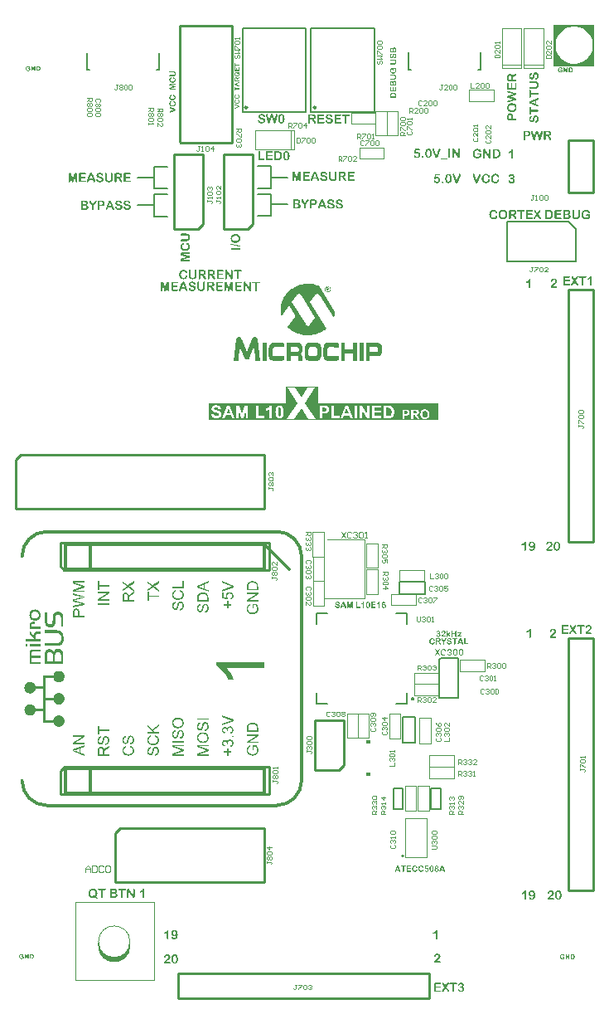
<source format=gto>
G04 Layer_Color=65535*
%FSLAX43Y43*%
%MOMM*%
G71*
G01*
G75*
%ADD36C,0.200*%
%ADD39C,0.150*%
%ADD92C,0.125*%
%ADD93C,0.254*%
%ADD94C,0.100*%
%ADD95C,0.305*%
%ADD96C,0.022*%
%ADD97C,0.203*%
%ADD98C,0.112*%
G36*
X-2500Y-95107D02*
X-2487Y-95108D01*
X-2474Y-95108D01*
X-2459Y-95110D01*
X-2444Y-95113D01*
X-2430Y-95116D01*
X-2430D01*
X-2429Y-95117D01*
X-2424Y-95118D01*
X-2417Y-95120D01*
X-2408Y-95124D01*
X-2399Y-95128D01*
X-2388Y-95135D01*
X-2376Y-95142D01*
X-2365Y-95151D01*
X-2364Y-95152D01*
X-2361Y-95154D01*
X-2357Y-95158D01*
X-2353Y-95164D01*
X-2347Y-95171D01*
X-2340Y-95179D01*
X-2333Y-95189D01*
X-2325Y-95201D01*
X-2319Y-95214D01*
X-2311Y-95229D01*
X-2305Y-95246D01*
X-2299Y-95264D01*
X-2294Y-95284D01*
X-2290Y-95305D01*
X-2288Y-95328D01*
X-2287Y-95352D01*
Y-95353D01*
Y-95355D01*
Y-95357D01*
Y-95360D01*
X-2288Y-95369D01*
Y-95379D01*
X-2289Y-95392D01*
X-2291Y-95406D01*
X-2292Y-95420D01*
X-2295Y-95434D01*
Y-95434D01*
Y-95435D01*
X-2297Y-95440D01*
X-2298Y-95447D01*
X-2301Y-95455D01*
X-2304Y-95465D01*
X-2308Y-95477D01*
X-2313Y-95488D01*
X-2319Y-95499D01*
X-2319Y-95501D01*
X-2322Y-95505D01*
X-2325Y-95510D01*
X-2330Y-95517D01*
X-2336Y-95525D01*
X-2343Y-95534D01*
X-2351Y-95544D01*
X-2360Y-95553D01*
X-2361Y-95553D01*
X-2364Y-95556D01*
X-2368Y-95559D01*
X-2373Y-95563D01*
X-2379Y-95567D01*
X-2387Y-95573D01*
X-2404Y-95582D01*
X-2405Y-95582D01*
X-2408Y-95583D01*
X-2413Y-95585D01*
X-2419Y-95587D01*
X-2427Y-95590D01*
X-2436Y-95592D01*
X-2444Y-95594D01*
X-2455Y-95596D01*
X-2456D01*
X-2459Y-95597D01*
X-2465Y-95598D01*
X-2473D01*
X-2481Y-95599D01*
X-2492Y-95599D01*
X-2503Y-95600D01*
X-2651D01*
X-2656Y-95599D01*
X-2662D01*
X-2675Y-95596D01*
X-2682Y-95595D01*
X-2688Y-95592D01*
X-2688Y-95591D01*
X-2690Y-95590D01*
X-2695Y-95586D01*
X-2701Y-95579D01*
X-2703Y-95574D01*
X-2705Y-95569D01*
Y-95568D01*
X-2706Y-95566D01*
X-2707Y-95563D01*
Y-95559D01*
X-2708Y-95553D01*
X-2708Y-95546D01*
X-2709Y-95539D01*
Y-95530D01*
Y-95168D01*
Y-95167D01*
Y-95166D01*
Y-95162D01*
X-2708Y-95157D01*
X-2708Y-95150D01*
X-2705Y-95142D01*
X-2703Y-95134D01*
X-2699Y-95127D01*
X-2695Y-95121D01*
X-2694Y-95120D01*
X-2692Y-95119D01*
X-2688Y-95117D01*
X-2684Y-95114D01*
X-2677Y-95111D01*
X-2669Y-95108D01*
X-2660Y-95107D01*
X-2648Y-95106D01*
X-2504D01*
X-2500Y-95107D01*
D02*
G37*
G36*
X-37005Y-4166D02*
X-37001Y-4167D01*
X-36996Y-4169D01*
X-36992Y-4171D01*
X-36986Y-4174D01*
X-36982Y-4178D01*
X-36981Y-4179D01*
X-36981Y-4180D01*
X-36978Y-4183D01*
X-36977Y-4188D01*
X-36975Y-4193D01*
X-36972Y-4200D01*
X-36972Y-4208D01*
X-36971Y-4217D01*
Y-4325D01*
X-36607D01*
X-36602Y-4326D01*
X-36595Y-4327D01*
X-36587Y-4329D01*
X-36580Y-4331D01*
X-36573Y-4335D01*
X-36567Y-4339D01*
X-36566Y-4340D01*
X-36564Y-4342D01*
X-36562Y-4345D01*
X-36559Y-4349D01*
X-36556Y-4354D01*
X-36554Y-4361D01*
X-36553Y-4367D01*
X-36552Y-4376D01*
Y-4376D01*
Y-4379D01*
X-36553Y-4383D01*
X-36554Y-4388D01*
X-36556Y-4394D01*
X-36558Y-4400D01*
X-36561Y-4406D01*
X-36567Y-4412D01*
X-36567Y-4413D01*
X-36570Y-4414D01*
X-36573Y-4416D01*
X-36578Y-4418D01*
X-36584Y-4421D01*
X-36593Y-4423D01*
X-36601Y-4424D01*
X-36612Y-4425D01*
X-36971D01*
Y-4535D01*
Y-4536D01*
Y-4539D01*
X-36972Y-4543D01*
X-36972Y-4549D01*
X-36974Y-4555D01*
X-36975Y-4562D01*
X-36978Y-4568D01*
X-36982Y-4573D01*
X-36983Y-4574D01*
X-36984Y-4574D01*
X-36986Y-4577D01*
X-36990Y-4579D01*
X-36994Y-4581D01*
X-36999Y-4583D01*
X-37005Y-4584D01*
X-37012Y-4585D01*
X-37015D01*
X-37018Y-4584D01*
X-37023Y-4583D01*
X-37027Y-4582D01*
X-37032Y-4580D01*
X-37037Y-4577D01*
X-37042Y-4572D01*
X-37043Y-4571D01*
X-37044Y-4570D01*
X-37046Y-4567D01*
X-37048Y-4563D01*
X-37050Y-4557D01*
X-37052Y-4551D01*
X-37053Y-4543D01*
X-37054Y-4535D01*
Y-4217D01*
Y-4215D01*
Y-4212D01*
X-37053Y-4208D01*
X-37052Y-4202D01*
X-37051Y-4196D01*
X-37049Y-4189D01*
X-37046Y-4183D01*
X-37042Y-4178D01*
X-37041Y-4177D01*
X-37040Y-4176D01*
X-37037Y-4175D01*
X-37034Y-4172D01*
X-37029Y-4169D01*
X-37024Y-4168D01*
X-37018Y-4166D01*
X-37012Y-4166D01*
X-37009D01*
X-37005Y-4166D01*
D02*
G37*
G36*
X-2858Y-95099D02*
X-2853Y-95100D01*
X-2848Y-95102D01*
X-2842Y-95104D01*
X-2837Y-95108D01*
X-2832Y-95113D01*
X-2831Y-95114D01*
X-2830Y-95116D01*
X-2828Y-95119D01*
X-2825Y-95123D01*
X-2823Y-95129D01*
X-2821Y-95137D01*
X-2820Y-95145D01*
X-2819Y-95156D01*
Y-95544D01*
Y-95545D01*
Y-95547D01*
Y-95550D01*
X-2820Y-95554D01*
X-2821Y-95559D01*
X-2822Y-95564D01*
X-2826Y-95576D01*
X-2829Y-95582D01*
X-2832Y-95587D01*
X-2837Y-95593D01*
X-2842Y-95598D01*
X-2848Y-95602D01*
X-2855Y-95605D01*
X-2864Y-95607D01*
X-2873Y-95608D01*
X-2878D01*
X-2881Y-95607D01*
X-2889Y-95606D01*
X-2898Y-95604D01*
X-2898D01*
X-2900Y-95603D01*
X-2901Y-95602D01*
X-2904Y-95601D01*
X-2911Y-95597D01*
X-2918Y-95592D01*
X-2919Y-95591D01*
X-2920Y-95590D01*
X-2923Y-95587D01*
X-2929Y-95580D01*
X-2935Y-95573D01*
Y-95572D01*
X-2937Y-95570D01*
X-2938Y-95568D01*
X-2940Y-95565D01*
X-2946Y-95559D01*
X-2951Y-95550D01*
X-3138Y-95262D01*
Y-95551D01*
Y-95553D01*
Y-95556D01*
X-3139Y-95561D01*
X-3140Y-95567D01*
X-3141Y-95574D01*
X-3144Y-95581D01*
X-3147Y-95588D01*
X-3152Y-95594D01*
X-3153Y-95595D01*
X-3154Y-95596D01*
X-3157Y-95599D01*
X-3161Y-95601D01*
X-3166Y-95604D01*
X-3172Y-95606D01*
X-3178Y-95607D01*
X-3186Y-95608D01*
X-3189D01*
X-3193Y-95607D01*
X-3198Y-95607D01*
X-3204Y-95604D01*
X-3209Y-95602D01*
X-3215Y-95599D01*
X-3220Y-95594D01*
X-3221Y-95593D01*
X-3222Y-95591D01*
X-3223Y-95588D01*
X-3226Y-95583D01*
X-3229Y-95577D01*
X-3230Y-95570D01*
X-3232Y-95561D01*
X-3232Y-95551D01*
Y-95171D01*
Y-95170D01*
Y-95167D01*
Y-95162D01*
X-3232Y-95157D01*
X-3230Y-95145D01*
X-3229Y-95139D01*
X-3227Y-95133D01*
Y-95132D01*
X-3226Y-95130D01*
X-3224Y-95128D01*
X-3222Y-95124D01*
X-3220Y-95120D01*
X-3216Y-95116D01*
X-3212Y-95111D01*
X-3206Y-95108D01*
X-3206Y-95107D01*
X-3204Y-95106D01*
X-3201Y-95105D01*
X-3197Y-95103D01*
X-3192Y-95101D01*
X-3187Y-95100D01*
X-3180Y-95099D01*
X-3174Y-95098D01*
X-3170D01*
X-3166Y-95099D01*
X-3158Y-95100D01*
X-3151Y-95103D01*
X-3150D01*
X-3150Y-95103D01*
X-3145Y-95106D01*
X-3140Y-95109D01*
X-3134Y-95114D01*
X-3133Y-95116D01*
X-3130Y-95120D01*
X-3124Y-95125D01*
X-3119Y-95134D01*
Y-95134D01*
X-3118Y-95136D01*
X-3116Y-95138D01*
X-3115Y-95141D01*
X-3110Y-95149D01*
X-3104Y-95158D01*
X-2911Y-95448D01*
Y-95156D01*
Y-95154D01*
Y-95151D01*
X-2910Y-95146D01*
X-2909Y-95140D01*
X-2908Y-95133D01*
X-2906Y-95125D01*
X-2903Y-95119D01*
X-2899Y-95113D01*
X-2898Y-95112D01*
X-2897Y-95111D01*
X-2894Y-95108D01*
X-2890Y-95106D01*
X-2886Y-95103D01*
X-2880Y-95100D01*
X-2873Y-95099D01*
X-2866Y-95098D01*
X-2862D01*
X-2858Y-95099D01*
D02*
G37*
G36*
X-57775Y-95082D02*
X-57762Y-95083D01*
X-57749Y-95083D01*
X-57734Y-95085D01*
X-57719Y-95088D01*
X-57705Y-95091D01*
X-57705D01*
X-57704Y-95092D01*
X-57699Y-95093D01*
X-57692Y-95095D01*
X-57683Y-95099D01*
X-57674Y-95103D01*
X-57662Y-95110D01*
X-57651Y-95117D01*
X-57640Y-95126D01*
X-57639Y-95127D01*
X-57636Y-95129D01*
X-57632Y-95133D01*
X-57628Y-95139D01*
X-57622Y-95146D01*
X-57615Y-95154D01*
X-57608Y-95164D01*
X-57600Y-95176D01*
X-57594Y-95189D01*
X-57586Y-95204D01*
X-57580Y-95221D01*
X-57574Y-95239D01*
X-57569Y-95259D01*
X-57565Y-95280D01*
X-57563Y-95303D01*
X-57562Y-95327D01*
Y-95328D01*
Y-95330D01*
Y-95332D01*
Y-95335D01*
X-57563Y-95344D01*
Y-95354D01*
X-57564Y-95367D01*
X-57566Y-95381D01*
X-57567Y-95395D01*
X-57570Y-95409D01*
Y-95409D01*
Y-95410D01*
X-57572Y-95415D01*
X-57573Y-95422D01*
X-57576Y-95430D01*
X-57579Y-95440D01*
X-57583Y-95452D01*
X-57588Y-95463D01*
X-57594Y-95474D01*
X-57595Y-95476D01*
X-57597Y-95480D01*
X-57600Y-95485D01*
X-57605Y-95492D01*
X-57611Y-95500D01*
X-57618Y-95509D01*
X-57626Y-95519D01*
X-57635Y-95528D01*
X-57636Y-95528D01*
X-57639Y-95531D01*
X-57643Y-95534D01*
X-57648Y-95538D01*
X-57654Y-95542D01*
X-57662Y-95548D01*
X-57679Y-95557D01*
X-57680Y-95557D01*
X-57683Y-95558D01*
X-57688Y-95560D01*
X-57694Y-95562D01*
X-57702Y-95565D01*
X-57711Y-95567D01*
X-57719Y-95569D01*
X-57730Y-95571D01*
X-57731D01*
X-57734Y-95572D01*
X-57740Y-95573D01*
X-57748D01*
X-57756Y-95574D01*
X-57767Y-95574D01*
X-57778Y-95575D01*
X-57926D01*
X-57931Y-95574D01*
X-57937D01*
X-57950Y-95571D01*
X-57957Y-95570D01*
X-57963Y-95567D01*
X-57963Y-95566D01*
X-57965Y-95565D01*
X-57970Y-95561D01*
X-57976Y-95554D01*
X-57978Y-95549D01*
X-57980Y-95544D01*
Y-95543D01*
X-57981Y-95541D01*
X-57982Y-95538D01*
Y-95534D01*
X-57983Y-95528D01*
X-57983Y-95521D01*
X-57984Y-95514D01*
Y-95505D01*
Y-95143D01*
Y-95142D01*
Y-95141D01*
Y-95137D01*
X-57983Y-95132D01*
X-57983Y-95125D01*
X-57980Y-95117D01*
X-57978Y-95109D01*
X-57974Y-95102D01*
X-57970Y-95096D01*
X-57969Y-95095D01*
X-57967Y-95094D01*
X-57963Y-95092D01*
X-57959Y-95089D01*
X-57952Y-95086D01*
X-57944Y-95083D01*
X-57935Y-95082D01*
X-57923Y-95081D01*
X-57779D01*
X-57775Y-95082D01*
D02*
G37*
G36*
X-3531Y-95099D02*
X-3526D01*
X-3513Y-95100D01*
X-3500Y-95102D01*
X-3485Y-95104D01*
X-3470Y-95108D01*
X-3455Y-95112D01*
X-3454D01*
X-3453Y-95113D01*
X-3451Y-95114D01*
X-3448Y-95114D01*
X-3442Y-95117D01*
X-3433Y-95121D01*
X-3423Y-95126D01*
X-3413Y-95132D01*
X-3402Y-95138D01*
X-3393Y-95145D01*
X-3392Y-95146D01*
X-3389Y-95149D01*
X-3385Y-95153D01*
X-3379Y-95158D01*
X-3374Y-95165D01*
X-3368Y-95172D01*
X-3362Y-95180D01*
X-3357Y-95188D01*
X-3357Y-95189D01*
X-3355Y-95192D01*
X-3354Y-95196D01*
X-3351Y-95202D01*
X-3348Y-95208D01*
X-3347Y-95215D01*
X-3345Y-95222D01*
X-3345Y-95228D01*
Y-95229D01*
Y-95231D01*
X-3345Y-95235D01*
X-3346Y-95239D01*
X-3348Y-95244D01*
X-3351Y-95250D01*
X-3354Y-95256D01*
X-3359Y-95261D01*
X-3359Y-95261D01*
X-3361Y-95263D01*
X-3364Y-95265D01*
X-3368Y-95267D01*
X-3373Y-95270D01*
X-3379Y-95272D01*
X-3385Y-95273D01*
X-3392Y-95274D01*
X-3396D01*
X-3399Y-95273D01*
X-3406Y-95272D01*
X-3413Y-95269D01*
X-3414D01*
X-3415Y-95268D01*
X-3419Y-95265D01*
X-3425Y-95261D01*
X-3430Y-95255D01*
X-3430Y-95253D01*
X-3433Y-95250D01*
X-3436Y-95244D01*
X-3441Y-95238D01*
X-3450Y-95224D01*
X-3456Y-95216D01*
X-3461Y-95210D01*
X-3461Y-95210D01*
X-3463Y-95208D01*
X-3466Y-95205D01*
X-3470Y-95202D01*
X-3475Y-95198D01*
X-3481Y-95193D01*
X-3487Y-95189D01*
X-3495Y-95185D01*
X-3496Y-95185D01*
X-3499Y-95184D01*
X-3504Y-95182D01*
X-3510Y-95180D01*
X-3518Y-95178D01*
X-3528Y-95176D01*
X-3539Y-95176D01*
X-3551Y-95175D01*
X-3557D01*
X-3563Y-95176D01*
X-3572Y-95176D01*
X-3581Y-95178D01*
X-3592Y-95180D01*
X-3603Y-95183D01*
X-3613Y-95188D01*
X-3614Y-95188D01*
X-3617Y-95190D01*
X-3623Y-95193D01*
X-3629Y-95196D01*
X-3636Y-95201D01*
X-3644Y-95208D01*
X-3652Y-95214D01*
X-3660Y-95222D01*
X-3660Y-95223D01*
X-3663Y-95226D01*
X-3666Y-95231D01*
X-3671Y-95238D01*
X-3675Y-95245D01*
X-3680Y-95255D01*
X-3685Y-95266D01*
X-3689Y-95278D01*
X-3690Y-95279D01*
X-3691Y-95284D01*
X-3692Y-95290D01*
X-3694Y-95299D01*
X-3696Y-95310D01*
X-3697Y-95322D01*
X-3698Y-95336D01*
X-3699Y-95351D01*
Y-95352D01*
Y-95355D01*
Y-95359D01*
X-3698Y-95365D01*
X-3697Y-95372D01*
X-3697Y-95380D01*
X-3696Y-95390D01*
X-3694Y-95400D01*
X-3689Y-95421D01*
X-3682Y-95443D01*
X-3678Y-95454D01*
X-3672Y-95465D01*
X-3666Y-95475D01*
X-3660Y-95484D01*
X-3659Y-95485D01*
X-3657Y-95486D01*
X-3655Y-95488D01*
X-3652Y-95491D01*
X-3648Y-95495D01*
X-3643Y-95499D01*
X-3637Y-95503D01*
X-3631Y-95507D01*
X-3623Y-95511D01*
X-3614Y-95516D01*
X-3606Y-95519D01*
X-3595Y-95523D01*
X-3585Y-95526D01*
X-3573Y-95528D01*
X-3561Y-95530D01*
X-3548Y-95531D01*
X-3542D01*
X-3535Y-95530D01*
X-3527Y-95529D01*
X-3517Y-95528D01*
X-3506Y-95527D01*
X-3495Y-95525D01*
X-3483Y-95522D01*
X-3481Y-95521D01*
X-3478Y-95520D01*
X-3472Y-95518D01*
X-3464Y-95515D01*
X-3454Y-95511D01*
X-3444Y-95507D01*
X-3433Y-95502D01*
X-3421Y-95496D01*
Y-95416D01*
X-3503D01*
X-3508Y-95415D01*
X-3514D01*
X-3528Y-95412D01*
X-3535Y-95411D01*
X-3541Y-95408D01*
X-3542Y-95407D01*
X-3544Y-95406D01*
X-3546Y-95404D01*
X-3548Y-95401D01*
X-3551Y-95397D01*
X-3553Y-95392D01*
X-3555Y-95386D01*
X-3555Y-95380D01*
Y-95379D01*
Y-95377D01*
X-3555Y-95374D01*
X-3554Y-95370D01*
X-3552Y-95366D01*
X-3550Y-95361D01*
X-3547Y-95357D01*
X-3544Y-95352D01*
X-3543Y-95352D01*
X-3541Y-95351D01*
X-3538Y-95349D01*
X-3535Y-95346D01*
X-3530Y-95345D01*
X-3524Y-95343D01*
X-3518Y-95342D01*
X-3511Y-95341D01*
X-3390D01*
X-3385Y-95342D01*
X-3374Y-95343D01*
X-3362Y-95345D01*
X-3362D01*
X-3360Y-95346D01*
X-3357Y-95346D01*
X-3354Y-95349D01*
X-3350Y-95351D01*
X-3346Y-95354D01*
X-3342Y-95358D01*
X-3339Y-95362D01*
X-3338Y-95363D01*
X-3337Y-95364D01*
X-3336Y-95367D01*
X-3334Y-95372D01*
X-3332Y-95377D01*
X-3331Y-95383D01*
X-3330Y-95391D01*
X-3329Y-95400D01*
Y-95494D01*
Y-95495D01*
Y-95497D01*
Y-95501D01*
X-3330Y-95505D01*
X-3331Y-95515D01*
X-3334Y-95525D01*
Y-95525D01*
X-3334Y-95526D01*
X-3337Y-95531D01*
X-3341Y-95538D01*
X-3347Y-95545D01*
X-3348Y-95545D01*
X-3348Y-95546D01*
X-3351Y-95548D01*
X-3354Y-95550D01*
X-3362Y-95556D01*
X-3372Y-95562D01*
X-3373D01*
X-3374Y-95562D01*
X-3376Y-95564D01*
X-3379Y-95565D01*
X-3384Y-95567D01*
X-3388Y-95570D01*
X-3399Y-95575D01*
X-3413Y-95581D01*
X-3427Y-95587D01*
X-3443Y-95593D01*
X-3459Y-95597D01*
X-3459D01*
X-3461Y-95598D01*
X-3463D01*
X-3466Y-95599D01*
X-3470Y-95599D01*
X-3474Y-95601D01*
X-3485Y-95602D01*
X-3498Y-95604D01*
X-3514Y-95607D01*
X-3531Y-95607D01*
X-3549Y-95608D01*
X-3558D01*
X-3563Y-95607D01*
X-3569D01*
X-3576Y-95607D01*
X-3583Y-95606D01*
X-3599Y-95604D01*
X-3617Y-95601D01*
X-3634Y-95597D01*
X-3652Y-95591D01*
X-3653D01*
X-3654Y-95590D01*
X-3657Y-95589D01*
X-3660Y-95588D01*
X-3664Y-95586D01*
X-3668Y-95584D01*
X-3680Y-95578D01*
X-3692Y-95571D01*
X-3705Y-95562D01*
X-3719Y-95552D01*
X-3732Y-95540D01*
Y-95539D01*
X-3733Y-95539D01*
X-3737Y-95534D01*
X-3743Y-95527D01*
X-3750Y-95517D01*
X-3759Y-95506D01*
X-3767Y-95492D01*
X-3776Y-95477D01*
X-3783Y-95460D01*
Y-95459D01*
X-3784Y-95457D01*
X-3784Y-95455D01*
X-3786Y-95451D01*
X-3787Y-95447D01*
X-3788Y-95441D01*
X-3790Y-95435D01*
X-3791Y-95429D01*
X-3795Y-95413D01*
X-3797Y-95395D01*
X-3799Y-95375D01*
X-3800Y-95353D01*
Y-95352D01*
Y-95351D01*
Y-95347D01*
Y-95344D01*
X-3799Y-95338D01*
Y-95332D01*
X-3799Y-95326D01*
X-3798Y-95318D01*
X-3796Y-95302D01*
X-3793Y-95285D01*
X-3789Y-95267D01*
X-3783Y-95248D01*
Y-95247D01*
X-3782Y-95246D01*
X-3782Y-95244D01*
X-3780Y-95240D01*
X-3778Y-95236D01*
X-3776Y-95231D01*
X-3770Y-95220D01*
X-3763Y-95208D01*
X-3755Y-95193D01*
X-3745Y-95180D01*
X-3733Y-95167D01*
X-3732Y-95166D01*
X-3731Y-95165D01*
X-3727Y-95162D01*
X-3719Y-95155D01*
X-3710Y-95148D01*
X-3699Y-95140D01*
X-3685Y-95131D01*
X-3669Y-95123D01*
X-3652Y-95116D01*
X-3651D01*
X-3650Y-95115D01*
X-3647Y-95114D01*
X-3644Y-95113D01*
X-3639Y-95111D01*
X-3634Y-95110D01*
X-3628Y-95108D01*
X-3620Y-95107D01*
X-3605Y-95104D01*
X-3586Y-95101D01*
X-3566Y-95099D01*
X-3544Y-95098D01*
X-3535D01*
X-3531Y-95099D01*
D02*
G37*
G36*
X-36591Y-6113D02*
X-36587Y-6113D01*
X-36582Y-6116D01*
X-36577Y-6118D01*
X-36571Y-6121D01*
X-36566Y-6127D01*
X-36565Y-6127D01*
X-36564Y-6129D01*
X-36561Y-6132D01*
X-36559Y-6136D01*
X-36556Y-6141D01*
X-36554Y-6147D01*
X-36553Y-6154D01*
X-36552Y-6161D01*
Y-6162D01*
Y-6164D01*
Y-6166D01*
X-36553Y-6168D01*
X-36554Y-6175D01*
X-36556Y-6181D01*
X-36557Y-6183D01*
X-36559Y-6186D01*
X-36562Y-6191D01*
X-36567Y-6195D01*
X-36569Y-6196D01*
X-36573Y-6199D01*
X-36580Y-6203D01*
X-36590Y-6208D01*
X-36590D01*
X-36592Y-6209D01*
X-36595Y-6210D01*
X-36598Y-6212D01*
X-36607Y-6215D01*
X-36616Y-6219D01*
X-36678Y-6243D01*
Y-6444D01*
X-36615Y-6467D01*
X-36614D01*
X-36613Y-6468D01*
X-36609Y-6470D01*
X-36602Y-6472D01*
X-36595Y-6475D01*
X-36586Y-6479D01*
X-36578Y-6483D01*
X-36570Y-6487D01*
X-36564Y-6491D01*
X-36564Y-6492D01*
X-36562Y-6492D01*
X-36561Y-6495D01*
X-36559Y-6498D01*
X-36556Y-6503D01*
X-36554Y-6509D01*
X-36553Y-6515D01*
X-36552Y-6523D01*
Y-6524D01*
Y-6526D01*
X-36553Y-6529D01*
X-36553Y-6534D01*
X-36555Y-6539D01*
X-36558Y-6544D01*
X-36561Y-6550D01*
X-36565Y-6556D01*
X-36566Y-6557D01*
X-36567Y-6558D01*
X-36570Y-6560D01*
X-36574Y-6563D01*
X-36579Y-6566D01*
X-36584Y-6568D01*
X-36590Y-6569D01*
X-36596Y-6570D01*
X-36598D01*
X-36603Y-6569D01*
X-36610Y-6569D01*
X-36617Y-6567D01*
X-36618D01*
X-36619Y-6566D01*
X-36621Y-6566D01*
X-36625Y-6564D01*
X-36629Y-6563D01*
X-36635Y-6561D01*
X-36641Y-6558D01*
X-36647Y-6556D01*
X-36968Y-6430D01*
X-36969D01*
X-36970Y-6429D01*
X-36973Y-6427D01*
X-36977Y-6426D01*
X-36982Y-6424D01*
X-36987Y-6422D01*
X-37001Y-6417D01*
X-37001Y-6416D01*
X-37004Y-6416D01*
X-37007Y-6414D01*
X-37012Y-6412D01*
X-37023Y-6407D01*
X-37033Y-6401D01*
X-37034Y-6400D01*
X-37035Y-6399D01*
X-37037Y-6397D01*
X-37040Y-6395D01*
X-37047Y-6388D01*
X-37054Y-6378D01*
X-37054Y-6377D01*
X-37055Y-6376D01*
X-37057Y-6372D01*
X-37058Y-6368D01*
X-37060Y-6363D01*
X-37060Y-6357D01*
X-37062Y-6351D01*
Y-6343D01*
Y-6342D01*
Y-6339D01*
X-37061Y-6336D01*
Y-6331D01*
X-37058Y-6320D01*
X-37057Y-6314D01*
X-37054Y-6308D01*
Y-6308D01*
X-37052Y-6306D01*
X-37051Y-6303D01*
X-37048Y-6300D01*
X-37042Y-6293D01*
X-37033Y-6286D01*
X-37032Y-6286D01*
X-37031Y-6285D01*
X-37029Y-6283D01*
X-37025Y-6281D01*
X-37017Y-6276D01*
X-37006Y-6271D01*
X-37006D01*
X-37004Y-6271D01*
X-37001Y-6269D01*
X-36996Y-6267D01*
X-36991Y-6266D01*
X-36984Y-6263D01*
X-36977Y-6260D01*
X-36968Y-6257D01*
X-36650Y-6127D01*
X-36649D01*
X-36649Y-6127D01*
X-36644Y-6125D01*
X-36638Y-6122D01*
X-36630Y-6119D01*
X-36621Y-6117D01*
X-36612Y-6114D01*
X-36604Y-6113D01*
X-36597Y-6112D01*
X-36594D01*
X-36591Y-6113D01*
D02*
G37*
G36*
X-37005Y-6595D02*
X-37001Y-6596D01*
X-36996Y-6597D01*
X-36992Y-6600D01*
X-36986Y-6603D01*
X-36982Y-6607D01*
X-36981Y-6608D01*
X-36981Y-6609D01*
X-36978Y-6612D01*
X-36977Y-6617D01*
X-36975Y-6622D01*
X-36972Y-6628D01*
X-36972Y-6637D01*
X-36971Y-6645D01*
Y-6754D01*
X-36607D01*
X-36602Y-6755D01*
X-36595Y-6756D01*
X-36587Y-6758D01*
X-36580Y-6760D01*
X-36573Y-6764D01*
X-36567Y-6768D01*
X-36566Y-6769D01*
X-36564Y-6770D01*
X-36562Y-6774D01*
X-36559Y-6778D01*
X-36556Y-6783D01*
X-36554Y-6790D01*
X-36553Y-6796D01*
X-36552Y-6804D01*
Y-6805D01*
Y-6808D01*
X-36553Y-6812D01*
X-36554Y-6817D01*
X-36556Y-6823D01*
X-36558Y-6829D01*
X-36561Y-6835D01*
X-36567Y-6841D01*
X-36567Y-6841D01*
X-36570Y-6843D01*
X-36573Y-6845D01*
X-36578Y-6847D01*
X-36584Y-6850D01*
X-36593Y-6852D01*
X-36601Y-6853D01*
X-36612Y-6854D01*
X-36971D01*
Y-6963D01*
Y-6965D01*
Y-6968D01*
X-36972Y-6972D01*
X-36972Y-6978D01*
X-36974Y-6984D01*
X-36975Y-6991D01*
X-36978Y-6997D01*
X-36982Y-7002D01*
X-36983Y-7003D01*
X-36984Y-7003D01*
X-36986Y-7005D01*
X-36990Y-7008D01*
X-36994Y-7010D01*
X-36999Y-7011D01*
X-37005Y-7013D01*
X-37012Y-7014D01*
X-37015D01*
X-37018Y-7013D01*
X-37023Y-7012D01*
X-37027Y-7011D01*
X-37032Y-7008D01*
X-37037Y-7005D01*
X-37042Y-7001D01*
X-37043Y-7000D01*
X-37044Y-6999D01*
X-37046Y-6996D01*
X-37048Y-6991D01*
X-37050Y-6986D01*
X-37052Y-6980D01*
X-37053Y-6972D01*
X-37054Y-6963D01*
Y-6645D01*
Y-6644D01*
Y-6641D01*
X-37053Y-6637D01*
X-37052Y-6631D01*
X-37051Y-6625D01*
X-37049Y-6618D01*
X-37046Y-6612D01*
X-37042Y-6607D01*
X-37041Y-6606D01*
X-37040Y-6605D01*
X-37037Y-6603D01*
X-37034Y-6600D01*
X-37029Y-6598D01*
X-37024Y-6597D01*
X-37018Y-6595D01*
X-37012Y-6594D01*
X-37009D01*
X-37005Y-6595D01*
D02*
G37*
G36*
X-36586Y-5630D02*
X-36580Y-5632D01*
X-36573Y-5636D01*
X-36572D01*
X-36571Y-5637D01*
X-36567Y-5640D01*
X-36562Y-5645D01*
X-36558Y-5653D01*
Y-5654D01*
X-36557Y-5654D01*
X-36556Y-5657D01*
X-36555Y-5659D01*
X-36553Y-5668D01*
X-36552Y-5677D01*
Y-5678D01*
Y-5680D01*
X-36553Y-5683D01*
Y-5687D01*
X-36556Y-5696D01*
X-36557Y-5702D01*
X-36560Y-5706D01*
Y-5707D01*
X-36561Y-5708D01*
X-36565Y-5713D01*
X-36571Y-5719D01*
X-36579Y-5725D01*
X-36580D01*
X-36581Y-5727D01*
X-36584Y-5728D01*
X-36589Y-5731D01*
X-36593Y-5734D01*
X-36600Y-5738D01*
X-36607Y-5742D01*
X-36615Y-5747D01*
X-36682Y-5787D01*
X-36683D01*
X-36683Y-5788D01*
X-36688Y-5791D01*
X-36695Y-5795D01*
X-36703Y-5800D01*
X-36712Y-5807D01*
X-36720Y-5813D01*
X-36729Y-5820D01*
X-36737Y-5827D01*
X-36738Y-5827D01*
X-36740Y-5829D01*
X-36744Y-5833D01*
X-36748Y-5837D01*
X-36752Y-5843D01*
X-36757Y-5848D01*
X-36761Y-5855D01*
X-36764Y-5861D01*
Y-5862D01*
X-36765Y-5864D01*
X-36766Y-5868D01*
X-36768Y-5873D01*
X-36769Y-5879D01*
X-36770Y-5887D01*
X-36771Y-5895D01*
Y-5905D01*
Y-5940D01*
X-36607D01*
X-36602Y-5940D01*
X-36595Y-5941D01*
X-36587Y-5943D01*
X-36580Y-5946D01*
X-36573Y-5949D01*
X-36567Y-5954D01*
X-36566Y-5954D01*
X-36564Y-5956D01*
X-36562Y-5960D01*
X-36559Y-5963D01*
X-36556Y-5968D01*
X-36554Y-5975D01*
X-36553Y-5982D01*
X-36552Y-5990D01*
Y-5991D01*
Y-5994D01*
X-36553Y-5998D01*
X-36554Y-6003D01*
X-36556Y-6009D01*
X-36558Y-6016D01*
X-36561Y-6022D01*
X-36567Y-6027D01*
X-36567Y-6028D01*
X-36570Y-6029D01*
X-36573Y-6031D01*
X-36578Y-6033D01*
X-36584Y-6036D01*
X-36593Y-6037D01*
X-36602Y-6039D01*
X-36612Y-6039D01*
X-36998D01*
X-37003Y-6039D01*
X-37010Y-6038D01*
X-37018Y-6036D01*
X-37026Y-6033D01*
X-37033Y-6030D01*
X-37039Y-6025D01*
X-37040Y-6025D01*
X-37041Y-6022D01*
X-37043Y-6019D01*
X-37046Y-6014D01*
X-37049Y-6008D01*
X-37052Y-5999D01*
X-37053Y-5990D01*
X-37054Y-5979D01*
Y-5815D01*
Y-5815D01*
Y-5814D01*
Y-5810D01*
Y-5804D01*
Y-5795D01*
X-37053Y-5787D01*
X-37052Y-5777D01*
X-37052Y-5767D01*
X-37051Y-5759D01*
Y-5757D01*
X-37050Y-5754D01*
X-37049Y-5750D01*
X-37049Y-5744D01*
X-37046Y-5737D01*
X-37045Y-5730D01*
X-37039Y-5715D01*
X-37038Y-5714D01*
X-37037Y-5711D01*
X-37035Y-5707D01*
X-37032Y-5701D01*
X-37028Y-5695D01*
X-37023Y-5688D01*
X-37018Y-5681D01*
X-37011Y-5674D01*
X-37010Y-5674D01*
X-37008Y-5671D01*
X-37004Y-5668D01*
X-36999Y-5664D01*
X-36993Y-5659D01*
X-36986Y-5655D01*
X-36978Y-5651D01*
X-36969Y-5647D01*
X-36968Y-5646D01*
X-36964Y-5645D01*
X-36960Y-5644D01*
X-36953Y-5642D01*
X-36946Y-5640D01*
X-36937Y-5639D01*
X-36928Y-5638D01*
X-36918Y-5637D01*
X-36913D01*
X-36909Y-5638D01*
X-36904D01*
X-36899Y-5639D01*
X-36886Y-5641D01*
X-36872Y-5645D01*
X-36857Y-5651D01*
X-36842Y-5659D01*
X-36836Y-5663D01*
X-36829Y-5669D01*
X-36828Y-5671D01*
X-36824Y-5675D01*
X-36818Y-5682D01*
X-36811Y-5693D01*
X-36803Y-5705D01*
X-36799Y-5713D01*
X-36796Y-5722D01*
X-36792Y-5731D01*
X-36788Y-5741D01*
X-36785Y-5752D01*
X-36782Y-5763D01*
X-36782Y-5761D01*
X-36780Y-5759D01*
X-36777Y-5753D01*
X-36772Y-5747D01*
X-36766Y-5739D01*
X-36759Y-5730D01*
X-36751Y-5722D01*
X-36741Y-5713D01*
X-36740Y-5711D01*
X-36737Y-5708D01*
X-36731Y-5704D01*
X-36723Y-5698D01*
X-36714Y-5691D01*
X-36705Y-5684D01*
X-36694Y-5676D01*
X-36682Y-5669D01*
X-36680Y-5668D01*
X-36677Y-5666D01*
X-36671Y-5662D01*
X-36663Y-5658D01*
X-36655Y-5654D01*
X-36645Y-5648D01*
X-36635Y-5644D01*
X-36626Y-5640D01*
X-36625Y-5639D01*
X-36622Y-5638D01*
X-36618Y-5637D01*
X-36612Y-5634D01*
X-36601Y-5631D01*
X-36595Y-5630D01*
X-36592Y-5629D01*
X-36590D01*
X-36586Y-5630D01*
D02*
G37*
G36*
X-36593Y-4617D02*
X-36589Y-4618D01*
X-36584Y-4620D01*
X-36579Y-4622D01*
X-36575Y-4625D01*
X-36570Y-4628D01*
X-36570Y-4629D01*
X-36569Y-4631D01*
X-36567Y-4634D01*
X-36565Y-4637D01*
X-36563Y-4642D01*
X-36561Y-4648D01*
X-36561Y-4656D01*
X-36560Y-4664D01*
Y-4936D01*
Y-4937D01*
Y-4941D01*
X-36561Y-4947D01*
X-36561Y-4954D01*
X-36564Y-4962D01*
X-36566Y-4969D01*
X-36570Y-4977D01*
X-36574Y-4982D01*
X-36575Y-4983D01*
X-36577Y-4985D01*
X-36581Y-4987D01*
X-36585Y-4989D01*
X-36592Y-4992D01*
X-36600Y-4994D01*
X-36610Y-4996D01*
X-36621Y-4996D01*
X-37000D01*
X-37005Y-4996D01*
X-37016Y-4994D01*
X-37022Y-4993D01*
X-37027Y-4991D01*
X-37028D01*
X-37029Y-4989D01*
X-37032Y-4988D01*
X-37035Y-4985D01*
X-37041Y-4979D01*
X-37045Y-4975D01*
X-37047Y-4971D01*
Y-4970D01*
X-37048Y-4968D01*
X-37049Y-4965D01*
X-37051Y-4961D01*
X-37052Y-4956D01*
X-37053Y-4950D01*
X-37054Y-4943D01*
Y-4936D01*
Y-4672D01*
Y-4671D01*
Y-4668D01*
X-37053Y-4664D01*
X-37052Y-4659D01*
X-37051Y-4653D01*
X-37049Y-4647D01*
X-37046Y-4641D01*
X-37043Y-4637D01*
X-37042Y-4636D01*
X-37040Y-4634D01*
X-37038Y-4633D01*
X-37035Y-4631D01*
X-37032Y-4628D01*
X-37027Y-4626D01*
X-37021Y-4625D01*
X-37015Y-4625D01*
X-37012D01*
X-37009Y-4625D01*
X-37005Y-4626D01*
X-37001Y-4628D01*
X-36996Y-4630D01*
X-36992Y-4633D01*
X-36987Y-4637D01*
X-36986Y-4637D01*
X-36986Y-4639D01*
X-36984Y-4641D01*
X-36982Y-4645D01*
X-36980Y-4650D01*
X-36978Y-4656D01*
X-36978Y-4663D01*
X-36977Y-4672D01*
Y-4897D01*
X-36856D01*
Y-4690D01*
Y-4689D01*
Y-4686D01*
X-36855Y-4682D01*
X-36854Y-4677D01*
X-36851Y-4665D01*
X-36849Y-4660D01*
X-36845Y-4656D01*
X-36845Y-4655D01*
X-36843Y-4654D01*
X-36841Y-4652D01*
X-36838Y-4650D01*
X-36834Y-4648D01*
X-36830Y-4645D01*
X-36824Y-4645D01*
X-36818Y-4644D01*
X-36815D01*
X-36812Y-4645D01*
X-36808Y-4645D01*
X-36804Y-4647D01*
X-36799Y-4648D01*
X-36795Y-4651D01*
X-36791Y-4655D01*
X-36790Y-4656D01*
X-36789Y-4657D01*
X-36788Y-4659D01*
X-36785Y-4663D01*
X-36783Y-4668D01*
X-36782Y-4674D01*
X-36781Y-4682D01*
X-36780Y-4690D01*
Y-4897D01*
X-36639D01*
Y-4664D01*
Y-4663D01*
Y-4660D01*
X-36638Y-4656D01*
X-36638Y-4651D01*
X-36636Y-4645D01*
X-36635Y-4639D01*
X-36632Y-4634D01*
X-36628Y-4628D01*
X-36627Y-4628D01*
X-36626Y-4626D01*
X-36624Y-4625D01*
X-36621Y-4622D01*
X-36616Y-4620D01*
X-36611Y-4618D01*
X-36606Y-4617D01*
X-36599Y-4617D01*
X-36596D01*
X-36593Y-4617D01*
D02*
G37*
G36*
X-36655Y-5093D02*
X-36645Y-5093D01*
X-36635Y-5096D01*
X-36635D01*
X-36634Y-5097D01*
X-36629Y-5099D01*
X-36622Y-5104D01*
X-36615Y-5110D01*
X-36615Y-5110D01*
X-36614Y-5111D01*
X-36612Y-5113D01*
X-36610Y-5116D01*
X-36604Y-5124D01*
X-36598Y-5135D01*
Y-5135D01*
X-36598Y-5137D01*
X-36596Y-5139D01*
X-36595Y-5142D01*
X-36593Y-5147D01*
X-36590Y-5151D01*
X-36585Y-5162D01*
X-36579Y-5175D01*
X-36573Y-5190D01*
X-36567Y-5206D01*
X-36563Y-5221D01*
Y-5222D01*
X-36562Y-5223D01*
Y-5226D01*
X-36561Y-5229D01*
X-36561Y-5232D01*
X-36559Y-5237D01*
X-36558Y-5248D01*
X-36556Y-5261D01*
X-36553Y-5277D01*
X-36553Y-5294D01*
X-36552Y-5311D01*
Y-5312D01*
Y-5314D01*
Y-5317D01*
Y-5321D01*
X-36553Y-5326D01*
Y-5332D01*
X-36553Y-5339D01*
X-36554Y-5345D01*
X-36556Y-5362D01*
X-36559Y-5379D01*
X-36563Y-5397D01*
X-36569Y-5415D01*
Y-5416D01*
X-36570Y-5417D01*
X-36571Y-5419D01*
X-36572Y-5423D01*
X-36574Y-5427D01*
X-36576Y-5431D01*
X-36582Y-5442D01*
X-36589Y-5455D01*
X-36598Y-5468D01*
X-36608Y-5481D01*
X-36620Y-5495D01*
X-36621D01*
X-36621Y-5496D01*
X-36626Y-5500D01*
X-36633Y-5506D01*
X-36643Y-5513D01*
X-36654Y-5522D01*
X-36668Y-5530D01*
X-36683Y-5538D01*
X-36700Y-5546D01*
X-36701D01*
X-36703Y-5546D01*
X-36705Y-5547D01*
X-36709Y-5549D01*
X-36713Y-5549D01*
X-36719Y-5551D01*
X-36725Y-5552D01*
X-36731Y-5554D01*
X-36747Y-5557D01*
X-36765Y-5560D01*
X-36785Y-5562D01*
X-36807Y-5563D01*
X-36816D01*
X-36822Y-5562D01*
X-36828D01*
X-36834Y-5561D01*
X-36842Y-5560D01*
X-36858Y-5558D01*
X-36875Y-5555D01*
X-36893Y-5552D01*
X-36912Y-5546D01*
X-36913D01*
X-36914Y-5545D01*
X-36916Y-5544D01*
X-36920Y-5543D01*
X-36924Y-5540D01*
X-36929Y-5538D01*
X-36940Y-5533D01*
X-36952Y-5526D01*
X-36967Y-5518D01*
X-36980Y-5507D01*
X-36993Y-5495D01*
X-36994Y-5495D01*
X-36995Y-5494D01*
X-36998Y-5489D01*
X-37005Y-5482D01*
X-37012Y-5472D01*
X-37020Y-5461D01*
X-37029Y-5447D01*
X-37037Y-5432D01*
X-37044Y-5415D01*
Y-5414D01*
X-37045Y-5413D01*
X-37046Y-5410D01*
X-37047Y-5407D01*
X-37049Y-5402D01*
X-37050Y-5396D01*
X-37052Y-5390D01*
X-37053Y-5383D01*
X-37056Y-5368D01*
X-37059Y-5349D01*
X-37061Y-5328D01*
X-37062Y-5306D01*
Y-5305D01*
Y-5304D01*
Y-5301D01*
Y-5298D01*
X-37061Y-5294D01*
Y-5288D01*
X-37060Y-5276D01*
X-37058Y-5263D01*
X-37056Y-5248D01*
X-37052Y-5232D01*
X-37048Y-5217D01*
Y-5217D01*
X-37047Y-5216D01*
X-37046Y-5214D01*
X-37046Y-5211D01*
X-37043Y-5204D01*
X-37039Y-5195D01*
X-37034Y-5186D01*
X-37028Y-5175D01*
X-37022Y-5165D01*
X-37015Y-5155D01*
X-37014Y-5155D01*
X-37011Y-5152D01*
X-37007Y-5147D01*
X-37002Y-5142D01*
X-36995Y-5136D01*
X-36988Y-5130D01*
X-36980Y-5125D01*
X-36972Y-5120D01*
X-36971Y-5119D01*
X-36968Y-5118D01*
X-36964Y-5116D01*
X-36958Y-5113D01*
X-36952Y-5111D01*
X-36945Y-5110D01*
X-36938Y-5108D01*
X-36932Y-5107D01*
X-36929D01*
X-36925Y-5108D01*
X-36921Y-5109D01*
X-36916Y-5111D01*
X-36910Y-5113D01*
X-36904Y-5117D01*
X-36899Y-5121D01*
X-36899Y-5122D01*
X-36897Y-5124D01*
X-36895Y-5127D01*
X-36893Y-5131D01*
X-36890Y-5135D01*
X-36888Y-5141D01*
X-36887Y-5148D01*
X-36886Y-5155D01*
Y-5155D01*
Y-5157D01*
Y-5158D01*
X-36887Y-5161D01*
X-36888Y-5169D01*
X-36891Y-5176D01*
Y-5177D01*
X-36892Y-5178D01*
X-36895Y-5182D01*
X-36899Y-5187D01*
X-36905Y-5192D01*
X-36907Y-5193D01*
X-36910Y-5195D01*
X-36916Y-5199D01*
X-36922Y-5203D01*
X-36936Y-5213D01*
X-36944Y-5218D01*
X-36950Y-5223D01*
X-36950Y-5224D01*
X-36952Y-5226D01*
X-36955Y-5229D01*
X-36958Y-5232D01*
X-36962Y-5237D01*
X-36967Y-5243D01*
X-36971Y-5250D01*
X-36975Y-5258D01*
X-36975Y-5259D01*
X-36976Y-5262D01*
X-36978Y-5267D01*
X-36980Y-5273D01*
X-36982Y-5281D01*
X-36984Y-5291D01*
X-36984Y-5302D01*
X-36985Y-5314D01*
Y-5314D01*
Y-5315D01*
Y-5319D01*
X-36984Y-5326D01*
X-36984Y-5334D01*
X-36982Y-5344D01*
X-36980Y-5354D01*
X-36977Y-5365D01*
X-36972Y-5376D01*
X-36972Y-5377D01*
X-36970Y-5380D01*
X-36967Y-5385D01*
X-36964Y-5391D01*
X-36959Y-5399D01*
X-36952Y-5407D01*
X-36946Y-5415D01*
X-36938Y-5422D01*
X-36937Y-5423D01*
X-36934Y-5425D01*
X-36929Y-5429D01*
X-36922Y-5433D01*
X-36915Y-5438D01*
X-36905Y-5443D01*
X-36894Y-5447D01*
X-36882Y-5452D01*
X-36881Y-5453D01*
X-36876Y-5453D01*
X-36870Y-5455D01*
X-36861Y-5456D01*
X-36850Y-5458D01*
X-36838Y-5460D01*
X-36824Y-5461D01*
X-36809Y-5461D01*
X-36801D01*
X-36795Y-5461D01*
X-36788Y-5460D01*
X-36780Y-5459D01*
X-36770Y-5458D01*
X-36760Y-5456D01*
X-36739Y-5452D01*
X-36717Y-5445D01*
X-36706Y-5441D01*
X-36695Y-5435D01*
X-36685Y-5429D01*
X-36676Y-5422D01*
X-36675Y-5421D01*
X-36674Y-5420D01*
X-36672Y-5418D01*
X-36669Y-5415D01*
X-36665Y-5410D01*
X-36661Y-5406D01*
X-36657Y-5400D01*
X-36653Y-5393D01*
X-36649Y-5386D01*
X-36644Y-5377D01*
X-36641Y-5368D01*
X-36637Y-5358D01*
X-36634Y-5348D01*
X-36632Y-5336D01*
X-36630Y-5324D01*
X-36629Y-5311D01*
Y-5310D01*
Y-5309D01*
Y-5305D01*
X-36630Y-5298D01*
X-36631Y-5289D01*
X-36632Y-5280D01*
X-36633Y-5268D01*
X-36635Y-5257D01*
X-36638Y-5246D01*
X-36639Y-5244D01*
X-36640Y-5240D01*
X-36642Y-5234D01*
X-36645Y-5226D01*
X-36649Y-5217D01*
X-36653Y-5206D01*
X-36658Y-5195D01*
X-36664Y-5183D01*
X-36744D01*
Y-5261D01*
Y-5263D01*
Y-5266D01*
X-36745Y-5271D01*
Y-5277D01*
X-36748Y-5291D01*
X-36749Y-5298D01*
X-36752Y-5304D01*
X-36753Y-5305D01*
X-36754Y-5306D01*
X-36756Y-5308D01*
X-36759Y-5311D01*
X-36763Y-5314D01*
X-36768Y-5316D01*
X-36774Y-5317D01*
X-36780Y-5318D01*
X-36783D01*
X-36786Y-5317D01*
X-36790Y-5317D01*
X-36794Y-5315D01*
X-36799Y-5313D01*
X-36803Y-5310D01*
X-36808Y-5306D01*
X-36808Y-5305D01*
X-36809Y-5304D01*
X-36811Y-5301D01*
X-36814Y-5297D01*
X-36815Y-5293D01*
X-36817Y-5287D01*
X-36818Y-5281D01*
X-36819Y-5274D01*
Y-5160D01*
Y-5159D01*
Y-5156D01*
Y-5152D01*
X-36818Y-5148D01*
X-36817Y-5136D01*
X-36815Y-5125D01*
Y-5124D01*
X-36814Y-5123D01*
X-36814Y-5120D01*
X-36811Y-5116D01*
X-36809Y-5113D01*
X-36806Y-5109D01*
X-36802Y-5105D01*
X-36798Y-5101D01*
X-36797Y-5101D01*
X-36796Y-5100D01*
X-36793Y-5098D01*
X-36788Y-5096D01*
X-36783Y-5095D01*
X-36777Y-5093D01*
X-36769Y-5093D01*
X-36760Y-5092D01*
X-36659D01*
X-36655Y-5093D01*
D02*
G37*
G36*
X-58133Y-95074D02*
X-58128Y-95075D01*
X-58123Y-95077D01*
X-58117Y-95079D01*
X-58112Y-95083D01*
X-58107Y-95088D01*
X-58106Y-95089D01*
X-58105Y-95091D01*
X-58103Y-95094D01*
X-58100Y-95098D01*
X-58098Y-95104D01*
X-58096Y-95112D01*
X-58095Y-95120D01*
X-58094Y-95131D01*
Y-95519D01*
Y-95520D01*
Y-95522D01*
Y-95525D01*
X-58095Y-95529D01*
X-58096Y-95534D01*
X-58097Y-95539D01*
X-58101Y-95551D01*
X-58104Y-95557D01*
X-58107Y-95562D01*
X-58112Y-95568D01*
X-58117Y-95573D01*
X-58123Y-95577D01*
X-58130Y-95580D01*
X-58139Y-95582D01*
X-58148Y-95583D01*
X-58153D01*
X-58156Y-95582D01*
X-58164Y-95581D01*
X-58173Y-95579D01*
X-58173D01*
X-58175Y-95578D01*
X-58176Y-95577D01*
X-58179Y-95576D01*
X-58186Y-95572D01*
X-58193Y-95567D01*
X-58194Y-95566D01*
X-58195Y-95565D01*
X-58198Y-95562D01*
X-58204Y-95555D01*
X-58210Y-95548D01*
Y-95547D01*
X-58212Y-95545D01*
X-58213Y-95543D01*
X-58215Y-95540D01*
X-58221Y-95534D01*
X-58226Y-95525D01*
X-58413Y-95237D01*
Y-95526D01*
Y-95528D01*
Y-95531D01*
X-58414Y-95536D01*
X-58415Y-95542D01*
X-58416Y-95549D01*
X-58419Y-95556D01*
X-58422Y-95563D01*
X-58427Y-95569D01*
X-58428Y-95570D01*
X-58429Y-95571D01*
X-58432Y-95574D01*
X-58436Y-95576D01*
X-58441Y-95579D01*
X-58447Y-95581D01*
X-58453Y-95582D01*
X-58461Y-95583D01*
X-58464D01*
X-58468Y-95582D01*
X-58473Y-95582D01*
X-58479Y-95579D01*
X-58484Y-95577D01*
X-58490Y-95574D01*
X-58495Y-95569D01*
X-58496Y-95568D01*
X-58497Y-95566D01*
X-58498Y-95563D01*
X-58501Y-95558D01*
X-58504Y-95552D01*
X-58505Y-95545D01*
X-58507Y-95536D01*
X-58507Y-95526D01*
Y-95146D01*
Y-95145D01*
Y-95142D01*
Y-95137D01*
X-58507Y-95132D01*
X-58505Y-95120D01*
X-58504Y-95114D01*
X-58502Y-95108D01*
Y-95107D01*
X-58501Y-95105D01*
X-58499Y-95103D01*
X-58497Y-95099D01*
X-58495Y-95095D01*
X-58491Y-95091D01*
X-58487Y-95086D01*
X-58481Y-95083D01*
X-58481Y-95082D01*
X-58479Y-95081D01*
X-58476Y-95080D01*
X-58472Y-95078D01*
X-58467Y-95076D01*
X-58462Y-95075D01*
X-58455Y-95074D01*
X-58449Y-95073D01*
X-58445D01*
X-58441Y-95074D01*
X-58433Y-95075D01*
X-58426Y-95078D01*
X-58425D01*
X-58425Y-95078D01*
X-58420Y-95081D01*
X-58415Y-95084D01*
X-58409Y-95089D01*
X-58408Y-95091D01*
X-58405Y-95095D01*
X-58399Y-95100D01*
X-58394Y-95109D01*
Y-95109D01*
X-58393Y-95111D01*
X-58391Y-95113D01*
X-58390Y-95116D01*
X-58385Y-95124D01*
X-58379Y-95133D01*
X-58186Y-95423D01*
Y-95131D01*
Y-95129D01*
Y-95126D01*
X-58185Y-95121D01*
X-58184Y-95115D01*
X-58183Y-95108D01*
X-58181Y-95100D01*
X-58178Y-95094D01*
X-58174Y-95088D01*
X-58173Y-95087D01*
X-58172Y-95086D01*
X-58169Y-95083D01*
X-58165Y-95081D01*
X-58161Y-95078D01*
X-58155Y-95075D01*
X-58148Y-95074D01*
X-58141Y-95073D01*
X-58137D01*
X-58133Y-95074D01*
D02*
G37*
G36*
X-34255Y-9380D02*
X-34235Y-9381D01*
X-34212Y-9384D01*
X-34188Y-9388D01*
X-34162Y-9394D01*
X-34138Y-9401D01*
X-34137D01*
X-34135Y-9402D01*
X-34127Y-9405D01*
X-34116Y-9409D01*
X-34102Y-9416D01*
X-34086Y-9424D01*
X-34069Y-9434D01*
X-34051Y-9445D01*
X-34036Y-9457D01*
X-34034Y-9459D01*
X-34029Y-9463D01*
X-34022Y-9470D01*
X-34012Y-9480D01*
X-34002Y-9491D01*
X-33993Y-9503D01*
X-33984Y-9517D01*
X-33976Y-9531D01*
X-33975Y-9532D01*
X-33973Y-9538D01*
X-33970Y-9545D01*
X-33966Y-9554D01*
X-33962Y-9566D01*
X-33959Y-9578D01*
X-33958Y-9591D01*
X-33957Y-9604D01*
Y-9606D01*
Y-9610D01*
X-33958Y-9617D01*
X-33959Y-9625D01*
X-33962Y-9635D01*
X-33966Y-9645D01*
X-33972Y-9656D01*
X-33980Y-9665D01*
X-33982Y-9667D01*
X-33984Y-9670D01*
X-33990Y-9674D01*
X-33997Y-9678D01*
X-34005Y-9683D01*
X-34015Y-9688D01*
X-34026Y-9690D01*
X-34038Y-9692D01*
X-34044D01*
X-34049Y-9690D01*
X-34056D01*
X-34072Y-9685D01*
X-34080Y-9682D01*
X-34087Y-9677D01*
X-34088Y-9675D01*
X-34090Y-9674D01*
X-34094Y-9670D01*
X-34098Y-9664D01*
X-34104Y-9656D01*
X-34109Y-9646D01*
X-34116Y-9635D01*
X-34123Y-9622D01*
X-34124Y-9620D01*
X-34127Y-9614D01*
X-34133Y-9604D01*
X-34141Y-9593D01*
X-34149Y-9581D01*
X-34160Y-9567D01*
X-34173Y-9553D01*
X-34185Y-9542D01*
X-34187Y-9541D01*
X-34192Y-9538D01*
X-34201Y-9532D01*
X-34212Y-9527D01*
X-34228Y-9521D01*
X-34248Y-9516D01*
X-34270Y-9513D01*
X-34298Y-9511D01*
X-34310D01*
X-34323Y-9513D01*
X-34339Y-9516D01*
X-34357Y-9520D01*
X-34377Y-9525D01*
X-34396Y-9532D01*
X-34414Y-9543D01*
X-34416Y-9545D01*
X-34421Y-9549D01*
X-34428Y-9556D01*
X-34436Y-9566D01*
X-34445Y-9577D01*
X-34452Y-9589D01*
X-34457Y-9604D01*
X-34459Y-9621D01*
Y-9622D01*
Y-9625D01*
X-34457Y-9631D01*
Y-9638D01*
X-34453Y-9653D01*
X-34445Y-9670D01*
X-34443Y-9671D01*
X-34442Y-9672D01*
X-34434Y-9681D01*
X-34421Y-9692D01*
X-34403Y-9704D01*
X-34402D01*
X-34399Y-9707D01*
X-34393Y-9708D01*
X-34387Y-9713D01*
X-34368Y-9719D01*
X-34349Y-9726D01*
X-34348D01*
X-34344Y-9728D01*
X-34337Y-9729D01*
X-34327Y-9732D01*
X-34314Y-9736D01*
X-34299Y-9740D01*
X-34281Y-9744D01*
X-34259Y-9750D01*
X-34258D01*
X-34255Y-9751D01*
X-34251D01*
X-34245Y-9753D01*
X-34231Y-9757D01*
X-34212Y-9761D01*
X-34190Y-9768D01*
X-34166Y-9775D01*
X-34117Y-9790D01*
X-34116D01*
X-34115Y-9792D01*
X-34106Y-9794D01*
X-34095Y-9799D01*
X-34080Y-9805D01*
X-34063Y-9814D01*
X-34045Y-9822D01*
X-34027Y-9833D01*
X-34009Y-9844D01*
X-34008Y-9846D01*
X-34002Y-9850D01*
X-33994Y-9857D01*
X-33984Y-9866D01*
X-33973Y-9878D01*
X-33961Y-9891D01*
X-33950Y-9907D01*
X-33940Y-9925D01*
X-33939Y-9928D01*
X-33936Y-9933D01*
X-33932Y-9943D01*
X-33927Y-9957D01*
X-33923Y-9975D01*
X-33919Y-9994D01*
X-33916Y-10018D01*
X-33915Y-10043D01*
Y-10044D01*
Y-10047D01*
Y-10051D01*
Y-10057D01*
X-33918Y-10073D01*
X-33921Y-10093D01*
X-33926Y-10116D01*
X-33933Y-10141D01*
X-33944Y-10167D01*
X-33959Y-10194D01*
Y-10195D01*
X-33961Y-10197D01*
X-33968Y-10205D01*
X-33977Y-10217D01*
X-33991Y-10231D01*
X-34009Y-10248D01*
X-34030Y-10266D01*
X-34056Y-10283D01*
X-34086Y-10298D01*
X-34087D01*
X-34090Y-10299D01*
X-34094Y-10301D01*
X-34101Y-10303D01*
X-34108Y-10306D01*
X-34117Y-10310D01*
X-34129Y-10313D01*
X-34141Y-10316D01*
X-34170Y-10323D01*
X-34203Y-10330D01*
X-34241Y-10334D01*
X-34282Y-10335D01*
X-34296D01*
X-34305Y-10334D01*
X-34317D01*
X-34331Y-10332D01*
X-34346Y-10331D01*
X-34362Y-10328D01*
X-34398Y-10323D01*
X-34435Y-10313D01*
X-34474Y-10301D01*
X-34509Y-10284D01*
X-34511Y-10283D01*
X-34518Y-10277D01*
X-34531Y-10269D01*
X-34545Y-10258D01*
X-34561Y-10244D01*
X-34578Y-10227D01*
X-34595Y-10208D01*
X-34611Y-10185D01*
Y-10184D01*
X-34613Y-10183D01*
X-34617Y-10174D01*
X-34624Y-10162D01*
X-34631Y-10147D01*
X-34638Y-10129D01*
X-34644Y-10108D01*
X-34649Y-10086D01*
X-34650Y-10063D01*
Y-10062D01*
Y-10058D01*
X-34649Y-10051D01*
X-34647Y-10044D01*
X-34644Y-10034D01*
X-34640Y-10026D01*
X-34635Y-10016D01*
X-34626Y-10007D01*
X-34625Y-10005D01*
X-34622Y-10002D01*
X-34617Y-9998D01*
X-34610Y-9994D01*
X-34601Y-9990D01*
X-34592Y-9986D01*
X-34579Y-9983D01*
X-34567Y-9982D01*
X-34561D01*
X-34556Y-9983D01*
X-34549Y-9984D01*
X-34532Y-9990D01*
X-34525Y-9994D01*
X-34517Y-10001D01*
X-34515Y-10002D01*
X-34513Y-10004D01*
X-34510Y-10009D01*
X-34504Y-10015D01*
X-34499Y-10022D01*
X-34493Y-10032D01*
X-34486Y-10043D01*
X-34481Y-10057D01*
X-34479Y-10058D01*
X-34478Y-10063D01*
X-34474Y-10072D01*
X-34470Y-10083D01*
X-34464Y-10094D01*
X-34459Y-10106D01*
X-34443Y-10131D01*
X-34442Y-10133D01*
X-34439Y-10136D01*
X-34435Y-10141D01*
X-34428Y-10148D01*
X-34420Y-10156D01*
X-34410Y-10165D01*
X-34399Y-10172D01*
X-34385Y-10180D01*
X-34384Y-10181D01*
X-34378Y-10183D01*
X-34370Y-10185D01*
X-34359Y-10188D01*
X-34345Y-10192D01*
X-34328Y-10195D01*
X-34309Y-10197D01*
X-34288Y-10198D01*
X-34274D01*
X-34259Y-10195D01*
X-34239Y-10192D01*
X-34219Y-10188D01*
X-34195Y-10181D01*
X-34173Y-10172D01*
X-34152Y-10159D01*
X-34149Y-10158D01*
X-34144Y-10152D01*
X-34135Y-10144D01*
X-34126Y-10133D01*
X-34116Y-10119D01*
X-34108Y-10102D01*
X-34102Y-10084D01*
X-34099Y-10063D01*
Y-10061D01*
Y-10055D01*
X-34101Y-10047D01*
X-34104Y-10036D01*
X-34106Y-10025D01*
X-34112Y-10012D01*
X-34119Y-10000D01*
X-34129Y-9989D01*
X-34130Y-9987D01*
X-34134Y-9984D01*
X-34140Y-9979D01*
X-34148Y-9972D01*
X-34158Y-9965D01*
X-34170Y-9958D01*
X-34185Y-9951D01*
X-34201Y-9944D01*
X-34202Y-9943D01*
X-34209Y-9941D01*
X-34219Y-9939D01*
X-34233Y-9934D01*
X-34249Y-9930D01*
X-34270Y-9925D01*
X-34294Y-9918D01*
X-34320Y-9912D01*
X-34321D01*
X-34324Y-9911D01*
X-34330Y-9910D01*
X-34337Y-9908D01*
X-34345Y-9905D01*
X-34355Y-9903D01*
X-34378Y-9897D01*
X-34405Y-9889D01*
X-34432Y-9879D01*
X-34461Y-9869D01*
X-34488Y-9858D01*
X-34489D01*
X-34491Y-9857D01*
X-34499Y-9853D01*
X-34511Y-9846D01*
X-34525Y-9836D01*
X-34543Y-9824D01*
X-34560Y-9808D01*
X-34578Y-9792D01*
X-34593Y-9772D01*
X-34595Y-9769D01*
X-34599Y-9762D01*
X-34606Y-9751D01*
X-34613Y-9735D01*
X-34619Y-9715D01*
X-34626Y-9693D01*
X-34631Y-9667D01*
X-34632Y-9638D01*
Y-9636D01*
Y-9635D01*
Y-9631D01*
X-34631Y-9625D01*
X-34629Y-9610D01*
X-34626Y-9592D01*
X-34622Y-9571D01*
X-34614Y-9548D01*
X-34604Y-9525D01*
X-34590Y-9502D01*
Y-9500D01*
X-34589Y-9499D01*
X-34582Y-9492D01*
X-34574Y-9481D01*
X-34560Y-9468D01*
X-34543Y-9453D01*
X-34522Y-9438D01*
X-34499Y-9423D01*
X-34471Y-9410D01*
X-34470D01*
X-34467Y-9409D01*
X-34463Y-9407D01*
X-34457Y-9405D01*
X-34449Y-9403D01*
X-34441Y-9401D01*
X-34429Y-9398D01*
X-34418Y-9394D01*
X-34391Y-9388D01*
X-34359Y-9384D01*
X-34324Y-9380D01*
X-34285Y-9378D01*
X-34271D01*
X-34255Y-9380D01*
D02*
G37*
G36*
X-32742D02*
X-32733Y-9381D01*
X-32724Y-9384D01*
X-32714Y-9389D01*
X-32703Y-9395D01*
X-32693Y-9403D01*
X-32692Y-9405D01*
X-32689Y-9407D01*
X-32685Y-9413D01*
X-32679Y-9420D01*
X-32675Y-9430D01*
X-32671Y-9439D01*
X-32668Y-9452D01*
X-32667Y-9464D01*
Y-9466D01*
Y-9470D01*
X-32668Y-9475D01*
Y-9485D01*
X-32671Y-9496D01*
X-32674Y-9510D01*
X-32677Y-9528D01*
X-32682Y-9548D01*
X-32836Y-10170D01*
Y-10173D01*
X-32839Y-10180D01*
X-32842Y-10191D01*
X-32844Y-10205D01*
X-32848Y-10220D01*
X-32854Y-10235D01*
X-32858Y-10251D01*
X-32862Y-10263D01*
Y-10265D01*
X-32864Y-10267D01*
X-32867Y-10273D01*
X-32871Y-10280D01*
X-32880Y-10296D01*
X-32889Y-10306D01*
X-32897Y-10314D01*
X-32898Y-10316D01*
X-32901Y-10317D01*
X-32907Y-10321D01*
X-32915Y-10324D01*
X-32925Y-10328D01*
X-32937Y-10332D01*
X-32951Y-10334D01*
X-32968Y-10335D01*
X-32975D01*
X-32983Y-10334D01*
X-32993Y-10332D01*
X-33004Y-10330D01*
X-33015Y-10327D01*
X-33026Y-10321D01*
X-33037Y-10314D01*
X-33038Y-10313D01*
X-33041Y-10310D01*
X-33045Y-10306D01*
X-33051Y-10301D01*
X-33063Y-10285D01*
X-33073Y-10267D01*
Y-10266D01*
X-33075Y-10262D01*
X-33077Y-10255D01*
X-33080Y-10245D01*
X-33084Y-10233D01*
X-33088Y-10216D01*
X-33094Y-10197D01*
X-33101Y-10174D01*
X-33251Y-9618D01*
X-33402Y-10174D01*
X-33403Y-10177D01*
X-33405Y-10184D01*
X-33409Y-10195D01*
X-33412Y-10209D01*
X-33421Y-10238D01*
X-33427Y-10252D01*
X-33431Y-10265D01*
Y-10266D01*
X-33432Y-10269D01*
X-33435Y-10274D01*
X-33439Y-10281D01*
X-33443Y-10289D01*
X-33450Y-10298D01*
X-33457Y-10306D01*
X-33467Y-10314D01*
X-33468Y-10316D01*
X-33471Y-10317D01*
X-33477Y-10321D01*
X-33485Y-10324D01*
X-33495Y-10328D01*
X-33506Y-10332D01*
X-33520Y-10334D01*
X-33535Y-10335D01*
X-33541D01*
X-33547Y-10334D01*
X-33556D01*
X-33574Y-10330D01*
X-33593Y-10323D01*
X-33595D01*
X-33597Y-10320D01*
X-33606Y-10313D01*
X-33618Y-10302D01*
X-33629Y-10287D01*
Y-10285D01*
X-33632Y-10283D01*
X-33633Y-10277D01*
X-33638Y-10271D01*
X-33640Y-10263D01*
X-33645Y-10253D01*
X-33651Y-10231D01*
Y-10230D01*
X-33653Y-10226D01*
X-33654Y-10219D01*
X-33657Y-10210D01*
X-33661Y-10191D01*
X-33667Y-10170D01*
X-33821Y-9548D01*
Y-9545D01*
X-33823Y-9538D01*
X-33825Y-9528D01*
X-33828Y-9516D01*
X-33832Y-9489D01*
X-33835Y-9475D01*
Y-9464D01*
Y-9463D01*
Y-9459D01*
X-33833Y-9452D01*
X-33832Y-9444D01*
X-33829Y-9434D01*
X-33823Y-9423D01*
X-33818Y-9413D01*
X-33810Y-9403D01*
X-33808Y-9402D01*
X-33805Y-9399D01*
X-33800Y-9395D01*
X-33793Y-9391D01*
X-33783Y-9387D01*
X-33772Y-9382D01*
X-33761Y-9380D01*
X-33747Y-9378D01*
X-33739D01*
X-33731Y-9380D01*
X-33719Y-9382D01*
X-33708Y-9387D01*
X-33697Y-9392D01*
X-33688Y-9401D01*
X-33679Y-9412D01*
X-33678Y-9413D01*
X-33676Y-9417D01*
X-33672Y-9425D01*
X-33668Y-9437D01*
X-33664Y-9449D01*
X-33658Y-9466D01*
X-33653Y-9485D01*
X-33647Y-9507D01*
X-33527Y-10047D01*
X-33391Y-9542D01*
X-33389Y-9539D01*
X-33388Y-9532D01*
X-33385Y-9523D01*
X-33381Y-9509D01*
X-33377Y-9495D01*
X-33373Y-9480D01*
X-33369Y-9466D01*
X-33364Y-9453D01*
Y-9452D01*
X-33362Y-9448D01*
X-33359Y-9442D01*
X-33355Y-9435D01*
X-33342Y-9419D01*
X-33326Y-9401D01*
X-33324Y-9399D01*
X-33320Y-9396D01*
X-33314Y-9394D01*
X-33306Y-9389D01*
X-33295Y-9385D01*
X-33283Y-9381D01*
X-33267Y-9380D01*
X-33251Y-9378D01*
X-33242D01*
X-33234Y-9380D01*
X-33224Y-9381D01*
X-33212Y-9384D01*
X-33199Y-9388D01*
X-33188Y-9394D01*
X-33177Y-9402D01*
X-33176Y-9403D01*
X-33173Y-9406D01*
X-33169Y-9410D01*
X-33163Y-9417D01*
X-33151Y-9434D01*
X-33145Y-9444D01*
X-33141Y-9453D01*
Y-9455D01*
X-33140Y-9459D01*
X-33137Y-9464D01*
X-33133Y-9474D01*
X-33130Y-9487D01*
X-33124Y-9502D01*
X-33119Y-9520D01*
X-33113Y-9542D01*
X-32976Y-10047D01*
X-32855Y-9507D01*
Y-9506D01*
X-32854Y-9500D01*
X-32851Y-9492D01*
X-32850Y-9482D01*
X-32844Y-9462D01*
X-32842Y-9450D01*
X-32839Y-9441D01*
Y-9439D01*
X-32837Y-9437D01*
X-32835Y-9432D01*
X-32832Y-9427D01*
X-32824Y-9413D01*
X-32811Y-9398D01*
X-32810Y-9396D01*
X-32807Y-9395D01*
X-32803Y-9392D01*
X-32797Y-9388D01*
X-32789Y-9384D01*
X-32779Y-9381D01*
X-32768Y-9380D01*
X-32756Y-9378D01*
X-32749D01*
X-32742Y-9380D01*
D02*
G37*
G36*
X-31730Y-13168D02*
X-31715Y-13169D01*
X-31697Y-13172D01*
X-31676Y-13176D01*
X-31657Y-13182D01*
X-31636Y-13189D01*
X-31633Y-13190D01*
X-31628Y-13193D01*
X-31617Y-13197D01*
X-31604Y-13204D01*
X-31590Y-13214D01*
X-31575Y-13224D01*
X-31558Y-13236D01*
X-31543Y-13251D01*
X-31542Y-13253D01*
X-31536Y-13258D01*
X-31529Y-13267D01*
X-31520Y-13279D01*
X-31509Y-13293D01*
X-31497Y-13311D01*
X-31486Y-13330D01*
X-31475Y-13351D01*
Y-13352D01*
X-31472Y-13355D01*
X-31471Y-13362D01*
X-31467Y-13371D01*
X-31464Y-13382D01*
X-31460Y-13394D01*
X-31456Y-13409D01*
X-31450Y-13427D01*
X-31446Y-13447D01*
X-31442Y-13469D01*
X-31438Y-13493D01*
X-31434Y-13519D01*
X-31431Y-13548D01*
X-31428Y-13579D01*
X-31427Y-13612D01*
Y-13646D01*
Y-13648D01*
Y-13651D01*
Y-13656D01*
Y-13663D01*
Y-13673D01*
Y-13683D01*
X-31428Y-13708D01*
X-31429Y-13735D01*
X-31432Y-13764D01*
X-31436Y-13795D01*
X-31441Y-13824D01*
Y-13825D01*
Y-13827D01*
X-31442Y-13831D01*
X-31443Y-13837D01*
X-31446Y-13850D01*
X-31450Y-13868D01*
X-31457Y-13891D01*
X-31466Y-13913D01*
X-31475Y-13936D01*
X-31486Y-13960D01*
Y-13961D01*
X-31488Y-13963D01*
X-31490Y-13967D01*
X-31495Y-13972D01*
X-31503Y-13985D01*
X-31517Y-14002D01*
X-31532Y-14020D01*
X-31552Y-14039D01*
X-31574Y-14057D01*
X-31599Y-14074D01*
X-31600D01*
X-31601Y-14075D01*
X-31606Y-14078D01*
X-31611Y-14079D01*
X-31625Y-14086D01*
X-31643Y-14093D01*
X-31665Y-14101D01*
X-31692Y-14107D01*
X-31719Y-14112D01*
X-31750Y-14114D01*
X-31760D01*
X-31766Y-14112D01*
X-31775D01*
X-31785Y-14111D01*
X-31807Y-14107D01*
X-31834Y-14100D01*
X-31862Y-14092D01*
X-31893Y-14078D01*
X-31922Y-14060D01*
X-31923D01*
X-31925Y-14057D01*
X-31929Y-14054D01*
X-31934Y-14050D01*
X-31948Y-14038D01*
X-31963Y-14021D01*
X-31983Y-13999D01*
X-32001Y-13974D01*
X-32019Y-13943D01*
X-32036Y-13910D01*
X-32037Y-13907D01*
X-32038Y-13900D01*
X-32042Y-13891D01*
X-32047Y-13875D01*
X-32051Y-13859D01*
X-32056Y-13839D01*
X-32060Y-13817D01*
X-32065Y-13795D01*
Y-13794D01*
Y-13792D01*
X-32066Y-13784D01*
X-32067Y-13771D01*
X-32069Y-13753D01*
X-32070Y-13732D01*
X-32072Y-13709D01*
X-32073Y-13684D01*
Y-13656D01*
Y-13655D01*
Y-13652D01*
Y-13646D01*
Y-13640D01*
Y-13633D01*
Y-13623D01*
X-32072Y-13599D01*
X-32070Y-13573D01*
X-32069Y-13544D01*
X-32066Y-13515D01*
X-32063Y-13486D01*
Y-13484D01*
Y-13481D01*
X-32062Y-13479D01*
Y-13473D01*
X-32059Y-13458D01*
X-32055Y-13440D01*
X-32051Y-13419D01*
X-32045Y-13397D01*
X-32040Y-13375D01*
X-32031Y-13352D01*
Y-13351D01*
X-32030Y-13348D01*
X-32027Y-13344D01*
X-32024Y-13337D01*
X-32016Y-13322D01*
X-32005Y-13301D01*
X-31990Y-13279D01*
X-31972Y-13257D01*
X-31950Y-13235D01*
X-31925Y-13215D01*
X-31923D01*
X-31922Y-13212D01*
X-31918Y-13211D01*
X-31912Y-13207D01*
X-31905Y-13204D01*
X-31897Y-13200D01*
X-31876Y-13190D01*
X-31851Y-13182D01*
X-31822Y-13174D01*
X-31790Y-13168D01*
X-31754Y-13167D01*
X-31743D01*
X-31730Y-13168D01*
D02*
G37*
G36*
X-33230Y-13175D02*
X-33220Y-13176D01*
X-33209Y-13179D01*
X-33198Y-13182D01*
X-33187Y-13187D01*
X-33178Y-13194D01*
X-33177Y-13196D01*
X-33174Y-13199D01*
X-33171Y-13203D01*
X-33167Y-13208D01*
X-33163Y-13215D01*
X-33159Y-13224D01*
X-33157Y-13235D01*
X-33156Y-13246D01*
Y-13247D01*
Y-13251D01*
X-33157Y-13257D01*
X-33159Y-13265D01*
X-33162Y-13273D01*
X-33166Y-13282D01*
X-33171Y-13290D01*
X-33178Y-13298D01*
X-33180Y-13300D01*
X-33182Y-13301D01*
X-33187Y-13304D01*
X-33195Y-13308D01*
X-33203Y-13312D01*
X-33216Y-13315D01*
X-33228Y-13316D01*
X-33245Y-13318D01*
X-33666D01*
Y-13545D01*
X-33271D01*
X-33263Y-13547D01*
X-33255Y-13548D01*
X-33232Y-13554D01*
X-33223Y-13558D01*
X-33214Y-13565D01*
X-33213Y-13566D01*
X-33210Y-13569D01*
X-33207Y-13573D01*
X-33203Y-13579D01*
X-33199Y-13585D01*
X-33195Y-13594D01*
X-33194Y-13605D01*
X-33192Y-13616D01*
Y-13617D01*
Y-13622D01*
X-33194Y-13627D01*
X-33195Y-13634D01*
X-33198Y-13642D01*
X-33200Y-13651D01*
X-33206Y-13659D01*
X-33213Y-13667D01*
X-33214Y-13669D01*
X-33217Y-13670D01*
X-33221Y-13673D01*
X-33228Y-13677D01*
X-33238Y-13681D01*
X-33249Y-13684D01*
X-33263Y-13685D01*
X-33278Y-13687D01*
X-33666D01*
Y-13952D01*
X-33223D01*
X-33214Y-13953D01*
X-33205Y-13954D01*
X-33194Y-13957D01*
X-33182Y-13960D01*
X-33173Y-13965D01*
X-33163Y-13972D01*
X-33162Y-13974D01*
X-33159Y-13977D01*
X-33156Y-13981D01*
X-33152Y-13986D01*
X-33148Y-13995D01*
X-33144Y-14004D01*
X-33142Y-14014D01*
X-33141Y-14026D01*
Y-14028D01*
Y-14032D01*
X-33142Y-14038D01*
X-33144Y-14046D01*
X-33146Y-14054D01*
X-33151Y-14064D01*
X-33156Y-14072D01*
X-33163Y-14081D01*
X-33164Y-14082D01*
X-33167Y-14083D01*
X-33173Y-14086D01*
X-33180Y-14090D01*
X-33189Y-14094D01*
X-33200Y-14097D01*
X-33214Y-14099D01*
X-33230Y-14100D01*
X-33750D01*
X-33761Y-14099D01*
X-33773Y-14097D01*
X-33788Y-14093D01*
X-33802Y-14089D01*
X-33816Y-14082D01*
X-33827Y-14074D01*
X-33829Y-14072D01*
X-33831Y-14068D01*
X-33836Y-14061D01*
X-33840Y-14053D01*
X-33845Y-14040D01*
X-33849Y-14025D01*
X-33852Y-14007D01*
X-33854Y-13986D01*
Y-13289D01*
Y-13287D01*
Y-13282D01*
Y-13275D01*
X-33852Y-13265D01*
X-33849Y-13244D01*
X-33847Y-13233D01*
X-33843Y-13224D01*
Y-13222D01*
X-33840Y-13219D01*
X-33837Y-13215D01*
X-33833Y-13208D01*
X-33822Y-13197D01*
X-33813Y-13190D01*
X-33805Y-13186D01*
X-33804D01*
X-33801Y-13185D01*
X-33794Y-13182D01*
X-33787Y-13179D01*
X-33777Y-13178D01*
X-33766Y-13175D01*
X-33754Y-13174D01*
X-33238D01*
X-33230Y-13175D01*
D02*
G37*
G36*
X-34533Y-13160D02*
X-34523Y-13163D01*
X-34512Y-13165D01*
X-34501Y-13171D01*
X-34490Y-13178D01*
X-34479Y-13187D01*
X-34478Y-13189D01*
X-34475Y-13193D01*
X-34471Y-13199D01*
X-34465Y-13208D01*
X-34461Y-13221D01*
X-34457Y-13235D01*
X-34454Y-13253D01*
X-34453Y-13272D01*
Y-13946D01*
X-34066D01*
X-34058Y-13947D01*
X-34046Y-13949D01*
X-34035Y-13952D01*
X-34024Y-13956D01*
X-34013Y-13961D01*
X-34003Y-13968D01*
X-34002Y-13970D01*
X-33999Y-13972D01*
X-33995Y-13977D01*
X-33991Y-13984D01*
X-33987Y-13992D01*
X-33983Y-14002D01*
X-33980Y-14011D01*
X-33978Y-14024D01*
Y-14025D01*
Y-14029D01*
X-33980Y-14036D01*
X-33981Y-14043D01*
X-33984Y-14053D01*
X-33990Y-14061D01*
X-33995Y-14071D01*
X-34003Y-14079D01*
X-34005Y-14081D01*
X-34008Y-14082D01*
X-34013Y-14086D01*
X-34021Y-14089D01*
X-34031Y-14093D01*
X-34042Y-14097D01*
X-34056Y-14099D01*
X-34073Y-14100D01*
X-34536D01*
X-34547Y-14099D01*
X-34560Y-14097D01*
X-34575Y-14093D01*
X-34589Y-14089D01*
X-34603Y-14082D01*
X-34614Y-14074D01*
X-34615Y-14072D01*
X-34618Y-14068D01*
X-34622Y-14061D01*
X-34626Y-14053D01*
X-34632Y-14040D01*
X-34636Y-14025D01*
X-34639Y-14007D01*
X-34640Y-13986D01*
Y-13272D01*
Y-13269D01*
Y-13262D01*
X-34639Y-13253D01*
X-34637Y-13240D01*
X-34634Y-13226D01*
X-34629Y-13212D01*
X-34623Y-13199D01*
X-34615Y-13187D01*
X-34614Y-13186D01*
X-34611Y-13183D01*
X-34605Y-13178D01*
X-34597Y-13172D01*
X-34587Y-13168D01*
X-34576Y-13163D01*
X-34564Y-13160D01*
X-34548Y-13158D01*
X-34542D01*
X-34533Y-13160D01*
D02*
G37*
G36*
X-57100Y-4487D02*
X-57087Y-4488D01*
X-57074Y-4488D01*
X-57059Y-4490D01*
X-57044Y-4493D01*
X-57030Y-4496D01*
X-57030D01*
X-57029Y-4497D01*
X-57024Y-4498D01*
X-57017Y-4500D01*
X-57008Y-4504D01*
X-56999Y-4508D01*
X-56987Y-4515D01*
X-56976Y-4522D01*
X-56965Y-4531D01*
X-56964Y-4532D01*
X-56961Y-4534D01*
X-56957Y-4538D01*
X-56953Y-4544D01*
X-56947Y-4551D01*
X-56940Y-4559D01*
X-56933Y-4569D01*
X-56925Y-4581D01*
X-56919Y-4594D01*
X-56911Y-4609D01*
X-56905Y-4626D01*
X-56899Y-4644D01*
X-56894Y-4664D01*
X-56890Y-4685D01*
X-56888Y-4708D01*
X-56887Y-4732D01*
Y-4733D01*
Y-4735D01*
Y-4737D01*
Y-4740D01*
X-56888Y-4749D01*
Y-4759D01*
X-56889Y-4772D01*
X-56891Y-4786D01*
X-56892Y-4800D01*
X-56895Y-4814D01*
Y-4814D01*
Y-4815D01*
X-56897Y-4820D01*
X-56898Y-4827D01*
X-56901Y-4835D01*
X-56904Y-4845D01*
X-56908Y-4857D01*
X-56913Y-4868D01*
X-56919Y-4879D01*
X-56919Y-4881D01*
X-56922Y-4885D01*
X-56925Y-4890D01*
X-56930Y-4897D01*
X-56936Y-4905D01*
X-56943Y-4914D01*
X-56951Y-4924D01*
X-56960Y-4933D01*
X-56961Y-4933D01*
X-56964Y-4936D01*
X-56968Y-4939D01*
X-56973Y-4943D01*
X-56979Y-4947D01*
X-56987Y-4953D01*
X-57004Y-4962D01*
X-57005Y-4962D01*
X-57008Y-4963D01*
X-57013Y-4965D01*
X-57019Y-4967D01*
X-57027Y-4970D01*
X-57036Y-4972D01*
X-57044Y-4974D01*
X-57055Y-4976D01*
X-57056D01*
X-57059Y-4977D01*
X-57065Y-4978D01*
X-57072D01*
X-57081Y-4979D01*
X-57092Y-4979D01*
X-57103Y-4980D01*
X-57251D01*
X-57256Y-4979D01*
X-57262D01*
X-57275Y-4976D01*
X-57282Y-4975D01*
X-57288Y-4972D01*
X-57288Y-4971D01*
X-57290Y-4970D01*
X-57295Y-4966D01*
X-57301Y-4959D01*
X-57303Y-4954D01*
X-57305Y-4949D01*
Y-4948D01*
X-57306Y-4946D01*
X-57307Y-4943D01*
Y-4939D01*
X-57308Y-4933D01*
X-57308Y-4926D01*
X-57309Y-4919D01*
Y-4910D01*
Y-4548D01*
Y-4547D01*
Y-4546D01*
Y-4542D01*
X-57308Y-4537D01*
X-57308Y-4530D01*
X-57305Y-4522D01*
X-57303Y-4514D01*
X-57299Y-4507D01*
X-57295Y-4501D01*
X-57294Y-4500D01*
X-57292Y-4499D01*
X-57288Y-4497D01*
X-57284Y-4494D01*
X-57277Y-4491D01*
X-57269Y-4488D01*
X-57260Y-4487D01*
X-57248Y-4486D01*
X-57104D01*
X-57100Y-4487D01*
D02*
G37*
G36*
X-58806Y-95074D02*
X-58801D01*
X-58788Y-95075D01*
X-58775Y-95077D01*
X-58760Y-95079D01*
X-58745Y-95083D01*
X-58730Y-95087D01*
X-58729D01*
X-58728Y-95088D01*
X-58726Y-95089D01*
X-58723Y-95089D01*
X-58717Y-95092D01*
X-58708Y-95096D01*
X-58698Y-95101D01*
X-58688Y-95107D01*
X-58677Y-95113D01*
X-58668Y-95120D01*
X-58667Y-95121D01*
X-58664Y-95124D01*
X-58660Y-95128D01*
X-58654Y-95133D01*
X-58649Y-95140D01*
X-58643Y-95147D01*
X-58637Y-95155D01*
X-58632Y-95163D01*
X-58632Y-95164D01*
X-58630Y-95167D01*
X-58629Y-95171D01*
X-58626Y-95177D01*
X-58623Y-95183D01*
X-58622Y-95190D01*
X-58620Y-95197D01*
X-58620Y-95203D01*
Y-95204D01*
Y-95206D01*
X-58620Y-95210D01*
X-58621Y-95214D01*
X-58623Y-95219D01*
X-58626Y-95225D01*
X-58629Y-95231D01*
X-58634Y-95236D01*
X-58634Y-95236D01*
X-58636Y-95238D01*
X-58639Y-95240D01*
X-58643Y-95242D01*
X-58648Y-95245D01*
X-58654Y-95247D01*
X-58660Y-95248D01*
X-58667Y-95249D01*
X-58671D01*
X-58674Y-95248D01*
X-58681Y-95247D01*
X-58688Y-95244D01*
X-58689D01*
X-58690Y-95243D01*
X-58694Y-95240D01*
X-58700Y-95236D01*
X-58705Y-95230D01*
X-58705Y-95228D01*
X-58708Y-95225D01*
X-58711Y-95219D01*
X-58716Y-95213D01*
X-58725Y-95199D01*
X-58731Y-95191D01*
X-58736Y-95185D01*
X-58736Y-95185D01*
X-58738Y-95183D01*
X-58741Y-95180D01*
X-58745Y-95177D01*
X-58750Y-95173D01*
X-58756Y-95168D01*
X-58762Y-95164D01*
X-58770Y-95160D01*
X-58771Y-95160D01*
X-58774Y-95159D01*
X-58779Y-95157D01*
X-58785Y-95155D01*
X-58793Y-95153D01*
X-58803Y-95151D01*
X-58814Y-95151D01*
X-58826Y-95150D01*
X-58832D01*
X-58838Y-95151D01*
X-58847Y-95151D01*
X-58856Y-95153D01*
X-58867Y-95155D01*
X-58878Y-95158D01*
X-58888Y-95163D01*
X-58889Y-95163D01*
X-58892Y-95165D01*
X-58898Y-95168D01*
X-58904Y-95171D01*
X-58911Y-95176D01*
X-58919Y-95183D01*
X-58927Y-95189D01*
X-58935Y-95197D01*
X-58935Y-95198D01*
X-58938Y-95201D01*
X-58941Y-95206D01*
X-58946Y-95213D01*
X-58950Y-95220D01*
X-58955Y-95230D01*
X-58960Y-95241D01*
X-58964Y-95253D01*
X-58965Y-95254D01*
X-58966Y-95259D01*
X-58967Y-95265D01*
X-58969Y-95274D01*
X-58971Y-95285D01*
X-58972Y-95297D01*
X-58973Y-95311D01*
X-58974Y-95326D01*
Y-95327D01*
Y-95330D01*
Y-95334D01*
X-58973Y-95340D01*
X-58972Y-95347D01*
X-58972Y-95355D01*
X-58971Y-95365D01*
X-58969Y-95375D01*
X-58964Y-95396D01*
X-58957Y-95418D01*
X-58953Y-95429D01*
X-58947Y-95440D01*
X-58941Y-95450D01*
X-58935Y-95459D01*
X-58934Y-95460D01*
X-58932Y-95461D01*
X-58930Y-95463D01*
X-58927Y-95466D01*
X-58923Y-95470D01*
X-58918Y-95474D01*
X-58912Y-95478D01*
X-58906Y-95482D01*
X-58898Y-95486D01*
X-58889Y-95491D01*
X-58881Y-95494D01*
X-58870Y-95498D01*
X-58860Y-95501D01*
X-58848Y-95503D01*
X-58836Y-95505D01*
X-58823Y-95506D01*
X-58817D01*
X-58810Y-95505D01*
X-58802Y-95504D01*
X-58792Y-95503D01*
X-58781Y-95502D01*
X-58770Y-95500D01*
X-58758Y-95497D01*
X-58756Y-95496D01*
X-58753Y-95495D01*
X-58747Y-95493D01*
X-58739Y-95490D01*
X-58729Y-95486D01*
X-58719Y-95482D01*
X-58708Y-95477D01*
X-58696Y-95471D01*
Y-95391D01*
X-58778D01*
X-58783Y-95390D01*
X-58789D01*
X-58803Y-95387D01*
X-58810Y-95386D01*
X-58816Y-95383D01*
X-58817Y-95382D01*
X-58819Y-95381D01*
X-58821Y-95379D01*
X-58823Y-95376D01*
X-58826Y-95372D01*
X-58828Y-95367D01*
X-58830Y-95361D01*
X-58830Y-95355D01*
Y-95354D01*
Y-95352D01*
X-58830Y-95349D01*
X-58829Y-95345D01*
X-58827Y-95341D01*
X-58825Y-95336D01*
X-58822Y-95332D01*
X-58819Y-95327D01*
X-58818Y-95327D01*
X-58816Y-95326D01*
X-58813Y-95324D01*
X-58810Y-95321D01*
X-58805Y-95320D01*
X-58799Y-95318D01*
X-58793Y-95317D01*
X-58786Y-95316D01*
X-58665D01*
X-58660Y-95317D01*
X-58649Y-95318D01*
X-58637Y-95320D01*
X-58637D01*
X-58635Y-95321D01*
X-58632Y-95321D01*
X-58629Y-95324D01*
X-58625Y-95326D01*
X-58621Y-95329D01*
X-58617Y-95333D01*
X-58614Y-95337D01*
X-58613Y-95338D01*
X-58612Y-95339D01*
X-58611Y-95342D01*
X-58609Y-95347D01*
X-58607Y-95352D01*
X-58606Y-95358D01*
X-58605Y-95366D01*
X-58604Y-95375D01*
Y-95469D01*
Y-95470D01*
Y-95472D01*
Y-95476D01*
X-58605Y-95480D01*
X-58606Y-95490D01*
X-58609Y-95500D01*
Y-95500D01*
X-58609Y-95501D01*
X-58612Y-95506D01*
X-58616Y-95513D01*
X-58622Y-95520D01*
X-58623Y-95520D01*
X-58623Y-95521D01*
X-58626Y-95523D01*
X-58629Y-95525D01*
X-58637Y-95531D01*
X-58647Y-95537D01*
X-58648D01*
X-58649Y-95537D01*
X-58651Y-95539D01*
X-58654Y-95540D01*
X-58659Y-95542D01*
X-58663Y-95545D01*
X-58674Y-95550D01*
X-58688Y-95556D01*
X-58702Y-95562D01*
X-58718Y-95568D01*
X-58734Y-95572D01*
X-58734D01*
X-58736Y-95573D01*
X-58738D01*
X-58741Y-95574D01*
X-58745Y-95574D01*
X-58749Y-95576D01*
X-58760Y-95577D01*
X-58773Y-95579D01*
X-58789Y-95582D01*
X-58806Y-95582D01*
X-58824Y-95583D01*
X-58833D01*
X-58838Y-95582D01*
X-58844D01*
X-58851Y-95582D01*
X-58858Y-95581D01*
X-58874Y-95579D01*
X-58892Y-95576D01*
X-58909Y-95572D01*
X-58927Y-95566D01*
X-58928D01*
X-58929Y-95565D01*
X-58932Y-95564D01*
X-58935Y-95563D01*
X-58939Y-95561D01*
X-58943Y-95559D01*
X-58955Y-95553D01*
X-58967Y-95546D01*
X-58980Y-95537D01*
X-58994Y-95527D01*
X-59007Y-95515D01*
Y-95514D01*
X-59008Y-95514D01*
X-59012Y-95509D01*
X-59018Y-95502D01*
X-59025Y-95492D01*
X-59034Y-95481D01*
X-59042Y-95467D01*
X-59051Y-95452D01*
X-59058Y-95435D01*
Y-95434D01*
X-59059Y-95432D01*
X-59059Y-95430D01*
X-59061Y-95426D01*
X-59062Y-95422D01*
X-59063Y-95416D01*
X-59065Y-95410D01*
X-59066Y-95404D01*
X-59070Y-95388D01*
X-59072Y-95370D01*
X-59074Y-95350D01*
X-59075Y-95328D01*
Y-95327D01*
Y-95326D01*
Y-95322D01*
Y-95319D01*
X-59074Y-95313D01*
Y-95307D01*
X-59074Y-95301D01*
X-59073Y-95293D01*
X-59071Y-95277D01*
X-59068Y-95260D01*
X-59064Y-95242D01*
X-59058Y-95223D01*
Y-95222D01*
X-59057Y-95221D01*
X-59057Y-95219D01*
X-59055Y-95215D01*
X-59053Y-95211D01*
X-59051Y-95206D01*
X-59045Y-95195D01*
X-59038Y-95183D01*
X-59030Y-95168D01*
X-59020Y-95155D01*
X-59008Y-95142D01*
X-59007Y-95141D01*
X-59006Y-95140D01*
X-59002Y-95137D01*
X-58994Y-95130D01*
X-58985Y-95123D01*
X-58974Y-95115D01*
X-58960Y-95106D01*
X-58944Y-95098D01*
X-58927Y-95091D01*
X-58926D01*
X-58925Y-95090D01*
X-58922Y-95089D01*
X-58919Y-95088D01*
X-58914Y-95086D01*
X-58909Y-95085D01*
X-58903Y-95083D01*
X-58895Y-95082D01*
X-58880Y-95079D01*
X-58861Y-95076D01*
X-58841Y-95074D01*
X-58819Y-95073D01*
X-58810D01*
X-58806Y-95074D01*
D02*
G37*
G36*
X-57458Y-4479D02*
X-57453Y-4480D01*
X-57448Y-4482D01*
X-57442Y-4484D01*
X-57437Y-4488D01*
X-57432Y-4493D01*
X-57431Y-4494D01*
X-57430Y-4496D01*
X-57428Y-4499D01*
X-57425Y-4503D01*
X-57423Y-4509D01*
X-57421Y-4517D01*
X-57420Y-4525D01*
X-57419Y-4536D01*
Y-4924D01*
Y-4925D01*
Y-4927D01*
Y-4930D01*
X-57420Y-4934D01*
X-57421Y-4939D01*
X-57422Y-4944D01*
X-57426Y-4956D01*
X-57429Y-4962D01*
X-57432Y-4967D01*
X-57437Y-4973D01*
X-57442Y-4978D01*
X-57448Y-4982D01*
X-57455Y-4985D01*
X-57464Y-4987D01*
X-57473Y-4988D01*
X-57478D01*
X-57481Y-4987D01*
X-57489Y-4986D01*
X-57498Y-4984D01*
X-57498D01*
X-57500Y-4983D01*
X-57501Y-4982D01*
X-57504Y-4981D01*
X-57511Y-4977D01*
X-57518Y-4972D01*
X-57519Y-4971D01*
X-57520Y-4970D01*
X-57523Y-4967D01*
X-57529Y-4960D01*
X-57535Y-4953D01*
Y-4952D01*
X-57537Y-4950D01*
X-57538Y-4948D01*
X-57540Y-4945D01*
X-57546Y-4939D01*
X-57551Y-4930D01*
X-57738Y-4642D01*
Y-4931D01*
Y-4933D01*
Y-4936D01*
X-57739Y-4941D01*
X-57740Y-4947D01*
X-57741Y-4954D01*
X-57744Y-4961D01*
X-57747Y-4968D01*
X-57752Y-4974D01*
X-57753Y-4975D01*
X-57754Y-4976D01*
X-57757Y-4979D01*
X-57761Y-4981D01*
X-57766Y-4984D01*
X-57772Y-4986D01*
X-57778Y-4987D01*
X-57786Y-4988D01*
X-57789D01*
X-57793Y-4987D01*
X-57798Y-4987D01*
X-57804Y-4984D01*
X-57809Y-4982D01*
X-57815Y-4979D01*
X-57820Y-4974D01*
X-57821Y-4973D01*
X-57822Y-4971D01*
X-57823Y-4968D01*
X-57826Y-4963D01*
X-57829Y-4957D01*
X-57830Y-4950D01*
X-57832Y-4941D01*
X-57832Y-4931D01*
Y-4551D01*
Y-4550D01*
Y-4547D01*
Y-4542D01*
X-57832Y-4537D01*
X-57830Y-4525D01*
X-57829Y-4519D01*
X-57827Y-4513D01*
Y-4512D01*
X-57826Y-4510D01*
X-57824Y-4508D01*
X-57822Y-4504D01*
X-57820Y-4500D01*
X-57816Y-4496D01*
X-57812Y-4491D01*
X-57806Y-4488D01*
X-57806Y-4487D01*
X-57804Y-4486D01*
X-57801Y-4485D01*
X-57797Y-4483D01*
X-57792Y-4481D01*
X-57787Y-4480D01*
X-57780Y-4479D01*
X-57774Y-4478D01*
X-57770D01*
X-57766Y-4479D01*
X-57758Y-4480D01*
X-57751Y-4483D01*
X-57750D01*
X-57750Y-4483D01*
X-57745Y-4486D01*
X-57740Y-4489D01*
X-57734Y-4494D01*
X-57733Y-4496D01*
X-57730Y-4500D01*
X-57724Y-4505D01*
X-57719Y-4514D01*
Y-4514D01*
X-57718Y-4516D01*
X-57716Y-4518D01*
X-57715Y-4521D01*
X-57710Y-4529D01*
X-57704Y-4538D01*
X-57511Y-4828D01*
Y-4536D01*
Y-4534D01*
Y-4531D01*
X-57510Y-4526D01*
X-57509Y-4520D01*
X-57508Y-4513D01*
X-57506Y-4505D01*
X-57503Y-4499D01*
X-57499Y-4493D01*
X-57498Y-4492D01*
X-57497Y-4491D01*
X-57494Y-4488D01*
X-57490Y-4486D01*
X-57486Y-4483D01*
X-57480Y-4480D01*
X-57473Y-4479D01*
X-57466Y-4478D01*
X-57462D01*
X-57458Y-4479D01*
D02*
G37*
G36*
X-32240Y-9388D02*
X-32224Y-9389D01*
X-32206Y-9392D01*
X-32186Y-9396D01*
X-32166Y-9402D01*
X-32145Y-9409D01*
X-32143Y-9410D01*
X-32137Y-9413D01*
X-32126Y-9417D01*
X-32113Y-9424D01*
X-32100Y-9434D01*
X-32084Y-9444D01*
X-32068Y-9456D01*
X-32052Y-9471D01*
X-32051Y-9473D01*
X-32046Y-9478D01*
X-32039Y-9487D01*
X-32029Y-9499D01*
X-32018Y-9513D01*
X-32007Y-9531D01*
X-31996Y-9550D01*
X-31984Y-9571D01*
Y-9572D01*
X-31982Y-9575D01*
X-31980Y-9582D01*
X-31976Y-9591D01*
X-31973Y-9602D01*
X-31969Y-9614D01*
X-31965Y-9629D01*
X-31960Y-9647D01*
X-31955Y-9667D01*
X-31951Y-9689D01*
X-31947Y-9713D01*
X-31943Y-9739D01*
X-31940Y-9768D01*
X-31937Y-9799D01*
X-31936Y-9832D01*
Y-9866D01*
Y-9868D01*
Y-9871D01*
Y-9876D01*
Y-9883D01*
Y-9893D01*
Y-9903D01*
X-31937Y-9928D01*
X-31939Y-9955D01*
X-31941Y-9984D01*
X-31946Y-10015D01*
X-31950Y-10044D01*
Y-10045D01*
Y-10047D01*
X-31951Y-10051D01*
X-31953Y-10057D01*
X-31955Y-10070D01*
X-31960Y-10088D01*
X-31966Y-10111D01*
X-31975Y-10133D01*
X-31984Y-10156D01*
X-31996Y-10180D01*
Y-10181D01*
X-31997Y-10183D01*
X-32000Y-10187D01*
X-32004Y-10192D01*
X-32012Y-10205D01*
X-32026Y-10222D01*
X-32041Y-10240D01*
X-32061Y-10259D01*
X-32083Y-10277D01*
X-32108Y-10294D01*
X-32109D01*
X-32111Y-10295D01*
X-32115Y-10298D01*
X-32120Y-10299D01*
X-32134Y-10306D01*
X-32152Y-10313D01*
X-32174Y-10321D01*
X-32201Y-10327D01*
X-32229Y-10332D01*
X-32259Y-10334D01*
X-32269D01*
X-32276Y-10332D01*
X-32284D01*
X-32294Y-10331D01*
X-32316Y-10327D01*
X-32344Y-10320D01*
X-32371Y-10312D01*
X-32402Y-10298D01*
X-32431Y-10280D01*
X-32432D01*
X-32434Y-10277D01*
X-32438Y-10274D01*
X-32444Y-10270D01*
X-32457Y-10258D01*
X-32473Y-10241D01*
X-32492Y-10219D01*
X-32510Y-10194D01*
X-32528Y-10163D01*
X-32545Y-10130D01*
X-32546Y-10127D01*
X-32548Y-10120D01*
X-32552Y-10111D01*
X-32556Y-10095D01*
X-32560Y-10079D01*
X-32566Y-10059D01*
X-32570Y-10037D01*
X-32574Y-10015D01*
Y-10014D01*
Y-10012D01*
X-32575Y-10004D01*
X-32577Y-9991D01*
X-32578Y-9973D01*
X-32579Y-9952D01*
X-32581Y-9929D01*
X-32582Y-9904D01*
Y-9876D01*
Y-9875D01*
Y-9872D01*
Y-9866D01*
Y-9860D01*
Y-9853D01*
Y-9843D01*
X-32581Y-9819D01*
X-32579Y-9793D01*
X-32578Y-9764D01*
X-32575Y-9735D01*
X-32573Y-9706D01*
Y-9704D01*
Y-9701D01*
X-32571Y-9699D01*
Y-9693D01*
X-32568Y-9678D01*
X-32564Y-9660D01*
X-32560Y-9639D01*
X-32554Y-9617D01*
X-32549Y-9595D01*
X-32541Y-9572D01*
Y-9571D01*
X-32539Y-9568D01*
X-32536Y-9564D01*
X-32534Y-9557D01*
X-32525Y-9542D01*
X-32514Y-9521D01*
X-32499Y-9499D01*
X-32481Y-9477D01*
X-32459Y-9455D01*
X-32434Y-9435D01*
X-32432D01*
X-32431Y-9432D01*
X-32427Y-9431D01*
X-32421Y-9427D01*
X-32414Y-9424D01*
X-32406Y-9420D01*
X-32385Y-9410D01*
X-32360Y-9402D01*
X-32331Y-9394D01*
X-32299Y-9388D01*
X-32263Y-9387D01*
X-32252D01*
X-32240Y-9388D01*
D02*
G37*
G36*
X-58131Y-4479D02*
X-58126D01*
X-58113Y-4480D01*
X-58100Y-4482D01*
X-58085Y-4484D01*
X-58070Y-4488D01*
X-58055Y-4492D01*
X-58054D01*
X-58053Y-4493D01*
X-58051Y-4494D01*
X-58048Y-4494D01*
X-58042Y-4497D01*
X-58033Y-4501D01*
X-58023Y-4506D01*
X-58013Y-4512D01*
X-58002Y-4518D01*
X-57993Y-4525D01*
X-57992Y-4526D01*
X-57989Y-4529D01*
X-57985Y-4533D01*
X-57979Y-4538D01*
X-57974Y-4545D01*
X-57968Y-4552D01*
X-57962Y-4560D01*
X-57957Y-4568D01*
X-57957Y-4569D01*
X-57955Y-4572D01*
X-57954Y-4576D01*
X-57951Y-4582D01*
X-57948Y-4588D01*
X-57947Y-4595D01*
X-57945Y-4602D01*
X-57945Y-4608D01*
Y-4609D01*
Y-4611D01*
X-57945Y-4615D01*
X-57946Y-4619D01*
X-57948Y-4624D01*
X-57951Y-4630D01*
X-57954Y-4636D01*
X-57959Y-4641D01*
X-57959Y-4641D01*
X-57961Y-4643D01*
X-57964Y-4645D01*
X-57968Y-4647D01*
X-57973Y-4650D01*
X-57979Y-4652D01*
X-57985Y-4653D01*
X-57992Y-4654D01*
X-57996D01*
X-57999Y-4653D01*
X-58006Y-4652D01*
X-58013Y-4649D01*
X-58014D01*
X-58015Y-4648D01*
X-58019Y-4645D01*
X-58025Y-4641D01*
X-58030Y-4635D01*
X-58030Y-4633D01*
X-58033Y-4630D01*
X-58036Y-4624D01*
X-58041Y-4618D01*
X-58050Y-4604D01*
X-58056Y-4596D01*
X-58061Y-4590D01*
X-58061Y-4590D01*
X-58063Y-4588D01*
X-58066Y-4585D01*
X-58070Y-4582D01*
X-58075Y-4578D01*
X-58081Y-4573D01*
X-58087Y-4569D01*
X-58095Y-4565D01*
X-58096Y-4565D01*
X-58099Y-4564D01*
X-58104Y-4562D01*
X-58110Y-4560D01*
X-58118Y-4558D01*
X-58128Y-4556D01*
X-58139Y-4556D01*
X-58151Y-4555D01*
X-58157D01*
X-58163Y-4556D01*
X-58172Y-4556D01*
X-58181Y-4558D01*
X-58192Y-4560D01*
X-58203Y-4563D01*
X-58213Y-4568D01*
X-58214Y-4568D01*
X-58217Y-4570D01*
X-58223Y-4573D01*
X-58229Y-4576D01*
X-58236Y-4581D01*
X-58244Y-4588D01*
X-58252Y-4594D01*
X-58260Y-4602D01*
X-58260Y-4603D01*
X-58263Y-4606D01*
X-58266Y-4611D01*
X-58271Y-4618D01*
X-58275Y-4625D01*
X-58280Y-4635D01*
X-58285Y-4646D01*
X-58289Y-4658D01*
X-58290Y-4659D01*
X-58291Y-4664D01*
X-58292Y-4670D01*
X-58294Y-4679D01*
X-58296Y-4690D01*
X-58297Y-4702D01*
X-58298Y-4716D01*
X-58299Y-4731D01*
Y-4732D01*
Y-4735D01*
Y-4739D01*
X-58298Y-4745D01*
X-58297Y-4752D01*
X-58297Y-4760D01*
X-58296Y-4770D01*
X-58294Y-4780D01*
X-58289Y-4801D01*
X-58282Y-4823D01*
X-58278Y-4834D01*
X-58272Y-4845D01*
X-58266Y-4855D01*
X-58260Y-4864D01*
X-58259Y-4865D01*
X-58257Y-4866D01*
X-58255Y-4868D01*
X-58252Y-4871D01*
X-58248Y-4875D01*
X-58243Y-4879D01*
X-58237Y-4883D01*
X-58231Y-4887D01*
X-58223Y-4891D01*
X-58214Y-4896D01*
X-58206Y-4899D01*
X-58195Y-4903D01*
X-58185Y-4906D01*
X-58173Y-4908D01*
X-58161Y-4910D01*
X-58148Y-4911D01*
X-58142D01*
X-58135Y-4910D01*
X-58127Y-4909D01*
X-58117Y-4908D01*
X-58106Y-4907D01*
X-58095Y-4905D01*
X-58083Y-4902D01*
X-58081Y-4901D01*
X-58078Y-4900D01*
X-58072Y-4898D01*
X-58064Y-4895D01*
X-58054Y-4891D01*
X-58044Y-4887D01*
X-58033Y-4882D01*
X-58021Y-4876D01*
Y-4796D01*
X-58103D01*
X-58108Y-4795D01*
X-58114D01*
X-58128Y-4792D01*
X-58135Y-4791D01*
X-58141Y-4788D01*
X-58142Y-4787D01*
X-58144Y-4786D01*
X-58146Y-4784D01*
X-58148Y-4781D01*
X-58151Y-4777D01*
X-58153Y-4772D01*
X-58155Y-4766D01*
X-58155Y-4760D01*
Y-4759D01*
Y-4757D01*
X-58155Y-4754D01*
X-58154Y-4750D01*
X-58152Y-4746D01*
X-58150Y-4741D01*
X-58147Y-4737D01*
X-58144Y-4732D01*
X-58143Y-4732D01*
X-58141Y-4731D01*
X-58138Y-4729D01*
X-58135Y-4726D01*
X-58130Y-4725D01*
X-58124Y-4723D01*
X-58118Y-4722D01*
X-58111Y-4721D01*
X-57990D01*
X-57985Y-4722D01*
X-57974Y-4723D01*
X-57962Y-4725D01*
X-57962D01*
X-57960Y-4726D01*
X-57957Y-4726D01*
X-57954Y-4729D01*
X-57950Y-4731D01*
X-57946Y-4734D01*
X-57942Y-4738D01*
X-57939Y-4742D01*
X-57938Y-4743D01*
X-57937Y-4744D01*
X-57936Y-4747D01*
X-57934Y-4752D01*
X-57932Y-4757D01*
X-57931Y-4763D01*
X-57930Y-4771D01*
X-57929Y-4780D01*
Y-4874D01*
Y-4875D01*
Y-4877D01*
Y-4881D01*
X-57930Y-4885D01*
X-57931Y-4895D01*
X-57934Y-4905D01*
Y-4905D01*
X-57934Y-4906D01*
X-57937Y-4911D01*
X-57941Y-4918D01*
X-57947Y-4925D01*
X-57948Y-4925D01*
X-57948Y-4926D01*
X-57951Y-4928D01*
X-57954Y-4930D01*
X-57962Y-4936D01*
X-57972Y-4942D01*
X-57973D01*
X-57974Y-4942D01*
X-57976Y-4944D01*
X-57979Y-4945D01*
X-57984Y-4947D01*
X-57988Y-4950D01*
X-57999Y-4955D01*
X-58013Y-4961D01*
X-58027Y-4967D01*
X-58043Y-4973D01*
X-58059Y-4977D01*
X-58059D01*
X-58061Y-4978D01*
X-58063D01*
X-58066Y-4979D01*
X-58070Y-4979D01*
X-58074Y-4981D01*
X-58085Y-4982D01*
X-58098Y-4984D01*
X-58114Y-4987D01*
X-58131Y-4987D01*
X-58149Y-4988D01*
X-58158D01*
X-58163Y-4987D01*
X-58169D01*
X-58176Y-4987D01*
X-58183Y-4986D01*
X-58199Y-4984D01*
X-58217Y-4981D01*
X-58234Y-4977D01*
X-58252Y-4971D01*
X-58253D01*
X-58254Y-4970D01*
X-58257Y-4969D01*
X-58260Y-4968D01*
X-58264Y-4966D01*
X-58268Y-4964D01*
X-58280Y-4958D01*
X-58292Y-4951D01*
X-58305Y-4942D01*
X-58319Y-4932D01*
X-58332Y-4920D01*
Y-4919D01*
X-58333Y-4919D01*
X-58337Y-4914D01*
X-58343Y-4907D01*
X-58350Y-4897D01*
X-58359Y-4886D01*
X-58367Y-4872D01*
X-58376Y-4857D01*
X-58383Y-4840D01*
Y-4839D01*
X-58384Y-4837D01*
X-58384Y-4835D01*
X-58386Y-4831D01*
X-58387Y-4827D01*
X-58388Y-4821D01*
X-58390Y-4815D01*
X-58391Y-4809D01*
X-58395Y-4793D01*
X-58397Y-4775D01*
X-58399Y-4755D01*
X-58400Y-4733D01*
Y-4732D01*
Y-4731D01*
Y-4727D01*
Y-4724D01*
X-58399Y-4718D01*
Y-4712D01*
X-58399Y-4706D01*
X-58398Y-4698D01*
X-58396Y-4682D01*
X-58393Y-4665D01*
X-58389Y-4647D01*
X-58383Y-4628D01*
Y-4627D01*
X-58382Y-4626D01*
X-58382Y-4624D01*
X-58380Y-4620D01*
X-58378Y-4616D01*
X-58376Y-4611D01*
X-58370Y-4600D01*
X-58363Y-4588D01*
X-58355Y-4573D01*
X-58345Y-4560D01*
X-58333Y-4547D01*
X-58332Y-4546D01*
X-58331Y-4545D01*
X-58327Y-4542D01*
X-58319Y-4535D01*
X-58310Y-4528D01*
X-58299Y-4520D01*
X-58285Y-4511D01*
X-58269Y-4503D01*
X-58252Y-4496D01*
X-58251D01*
X-58250Y-4495D01*
X-58247Y-4494D01*
X-58244Y-4493D01*
X-58239Y-4491D01*
X-58234Y-4490D01*
X-58228Y-4488D01*
X-58220Y-4487D01*
X-58205Y-4484D01*
X-58186Y-4481D01*
X-58166Y-4479D01*
X-58144Y-4478D01*
X-58135D01*
X-58131Y-4479D01*
D02*
G37*
G36*
X-41900Y-22526D02*
X-41889Y-22528D01*
X-41875Y-22531D01*
X-41858Y-22535D01*
X-41840Y-22540D01*
X-41821Y-22547D01*
X-41818Y-22549D01*
X-41812Y-22551D01*
X-41801Y-22557D01*
X-41789Y-22564D01*
X-41773Y-22574D01*
X-41757Y-22586D01*
X-41739Y-22600D01*
X-41719Y-22617D01*
X-41717Y-22618D01*
X-41711Y-22625D01*
X-41703Y-22635D01*
X-41692Y-22648D01*
X-41679Y-22665D01*
X-41665Y-22686D01*
X-41653Y-22709D01*
X-41640Y-22736D01*
Y-22737D01*
X-41639Y-22739D01*
X-41637Y-22743D01*
X-41636Y-22748D01*
X-41633Y-22755D01*
X-41631Y-22764D01*
X-41625Y-22784D01*
X-41619Y-22809D01*
X-41614Y-22837D01*
X-41611Y-22870D01*
X-41610Y-22905D01*
Y-22906D01*
Y-22908D01*
Y-22912D01*
Y-22917D01*
X-41611Y-22931D01*
Y-22948D01*
X-41613Y-22969D01*
X-41615Y-22991D01*
X-41624Y-23038D01*
Y-23041D01*
X-41626Y-23048D01*
X-41629Y-23059D01*
X-41633Y-23074D01*
X-41639Y-23091D01*
X-41646Y-23109D01*
X-41656Y-23128D01*
X-41665Y-23148D01*
X-41667Y-23150D01*
X-41671Y-23156D01*
X-41678Y-23166D01*
X-41686Y-23177D01*
X-41697Y-23191D01*
X-41711Y-23206D01*
X-41726Y-23221D01*
X-41743Y-23236D01*
X-41744Y-23238D01*
X-41751Y-23242D01*
X-41760Y-23250D01*
X-41772Y-23259D01*
X-41786Y-23268D01*
X-41803Y-23279D01*
X-41821Y-23291D01*
X-41840Y-23300D01*
X-41843Y-23302D01*
X-41850Y-23304D01*
X-41861Y-23309D01*
X-41875Y-23314D01*
X-41891Y-23320D01*
X-41912Y-23327D01*
X-41933Y-23332D01*
X-41955Y-23338D01*
X-41958D01*
X-41966Y-23339D01*
X-41979Y-23342D01*
X-41995Y-23343D01*
X-42015Y-23346D01*
X-42037Y-23349D01*
X-42060Y-23350D01*
X-42105D01*
X-42115Y-23349D01*
X-42126D01*
X-42138Y-23347D01*
X-42153Y-23346D01*
X-42184Y-23342D01*
X-42217Y-23336D01*
X-42252Y-23329D01*
X-42287Y-23318D01*
X-42288D01*
X-42291Y-23317D01*
X-42295Y-23315D01*
X-42302Y-23313D01*
X-42309Y-23309D01*
X-42318Y-23304D01*
X-42339Y-23295D01*
X-42363Y-23282D01*
X-42388Y-23266D01*
X-42413Y-23246D01*
X-42438Y-23225D01*
X-42439Y-23224D01*
X-42440Y-23223D01*
X-42447Y-23214D01*
X-42460Y-23202D01*
X-42474Y-23185D01*
X-42489Y-23164D01*
X-42504Y-23139D01*
X-42520Y-23113D01*
X-42533Y-23084D01*
Y-23083D01*
X-42535Y-23080D01*
X-42536Y-23076D01*
X-42539Y-23070D01*
X-42542Y-23062D01*
X-42544Y-23053D01*
X-42550Y-23031D01*
X-42556Y-23005D01*
X-42561Y-22976D01*
X-42565Y-22944D01*
X-42567Y-22909D01*
Y-22908D01*
Y-22904D01*
Y-22898D01*
Y-22890D01*
X-42565Y-22880D01*
X-42564Y-22869D01*
X-42562Y-22856D01*
X-42561Y-22843D01*
X-42556Y-22811D01*
X-42547Y-22777D01*
X-42536Y-22743D01*
X-42521Y-22709D01*
Y-22708D01*
X-42520Y-22705D01*
X-42517Y-22701D01*
X-42513Y-22694D01*
X-42503Y-22679D01*
X-42490Y-22660D01*
X-42474Y-22637D01*
X-42456Y-22615D01*
X-42434Y-22594D01*
X-42410Y-22575D01*
X-42409D01*
X-42407Y-22574D01*
X-42399Y-22568D01*
X-42386Y-22560D01*
X-42370Y-22551D01*
X-42352Y-22543D01*
X-42331Y-22535D01*
X-42309Y-22529D01*
X-42287Y-22528D01*
X-42281D01*
X-42274Y-22529D01*
X-42267Y-22531D01*
X-42257Y-22533D01*
X-42248Y-22537D01*
X-42238Y-22543D01*
X-42228Y-22551D01*
X-42227Y-22553D01*
X-42224Y-22556D01*
X-42221Y-22560D01*
X-42217Y-22567D01*
X-42212Y-22575D01*
X-42209Y-22583D01*
X-42206Y-22594D01*
X-42205Y-22605D01*
Y-22607D01*
Y-22611D01*
X-42206Y-22618D01*
X-42207Y-22626D01*
X-42212Y-22643D01*
X-42216Y-22653D01*
X-42221Y-22660D01*
X-42223Y-22661D01*
X-42224Y-22662D01*
X-42228Y-22666D01*
X-42235Y-22671D01*
X-42244Y-22678D01*
X-42253Y-22684D01*
X-42266Y-22691D01*
X-42281Y-22700D01*
X-42282D01*
X-42284Y-22701D01*
X-42292Y-22707D01*
X-42305Y-22714D01*
X-42320Y-22723D01*
X-42336Y-22737D01*
X-42353Y-22751D01*
X-42370Y-22768D01*
X-42384Y-22786D01*
X-42385Y-22788D01*
X-42389Y-22794D01*
X-42395Y-22805D01*
X-42402Y-22819D01*
X-42407Y-22837D01*
X-42413Y-22858D01*
X-42417Y-22881D01*
X-42418Y-22908D01*
Y-22909D01*
Y-22913D01*
Y-22919D01*
X-42417Y-22927D01*
X-42416Y-22937D01*
X-42414Y-22948D01*
X-42407Y-22974D01*
X-42396Y-23003D01*
X-42389Y-23019D01*
X-42381Y-23035D01*
X-42371Y-23049D01*
X-42359Y-23064D01*
X-42345Y-23078D01*
X-42330Y-23092D01*
X-42328Y-23094D01*
X-42325Y-23095D01*
X-42320Y-23098D01*
X-42313Y-23103D01*
X-42305Y-23107D01*
X-42293Y-23113D01*
X-42281Y-23120D01*
X-42266Y-23125D01*
X-42249Y-23132D01*
X-42230Y-23138D01*
X-42210Y-23145D01*
X-42188Y-23149D01*
X-42163Y-23153D01*
X-42137Y-23157D01*
X-42109Y-23159D01*
X-42080Y-23160D01*
X-42062D01*
X-42052Y-23159D01*
X-42042D01*
X-42017Y-23156D01*
X-41988Y-23153D01*
X-41958Y-23148D01*
X-41929Y-23141D01*
X-41900Y-23131D01*
X-41898D01*
X-41897Y-23130D01*
X-41889Y-23125D01*
X-41876Y-23119D01*
X-41859Y-23109D01*
X-41843Y-23096D01*
X-41825Y-23083D01*
X-41808Y-23064D01*
X-41793Y-23045D01*
X-41791Y-23042D01*
X-41787Y-23035D01*
X-41782Y-23023D01*
X-41776Y-23008D01*
X-41769Y-22988D01*
X-41764Y-22966D01*
X-41760Y-22942D01*
X-41758Y-22915D01*
Y-22913D01*
Y-22911D01*
Y-22906D01*
Y-22901D01*
X-41761Y-22887D01*
X-41764Y-22868D01*
X-41768Y-22847D01*
X-41775Y-22823D01*
X-41784Y-22801D01*
X-41797Y-22779D01*
X-41798Y-22776D01*
X-41804Y-22769D01*
X-41814Y-22759D01*
X-41827Y-22747D01*
X-41844Y-22733D01*
X-41864Y-22719D01*
X-41887Y-22705D01*
X-41915Y-22693D01*
X-41916D01*
X-41922Y-22691D01*
X-41927Y-22689D01*
X-41937Y-22684D01*
X-41956Y-22676D01*
X-41966Y-22671D01*
X-41974Y-22664D01*
X-41976Y-22662D01*
X-41979Y-22660D01*
X-41981Y-22655D01*
X-41987Y-22650D01*
X-41991Y-22641D01*
X-41994Y-22632D01*
X-41997Y-22621D01*
X-41998Y-22607D01*
Y-22605D01*
Y-22601D01*
X-41997Y-22594D01*
X-41995Y-22587D01*
X-41993Y-22578D01*
X-41988Y-22569D01*
X-41983Y-22560D01*
X-41974Y-22550D01*
X-41973Y-22549D01*
X-41970Y-22546D01*
X-41965Y-22542D01*
X-41958Y-22537D01*
X-41950Y-22533D01*
X-41940Y-22529D01*
X-41929Y-22526D01*
X-41916Y-22525D01*
X-41909D01*
X-41900Y-22526D01*
D02*
G37*
G36*
X-41697Y-23508D02*
X-41686Y-23510D01*
X-41672Y-23512D01*
X-41660Y-23518D01*
X-41647Y-23524D01*
X-41636Y-23532D01*
X-41635Y-23533D01*
X-41632Y-23536D01*
X-41628Y-23542D01*
X-41624Y-23548D01*
X-41618Y-23557D01*
X-41614Y-23568D01*
X-41611Y-23580D01*
X-41610Y-23594D01*
Y-23596D01*
Y-23600D01*
X-41611Y-23607D01*
X-41613Y-23616D01*
X-41617Y-23626D01*
X-41621Y-23636D01*
X-41628Y-23646D01*
X-41636Y-23655D01*
X-41637Y-23657D01*
X-41642Y-23659D01*
X-41647Y-23662D01*
X-41656Y-23666D01*
X-41667Y-23672D01*
X-41680Y-23675D01*
X-41697Y-23677D01*
X-41715Y-23679D01*
X-42354D01*
X-41764Y-23829D01*
X-41761D01*
X-41754Y-23831D01*
X-41744Y-23834D01*
X-41732Y-23837D01*
X-41704Y-23844D01*
X-41690Y-23848D01*
X-41679Y-23852D01*
X-41678D01*
X-41675Y-23854D01*
X-41669Y-23856D01*
X-41664Y-23859D01*
X-41647Y-23870D01*
X-41639Y-23877D01*
X-41631Y-23885D01*
X-41629Y-23887D01*
X-41628Y-23890D01*
X-41624Y-23895D01*
X-41621Y-23904D01*
X-41617Y-23913D01*
X-41613Y-23924D01*
X-41611Y-23938D01*
X-41610Y-23953D01*
Y-23955D01*
Y-23959D01*
X-41611Y-23965D01*
Y-23973D01*
X-41615Y-23991D01*
X-41624Y-24010D01*
Y-24012D01*
X-41626Y-24014D01*
X-41633Y-24023D01*
X-41644Y-24034D01*
X-41660Y-24045D01*
X-41661D01*
X-41664Y-24046D01*
X-41668Y-24049D01*
X-41674Y-24052D01*
X-41690Y-24059D01*
X-41708Y-24066D01*
X-41710D01*
X-41712Y-24067D01*
X-41718Y-24069D01*
X-41726Y-24070D01*
X-41743Y-24074D01*
X-41764Y-24080D01*
X-42354Y-24228D01*
X-41707D01*
X-41697Y-24229D01*
X-41686Y-24231D01*
X-41672Y-24234D01*
X-41660Y-24239D01*
X-41647Y-24245D01*
X-41636Y-24253D01*
X-41635Y-24254D01*
X-41632Y-24257D01*
X-41628Y-24263D01*
X-41624Y-24270D01*
X-41618Y-24278D01*
X-41614Y-24289D01*
X-41611Y-24302D01*
X-41610Y-24315D01*
Y-24317D01*
Y-24321D01*
X-41611Y-24328D01*
X-41613Y-24338D01*
X-41615Y-24347D01*
X-41621Y-24357D01*
X-41626Y-24367D01*
X-41635Y-24376D01*
X-41636Y-24378D01*
X-41640Y-24381D01*
X-41646Y-24383D01*
X-41654Y-24388D01*
X-41667Y-24393D01*
X-41680Y-24396D01*
X-41696Y-24399D01*
X-41715Y-24400D01*
X-42457D01*
X-42468Y-24399D01*
X-42481Y-24396D01*
X-42495Y-24393D01*
X-42507Y-24388D01*
X-42520Y-24379D01*
X-42529Y-24369D01*
X-42531Y-24368D01*
X-42533Y-24364D01*
X-42536Y-24357D01*
X-42540Y-24347D01*
X-42544Y-24335D01*
X-42549Y-24320D01*
X-42550Y-24303D01*
X-42551Y-24284D01*
Y-24225D01*
Y-24222D01*
Y-24217D01*
Y-24207D01*
X-42550Y-24196D01*
X-42547Y-24173D01*
X-42544Y-24160D01*
X-42542Y-24150D01*
Y-24149D01*
X-42540Y-24146D01*
X-42533Y-24136D01*
X-42524Y-24125D01*
X-42515Y-24120D01*
X-42507Y-24116D01*
X-42506D01*
X-42503Y-24113D01*
X-42496Y-24112D01*
X-42488Y-24107D01*
X-42477Y-24103D01*
X-42463Y-24099D01*
X-42446Y-24095D01*
X-42427Y-24089D01*
X-41920Y-23953D01*
X-42427Y-23819D01*
X-42429D01*
X-42436Y-23816D01*
X-42446Y-23813D01*
X-42457Y-23811D01*
X-42483Y-23802D01*
X-42496Y-23798D01*
X-42507Y-23794D01*
X-42508D01*
X-42511Y-23791D01*
X-42515Y-23790D01*
X-42521Y-23786D01*
X-42532Y-23775D01*
X-42538Y-23768D01*
X-42542Y-23759D01*
Y-23758D01*
X-42543Y-23755D01*
X-42544Y-23748D01*
X-42547Y-23740D01*
X-42549Y-23730D01*
X-42550Y-23716D01*
X-42551Y-23701D01*
Y-23683D01*
Y-23625D01*
Y-23622D01*
Y-23616D01*
X-42550Y-23605D01*
X-42549Y-23594D01*
X-42546Y-23580D01*
X-42542Y-23565D01*
X-42536Y-23551D01*
X-42529Y-23539D01*
X-42528Y-23537D01*
X-42525Y-23533D01*
X-42520Y-23529D01*
X-42511Y-23522D01*
X-42500Y-23517D01*
X-42486Y-23512D01*
X-42468Y-23508D01*
X-42447Y-23507D01*
X-41707D01*
X-41697Y-23508D01*
D02*
G37*
G36*
X-41969Y-21578D02*
X-41944Y-21579D01*
X-41915Y-21582D01*
X-41884Y-21586D01*
X-41854Y-21592D01*
X-41825Y-21599D01*
X-41823D01*
X-41822Y-21600D01*
X-41818Y-21601D01*
X-41812Y-21603D01*
X-41800Y-21608D01*
X-41782Y-21617D01*
X-41762Y-21626D01*
X-41741Y-21640D01*
X-41719Y-21657D01*
X-41699Y-21678D01*
X-41697Y-21680D01*
X-41690Y-21686D01*
X-41682Y-21697D01*
X-41672Y-21711D01*
X-41661Y-21729D01*
X-41650Y-21748D01*
X-41639Y-21772D01*
X-41631Y-21796D01*
Y-21797D01*
X-41629Y-21798D01*
Y-21802D01*
X-41628Y-21807D01*
X-41624Y-21822D01*
X-41621Y-21840D01*
X-41617Y-21863D01*
X-41613Y-21890D01*
X-41611Y-21919D01*
X-41610Y-21952D01*
Y-21954D01*
Y-21956D01*
Y-21962D01*
Y-21970D01*
X-41611Y-21980D01*
Y-21990D01*
X-41613Y-22015D01*
X-41615Y-22044D01*
X-41619Y-22076D01*
X-41625Y-22106D01*
X-41632Y-22137D01*
Y-22138D01*
X-41633Y-22139D01*
X-41635Y-22144D01*
X-41636Y-22149D01*
X-41642Y-22163D01*
X-41650Y-22181D01*
X-41660Y-22200D01*
X-41672Y-22221D01*
X-41686Y-22242D01*
X-41703Y-22261D01*
X-41705Y-22264D01*
X-41711Y-22270D01*
X-41722Y-22278D01*
X-41736Y-22288D01*
X-41754Y-22300D01*
X-41775Y-22311D01*
X-41800Y-22323D01*
X-41826Y-22332D01*
X-41827D01*
X-41830Y-22334D01*
X-41834D01*
X-41840Y-22335D01*
X-41847Y-22338D01*
X-41855Y-22339D01*
X-41877Y-22343D01*
X-41904Y-22347D01*
X-41936Y-22350D01*
X-41970Y-22353D01*
X-42008Y-22354D01*
X-42463D01*
X-42472Y-22353D01*
X-42485Y-22352D01*
X-42499Y-22349D01*
X-42513Y-22343D01*
X-42526Y-22338D01*
X-42538Y-22329D01*
X-42539Y-22328D01*
X-42542Y-22325D01*
X-42547Y-22320D01*
X-42553Y-22311D01*
X-42557Y-22302D01*
X-42562Y-22291D01*
X-42565Y-22278D01*
X-42567Y-22263D01*
Y-22261D01*
Y-22256D01*
X-42565Y-22248D01*
X-42562Y-22238D01*
X-42560Y-22227D01*
X-42554Y-22214D01*
X-42547Y-22203D01*
X-42538Y-22194D01*
X-42536Y-22192D01*
X-42532Y-22189D01*
X-42526Y-22185D01*
X-42517Y-22180D01*
X-42504Y-22176D01*
X-42490Y-22171D01*
X-42472Y-22169D01*
X-42453Y-22167D01*
X-41984D01*
X-41969Y-22166D01*
X-41951Y-22164D01*
X-41930Y-22163D01*
X-41909Y-22160D01*
X-41887Y-22156D01*
X-41866Y-22151D01*
X-41864Y-22149D01*
X-41858Y-22146D01*
X-41848Y-22142D01*
X-41837Y-22137D01*
X-41825Y-22128D01*
X-41811Y-22117D01*
X-41798Y-22105D01*
X-41786Y-22090D01*
X-41784Y-22087D01*
X-41782Y-22081D01*
X-41778Y-22072D01*
X-41772Y-22058D01*
X-41766Y-22040D01*
X-41762Y-22017D01*
X-41760Y-21992D01*
X-41758Y-21965D01*
Y-21963D01*
Y-21961D01*
Y-21954D01*
X-41760Y-21947D01*
Y-21938D01*
X-41761Y-21927D01*
X-41765Y-21904D01*
X-41772Y-21879D01*
X-41783Y-21852D01*
X-41797Y-21829D01*
X-41807Y-21819D01*
X-41816Y-21809D01*
X-41819Y-21808D01*
X-41827Y-21802D01*
X-41841Y-21796D01*
X-41861Y-21786D01*
X-41884Y-21777D01*
X-41900Y-21775D01*
X-41915Y-21771D01*
X-41933Y-21768D01*
X-41951Y-21765D01*
X-41972Y-21764D01*
X-42463D01*
X-42472Y-21762D01*
X-42485Y-21761D01*
X-42499Y-21758D01*
X-42513Y-21753D01*
X-42526Y-21747D01*
X-42538Y-21739D01*
X-42539Y-21737D01*
X-42542Y-21734D01*
X-42547Y-21729D01*
X-42553Y-21721D01*
X-42557Y-21711D01*
X-42562Y-21700D01*
X-42565Y-21687D01*
X-42567Y-21672D01*
Y-21671D01*
Y-21665D01*
X-42565Y-21657D01*
X-42562Y-21647D01*
X-42560Y-21636D01*
X-42554Y-21625D01*
X-42547Y-21614D01*
X-42538Y-21603D01*
X-42536Y-21601D01*
X-42532Y-21599D01*
X-42526Y-21594D01*
X-42517Y-21589D01*
X-42504Y-21585D01*
X-42490Y-21581D01*
X-42472Y-21578D01*
X-42453Y-21576D01*
X-41980D01*
X-41969Y-21578D01*
D02*
G37*
G36*
X-8671Y-12982D02*
X-8662Y-12984D01*
X-8654Y-12988D01*
X-8644Y-12992D01*
X-8636Y-12999D01*
X-8628Y-13007D01*
X-8626Y-13009D01*
X-8625Y-13012D01*
X-8621Y-13018D01*
X-8616Y-13027D01*
X-8614Y-13037D01*
X-8609Y-13049D01*
X-8608Y-13063D01*
X-8607Y-13080D01*
Y-13802D01*
Y-13803D01*
Y-13808D01*
Y-13813D01*
X-8608Y-13821D01*
X-8609Y-13831D01*
X-8611Y-13842D01*
X-8618Y-13864D01*
X-8628Y-13888D01*
X-8634Y-13899D01*
X-8644Y-13909D01*
X-8654Y-13917D01*
X-8665Y-13923D01*
X-8679Y-13927D01*
X-8694Y-13928D01*
X-8701D01*
X-8708Y-13927D01*
X-8716Y-13925D01*
X-8726Y-13923D01*
X-8737Y-13917D01*
X-8747Y-13912D01*
X-8757Y-13903D01*
X-8758Y-13902D01*
X-8759Y-13898D01*
X-8763Y-13892D01*
X-8768Y-13884D01*
X-8772Y-13873D01*
X-8775Y-13860D01*
X-8777Y-13845D01*
X-8779Y-13827D01*
Y-13251D01*
X-8780Y-13253D01*
X-8786Y-13257D01*
X-8794Y-13263D01*
X-8805Y-13271D01*
X-8818Y-13281D01*
X-8833Y-13290D01*
X-8848Y-13301D01*
X-8866Y-13312D01*
X-8902Y-13336D01*
X-8920Y-13346D01*
X-8938Y-13355D01*
X-8955Y-13364D01*
X-8970Y-13369D01*
X-8984Y-13374D01*
X-8995Y-13375D01*
X-8999D01*
X-9005Y-13374D01*
X-9010Y-13372D01*
X-9019Y-13369D01*
X-9026Y-13367D01*
X-9034Y-13361D01*
X-9042Y-13354D01*
X-9044Y-13353D01*
X-9045Y-13350D01*
X-9049Y-13346D01*
X-9052Y-13340D01*
X-9060Y-13325D01*
X-9062Y-13315D01*
X-9063Y-13306D01*
Y-13304D01*
Y-13300D01*
X-9062Y-13294D01*
X-9060Y-13288D01*
X-9055Y-13272D01*
X-9051Y-13265D01*
X-9044Y-13258D01*
X-9042Y-13257D01*
X-9039Y-13256D01*
X-9034Y-13253D01*
X-9027Y-13247D01*
X-9017Y-13242D01*
X-9005Y-13235D01*
X-8990Y-13227D01*
X-8971Y-13218D01*
X-8970D01*
X-8969Y-13217D01*
X-8965Y-13214D01*
X-8959Y-13211D01*
X-8945Y-13204D01*
X-8927Y-13195D01*
X-8908Y-13184D01*
X-8888Y-13171D01*
X-8867Y-13157D01*
X-8849Y-13143D01*
X-8848Y-13142D01*
X-8841Y-13136D01*
X-8833Y-13128D01*
X-8822Y-13117D01*
X-8809Y-13104D01*
X-8797Y-13089D01*
X-8783Y-13073D01*
X-8769Y-13055D01*
X-8768Y-13052D01*
X-8763Y-13046D01*
X-8757Y-13038D01*
X-8750Y-13028D01*
X-8741Y-13017D01*
X-8734Y-13007D01*
X-8727Y-12999D01*
X-8722Y-12994D01*
X-8719Y-12992D01*
X-8712Y-12987D01*
X-8707Y-12985D01*
X-8700Y-12982D01*
X-8691Y-12981D01*
X-8676D01*
X-8671Y-12982D01*
D02*
G37*
G36*
X-8714Y-15524D02*
X-8698Y-15525D01*
X-8682Y-15527D01*
X-8664Y-15529D01*
X-8644Y-15535D01*
X-8625Y-15540D01*
X-8622Y-15542D01*
X-8616Y-15543D01*
X-8607Y-15547D01*
X-8594Y-15553D01*
X-8580Y-15560D01*
X-8565Y-15568D01*
X-8550Y-15578D01*
X-8536Y-15589D01*
X-8535Y-15590D01*
X-8530Y-15595D01*
X-8524Y-15601D01*
X-8515Y-15610D01*
X-8505Y-15620D01*
X-8497Y-15632D01*
X-8487Y-15646D01*
X-8481Y-15661D01*
X-8479Y-15663D01*
X-8478Y-15668D01*
X-8475Y-15676D01*
X-8471Y-15687D01*
X-8467Y-15701D01*
X-8464Y-15717D01*
X-8462Y-15733D01*
X-8461Y-15751D01*
Y-15754D01*
Y-15762D01*
X-8462Y-15773D01*
X-8464Y-15789D01*
X-8468Y-15805D01*
X-8472Y-15823D01*
X-8479Y-15841D01*
X-8489Y-15859D01*
X-8490Y-15861D01*
X-8494Y-15868D01*
X-8500Y-15876D01*
X-8510Y-15887D01*
X-8521Y-15901D01*
X-8533Y-15916D01*
X-8550Y-15932D01*
X-8568Y-15948D01*
X-8565Y-15950D01*
X-8560Y-15952D01*
X-8550Y-15958D01*
X-8539Y-15966D01*
X-8525Y-15975D01*
X-8511Y-15986D01*
X-8497Y-15997D01*
X-8485Y-16009D01*
X-8483Y-16011D01*
X-8479Y-16015D01*
X-8472Y-16022D01*
X-8465Y-16031D01*
X-8457Y-16042D01*
X-8449Y-16055D01*
X-8440Y-16069D01*
X-8433Y-16084D01*
X-8432Y-16085D01*
X-8431Y-16091D01*
X-8428Y-16099D01*
X-8424Y-16110D01*
X-8421Y-16123D01*
X-8418Y-16138D01*
X-8417Y-16155D01*
X-8415Y-16173D01*
Y-16176D01*
Y-16183D01*
X-8417Y-16194D01*
X-8418Y-16208D01*
X-8421Y-16226D01*
X-8425Y-16244D01*
X-8431Y-16263D01*
X-8439Y-16284D01*
X-8440Y-16287D01*
X-8443Y-16294D01*
X-8449Y-16303D01*
X-8457Y-16316D01*
X-8467Y-16331D01*
X-8478Y-16348D01*
X-8492Y-16363D01*
X-8508Y-16379D01*
X-8510Y-16381D01*
X-8517Y-16386D01*
X-8525Y-16393D01*
X-8537Y-16403D01*
X-8554Y-16414D01*
X-8572Y-16424D01*
X-8591Y-16435D01*
X-8614Y-16445D01*
X-8616Y-16446D01*
X-8625Y-16449D01*
X-8637Y-16452D01*
X-8654Y-16456D01*
X-8673Y-16461D01*
X-8697Y-16464D01*
X-8722Y-16467D01*
X-8750Y-16468D01*
X-8762D01*
X-8777Y-16467D01*
X-8795Y-16465D01*
X-8816Y-16461D01*
X-8840Y-16457D01*
X-8862Y-16450D01*
X-8885Y-16442D01*
X-8888Y-16441D01*
X-8895Y-16436D01*
X-8906Y-16431D01*
X-8920Y-16422D01*
X-8935Y-16413D01*
X-8952Y-16402D01*
X-8969Y-16388D01*
X-8984Y-16374D01*
X-8985Y-16373D01*
X-8991Y-16367D01*
X-8998Y-16359D01*
X-9006Y-16349D01*
X-9016Y-16337D01*
X-9026Y-16321D01*
X-9035Y-16306D01*
X-9044Y-16291D01*
X-9045Y-16289D01*
X-9046Y-16284D01*
X-9049Y-16275D01*
X-9053Y-16264D01*
X-9060Y-16241D01*
X-9062Y-16228D01*
X-9063Y-16217D01*
Y-16216D01*
Y-16212D01*
X-9062Y-16205D01*
X-9060Y-16196D01*
X-9057Y-16187D01*
X-9053Y-16177D01*
X-9048Y-16167D01*
X-9039Y-16159D01*
X-9038Y-16158D01*
X-9035Y-16155D01*
X-9030Y-16152D01*
X-9023Y-16147D01*
X-9014Y-16142D01*
X-9005Y-16140D01*
X-8992Y-16137D01*
X-8980Y-16135D01*
X-8977D01*
X-8969Y-16137D01*
X-8959Y-16140D01*
X-8946Y-16147D01*
X-8945D01*
X-8944Y-16148D01*
X-8937Y-16153D01*
X-8930Y-16162D01*
X-8924Y-16171D01*
Y-16173D01*
X-8923Y-16176D01*
X-8922Y-16180D01*
X-8919Y-16185D01*
X-8912Y-16202D01*
X-8904Y-16221D01*
X-8894Y-16242D01*
X-8881Y-16264D01*
X-8869Y-16285D01*
X-8855Y-16303D01*
X-8854Y-16305D01*
X-8848Y-16310D01*
X-8840Y-16316D01*
X-8827Y-16324D01*
X-8812Y-16331D01*
X-8794Y-16338D01*
X-8772Y-16343D01*
X-8748Y-16345D01*
X-8741D01*
X-8734Y-16343D01*
X-8725Y-16342D01*
X-8712Y-16341D01*
X-8700Y-16337D01*
X-8687Y-16332D01*
X-8673Y-16327D01*
X-8672Y-16325D01*
X-8668Y-16323D01*
X-8661Y-16318D01*
X-8652Y-16313D01*
X-8643Y-16305D01*
X-8633Y-16295D01*
X-8623Y-16282D01*
X-8614Y-16270D01*
X-8612Y-16269D01*
X-8609Y-16263D01*
X-8605Y-16255D01*
X-8601Y-16244D01*
X-8597Y-16231D01*
X-8593Y-16216D01*
X-8590Y-16199D01*
X-8589Y-16181D01*
Y-16180D01*
Y-16178D01*
Y-16174D01*
Y-16169D01*
X-8591Y-16155D01*
X-8594Y-16138D01*
X-8598Y-16120D01*
X-8607Y-16101D01*
X-8616Y-16081D01*
X-8630Y-16065D01*
X-8632Y-16063D01*
X-8637Y-16058D01*
X-8647Y-16051D01*
X-8659Y-16042D01*
X-8675Y-16036D01*
X-8694Y-16029D01*
X-8718Y-16023D01*
X-8743Y-16022D01*
X-8752D01*
X-8765Y-16023D01*
X-8781Y-16024D01*
X-8786D01*
X-8790Y-16026D01*
X-8795D01*
X-8808Y-16027D01*
X-8822D01*
X-8829Y-16026D01*
X-8836Y-16024D01*
X-8854Y-16020D01*
X-8862Y-16016D01*
X-8870Y-16011D01*
X-8872Y-16009D01*
X-8873Y-16008D01*
X-8876Y-16004D01*
X-8879Y-15998D01*
X-8883Y-15991D01*
X-8885Y-15983D01*
X-8887Y-15973D01*
X-8888Y-15962D01*
Y-15961D01*
Y-15957D01*
X-8887Y-15951D01*
X-8885Y-15944D01*
X-8883Y-15937D01*
X-8879Y-15929D01*
X-8873Y-15920D01*
X-8866Y-15914D01*
X-8865Y-15912D01*
X-8862Y-15911D01*
X-8856Y-15908D01*
X-8848Y-15904D01*
X-8840Y-15900D01*
X-8827Y-15897D01*
X-8813Y-15895D01*
X-8798Y-15894D01*
X-8762D01*
X-8751Y-15893D01*
X-8737Y-15890D01*
X-8722Y-15886D01*
X-8705Y-15880D01*
X-8689Y-15872D01*
X-8672Y-15861D01*
X-8671Y-15859D01*
X-8665Y-15854D01*
X-8658Y-15847D01*
X-8651Y-15836D01*
X-8643Y-15822D01*
X-8637Y-15804D01*
X-8632Y-15785D01*
X-8630Y-15762D01*
Y-15760D01*
Y-15754D01*
X-8632Y-15746D01*
X-8634Y-15733D01*
X-8639Y-15721D01*
X-8644Y-15707D01*
X-8652Y-15693D01*
X-8664Y-15679D01*
X-8665Y-15678D01*
X-8669Y-15674D01*
X-8677Y-15668D01*
X-8687Y-15661D01*
X-8700Y-15654D01*
X-8716Y-15649D01*
X-8733Y-15644D01*
X-8754Y-15643D01*
X-8768D01*
X-8776Y-15644D01*
X-8797Y-15647D01*
X-8818Y-15654D01*
X-8819D01*
X-8822Y-15656D01*
X-8826Y-15658D01*
X-8831Y-15663D01*
X-8845Y-15671D01*
X-8858Y-15683D01*
Y-15685D01*
X-8861Y-15686D01*
X-8863Y-15690D01*
X-8866Y-15696D01*
X-8874Y-15710D01*
X-8884Y-15729D01*
Y-15730D01*
X-8885Y-15733D01*
X-8888Y-15739D01*
X-8891Y-15746D01*
X-8899Y-15762D01*
X-8908Y-15780D01*
X-8909Y-15783D01*
X-8913Y-15789D01*
X-8920Y-15796D01*
X-8931Y-15803D01*
X-8934Y-15804D01*
X-8941Y-15805D01*
X-8953Y-15808D01*
X-8969Y-15809D01*
X-8973D01*
X-8978Y-15808D01*
X-8984Y-15807D01*
X-8991Y-15804D01*
X-8999Y-15801D01*
X-9008Y-15796D01*
X-9016Y-15789D01*
X-9017Y-15787D01*
X-9019Y-15785D01*
X-9023Y-15780D01*
X-9026Y-15773D01*
X-9030Y-15767D01*
X-9034Y-15757D01*
X-9035Y-15747D01*
X-9037Y-15735D01*
Y-15733D01*
Y-15729D01*
X-9035Y-15722D01*
X-9034Y-15714D01*
X-9032Y-15703D01*
X-9028Y-15692D01*
X-9024Y-15679D01*
X-9017Y-15665D01*
X-9016Y-15664D01*
X-9013Y-15660D01*
X-9009Y-15651D01*
X-9002Y-15643D01*
X-8994Y-15632D01*
X-8984Y-15621D01*
X-8973Y-15608D01*
X-8959Y-15596D01*
X-8958Y-15595D01*
X-8952Y-15590D01*
X-8944Y-15585D01*
X-8933Y-15577D01*
X-8919Y-15568D01*
X-8902Y-15560D01*
X-8884Y-15552D01*
X-8863Y-15543D01*
X-8861Y-15542D01*
X-8854Y-15540D01*
X-8841Y-15536D01*
X-8826Y-15532D01*
X-8806Y-15529D01*
X-8786Y-15525D01*
X-8762Y-15524D01*
X-8736Y-15522D01*
X-8726D01*
X-8714Y-15524D01*
D02*
G37*
G36*
X-1097Y-19160D02*
X-1087D01*
X-1063Y-19161D01*
X-1038Y-19165D01*
X-1011Y-19169D01*
X-982Y-19176D01*
X-954Y-19185D01*
X-952D01*
X-951Y-19186D01*
X-947Y-19187D01*
X-941Y-19189D01*
X-929Y-19194D01*
X-912Y-19201D01*
X-894Y-19211D01*
X-875Y-19222D01*
X-855Y-19233D01*
X-837Y-19247D01*
X-836Y-19248D01*
X-830Y-19254D01*
X-822Y-19261D01*
X-812Y-19271D01*
X-801Y-19283D01*
X-790Y-19297D01*
X-780Y-19312D01*
X-771Y-19328D01*
X-769Y-19329D01*
X-767Y-19334D01*
X-764Y-19343D01*
X-758Y-19352D01*
X-754Y-19365D01*
X-751Y-19377D01*
X-749Y-19390D01*
X-747Y-19402D01*
Y-19404D01*
Y-19408D01*
X-749Y-19415D01*
X-750Y-19423D01*
X-754Y-19433D01*
X-758Y-19443D01*
X-765Y-19454D01*
X-773Y-19463D01*
X-775Y-19465D01*
X-778Y-19468D01*
X-783Y-19472D01*
X-792Y-19476D01*
X-800Y-19480D01*
X-811Y-19484D01*
X-823Y-19487D01*
X-836Y-19488D01*
X-843D01*
X-848Y-19487D01*
X-862Y-19484D01*
X-876Y-19479D01*
X-877D01*
X-879Y-19477D01*
X-887Y-19472D01*
X-897Y-19463D01*
X-907Y-19452D01*
X-908Y-19450D01*
X-912Y-19443D01*
X-919Y-19433D01*
X-927Y-19420D01*
X-945Y-19394D01*
X-955Y-19380D01*
X-965Y-19369D01*
X-966Y-19368D01*
X-969Y-19365D01*
X-975Y-19359D01*
X-982Y-19352D01*
X-991Y-19346D01*
X-1002Y-19337D01*
X-1015Y-19329D01*
X-1030Y-19322D01*
X-1031Y-19321D01*
X-1037Y-19319D01*
X-1047Y-19316D01*
X-1058Y-19312D01*
X-1073Y-19308D01*
X-1091Y-19305D01*
X-1112Y-19304D01*
X-1134Y-19303D01*
X-1145D01*
X-1158Y-19304D01*
X-1173Y-19305D01*
X-1191Y-19308D01*
X-1210Y-19312D01*
X-1231Y-19318D01*
X-1251Y-19326D01*
X-1253Y-19328D01*
X-1259Y-19330D01*
X-1269Y-19336D01*
X-1280Y-19343D01*
X-1294Y-19351D01*
X-1309Y-19364D01*
X-1324Y-19376D01*
X-1338Y-19391D01*
X-1339Y-19393D01*
X-1343Y-19398D01*
X-1350Y-19408D01*
X-1359Y-19420D01*
X-1367Y-19434D01*
X-1377Y-19452D01*
X-1385Y-19473D01*
X-1393Y-19495D01*
X-1395Y-19498D01*
X-1396Y-19506D01*
X-1399Y-19519D01*
X-1402Y-19536D01*
X-1406Y-19555D01*
X-1409Y-19579D01*
X-1410Y-19605D01*
X-1411Y-19633D01*
Y-19634D01*
Y-19640D01*
Y-19648D01*
X-1410Y-19659D01*
X-1409Y-19673D01*
X-1407Y-19688D01*
X-1406Y-19706D01*
X-1402Y-19724D01*
X-1393Y-19764D01*
X-1381Y-19806D01*
X-1373Y-19827D01*
X-1362Y-19846D01*
X-1350Y-19866D01*
X-1338Y-19882D01*
X-1337Y-19884D01*
X-1334Y-19886D01*
X-1330Y-19891D01*
X-1324Y-19896D01*
X-1316Y-19903D01*
X-1307Y-19910D01*
X-1296Y-19918D01*
X-1284Y-19925D01*
X-1270Y-19934D01*
X-1253Y-19942D01*
X-1237Y-19949D01*
X-1217Y-19956D01*
X-1198Y-19961D01*
X-1176Y-19965D01*
X-1153Y-19968D01*
X-1129Y-19970D01*
X-1117D01*
X-1105Y-19968D01*
X-1088Y-19967D01*
X-1070Y-19965D01*
X-1049Y-19963D01*
X-1029Y-19959D01*
X-1006Y-19953D01*
X-1004Y-19952D01*
X-997Y-19950D01*
X-986Y-19946D01*
X-970Y-19941D01*
X-952Y-19934D01*
X-933Y-19925D01*
X-912Y-19916D01*
X-890Y-19904D01*
Y-19755D01*
X-1044D01*
X-1054Y-19753D01*
X-1065D01*
X-1091Y-19748D01*
X-1105Y-19745D01*
X-1116Y-19739D01*
X-1117Y-19738D01*
X-1120Y-19737D01*
X-1124Y-19732D01*
X-1129Y-19727D01*
X-1134Y-19720D01*
X-1138Y-19710D01*
X-1141Y-19699D01*
X-1142Y-19687D01*
Y-19685D01*
Y-19681D01*
X-1141Y-19676D01*
X-1140Y-19669D01*
X-1137Y-19660D01*
X-1133Y-19652D01*
X-1127Y-19644D01*
X-1120Y-19635D01*
X-1119Y-19634D01*
X-1116Y-19633D01*
X-1110Y-19628D01*
X-1104Y-19624D01*
X-1095Y-19622D01*
X-1084Y-19617D01*
X-1073Y-19616D01*
X-1059Y-19615D01*
X-832D01*
X-823Y-19616D01*
X-801Y-19617D01*
X-780Y-19622D01*
X-779D01*
X-776Y-19623D01*
X-771Y-19624D01*
X-764Y-19628D01*
X-757Y-19633D01*
X-750Y-19638D01*
X-743Y-19645D01*
X-736Y-19653D01*
X-735Y-19655D01*
X-733Y-19658D01*
X-730Y-19663D01*
X-726Y-19671D01*
X-724Y-19681D01*
X-721Y-19694D01*
X-719Y-19708D01*
X-718Y-19724D01*
Y-19902D01*
Y-19903D01*
Y-19907D01*
Y-19914D01*
X-719Y-19921D01*
X-721Y-19941D01*
X-726Y-19959D01*
Y-19960D01*
X-728Y-19961D01*
X-732Y-19971D01*
X-740Y-19984D01*
X-751Y-19996D01*
X-753Y-19997D01*
X-754Y-19999D01*
X-758Y-20002D01*
X-764Y-20006D01*
X-779Y-20017D01*
X-798Y-20028D01*
X-800D01*
X-803Y-20029D01*
X-807Y-20032D01*
X-812Y-20035D01*
X-821Y-20039D01*
X-829Y-20043D01*
X-850Y-20053D01*
X-875Y-20064D01*
X-902Y-20075D01*
X-932Y-20086D01*
X-961Y-20094D01*
X-962D01*
X-965Y-20096D01*
X-969D01*
X-975Y-20097D01*
X-982Y-20099D01*
X-990Y-20101D01*
X-1011Y-20104D01*
X-1036Y-20108D01*
X-1065Y-20112D01*
X-1097Y-20114D01*
X-1130Y-20115D01*
X-1148D01*
X-1158Y-20114D01*
X-1169D01*
X-1181Y-20112D01*
X-1194Y-20111D01*
X-1224Y-20107D01*
X-1257Y-20101D01*
X-1291Y-20094D01*
X-1324Y-20083D01*
X-1325D01*
X-1328Y-20082D01*
X-1332Y-20079D01*
X-1339Y-20078D01*
X-1346Y-20074D01*
X-1355Y-20069D01*
X-1375Y-20058D01*
X-1399Y-20046D01*
X-1424Y-20029D01*
X-1449Y-20010D01*
X-1474Y-19988D01*
Y-19986D01*
X-1477Y-19985D01*
X-1484Y-19977D01*
X-1495Y-19963D01*
X-1508Y-19945D01*
X-1525Y-19924D01*
X-1540Y-19898D01*
X-1556Y-19868D01*
X-1570Y-19837D01*
Y-19835D01*
X-1571Y-19832D01*
X-1572Y-19828D01*
X-1575Y-19821D01*
X-1576Y-19813D01*
X-1579Y-19802D01*
X-1582Y-19791D01*
X-1585Y-19778D01*
X-1592Y-19749D01*
X-1596Y-19714D01*
X-1600Y-19677D01*
X-1601Y-19637D01*
Y-19635D01*
Y-19633D01*
Y-19626D01*
Y-19619D01*
X-1600Y-19609D01*
Y-19598D01*
X-1599Y-19585D01*
X-1597Y-19572D01*
X-1593Y-19541D01*
X-1588Y-19509D01*
X-1581Y-19475D01*
X-1570Y-19440D01*
Y-19438D01*
X-1568Y-19436D01*
X-1567Y-19432D01*
X-1564Y-19425D01*
X-1560Y-19418D01*
X-1556Y-19408D01*
X-1546Y-19387D01*
X-1532Y-19364D01*
X-1517Y-19337D01*
X-1497Y-19312D01*
X-1475Y-19287D01*
X-1474Y-19286D01*
X-1472Y-19285D01*
X-1464Y-19278D01*
X-1450Y-19265D01*
X-1432Y-19251D01*
X-1411Y-19236D01*
X-1385Y-19221D01*
X-1356Y-19205D01*
X-1324Y-19192D01*
X-1323D01*
X-1320Y-19190D01*
X-1314Y-19189D01*
X-1309Y-19186D01*
X-1299Y-19183D01*
X-1289Y-19181D01*
X-1278Y-19178D01*
X-1264Y-19175D01*
X-1235Y-19169D01*
X-1201Y-19164D01*
X-1162Y-19160D01*
X-1120Y-19158D01*
X-1105D01*
X-1097Y-19160D01*
D02*
G37*
G36*
X-5835D02*
X-5827Y-19161D01*
X-5817Y-19164D01*
X-5808Y-19168D01*
X-5798Y-19174D01*
X-5790Y-19181D01*
X-5788Y-19182D01*
X-5786Y-19185D01*
X-5783Y-19189D01*
X-5779Y-19194D01*
X-5770Y-19210D01*
X-5769Y-19219D01*
X-5767Y-19230D01*
Y-19232D01*
X-5769Y-19237D01*
X-5770Y-19247D01*
X-5773Y-19261D01*
X-5780Y-19276D01*
X-5788Y-19297D01*
X-5799Y-19319D01*
X-5816Y-19346D01*
X-5999Y-19617D01*
X-5802Y-19920D01*
X-5801Y-19921D01*
X-5798Y-19927D01*
X-5792Y-19934D01*
X-5787Y-19943D01*
X-5774Y-19964D01*
X-5763Y-19986D01*
Y-19988D01*
X-5762Y-19990D01*
X-5759Y-19996D01*
X-5756Y-20003D01*
X-5752Y-20018D01*
X-5751Y-20036D01*
Y-20038D01*
Y-20040D01*
Y-20045D01*
X-5752Y-20050D01*
X-5755Y-20063D01*
X-5762Y-20076D01*
Y-20078D01*
X-5763Y-20079D01*
X-5770Y-20086D01*
X-5780Y-20096D01*
X-5792Y-20104D01*
X-5794D01*
X-5795Y-20106D01*
X-5799Y-20107D01*
X-5805Y-20110D01*
X-5819Y-20114D01*
X-5837Y-20115D01*
X-5847D01*
X-5852Y-20114D01*
X-5867Y-20111D01*
X-5883Y-20104D01*
X-5884D01*
X-5885Y-20103D01*
X-5892Y-20097D01*
X-5902Y-20089D01*
X-5912Y-20078D01*
Y-20076D01*
X-5914Y-20075D01*
X-5917Y-20069D01*
X-5921Y-20064D01*
X-5927Y-20054D01*
X-5934Y-20043D01*
X-5942Y-20031D01*
X-5953Y-20014D01*
X-6117Y-19756D01*
X-6290Y-20021D01*
X-6292Y-20022D01*
X-6293Y-20027D01*
X-6297Y-20032D01*
X-6301Y-20039D01*
X-6311Y-20053D01*
X-6315Y-20060D01*
X-6319Y-20065D01*
X-6321Y-20067D01*
X-6325Y-20072D01*
X-6332Y-20081D01*
X-6340Y-20089D01*
X-6342Y-20090D01*
X-6347Y-20096D01*
X-6357Y-20101D01*
X-6368Y-20107D01*
X-6369D01*
X-6371Y-20108D01*
X-6379Y-20111D01*
X-6392Y-20114D01*
X-6407Y-20115D01*
X-6412D01*
X-6418Y-20114D01*
X-6426Y-20112D01*
X-6435Y-20110D01*
X-6444Y-20107D01*
X-6454Y-20101D01*
X-6462Y-20094D01*
X-6464Y-20093D01*
X-6465Y-20090D01*
X-6469Y-20086D01*
X-6473Y-20079D01*
X-6478Y-20071D01*
X-6480Y-20060D01*
X-6483Y-20049D01*
X-6484Y-20035D01*
Y-20032D01*
X-6483Y-20027D01*
X-6482Y-20017D01*
X-6479Y-20003D01*
X-6473Y-19986D01*
X-6465Y-19967D01*
X-6454Y-19945D01*
X-6439Y-19920D01*
X-6232Y-19617D01*
X-6407Y-19348D01*
X-6408Y-19347D01*
X-6411Y-19341D01*
X-6415Y-19334D01*
X-6421Y-19325D01*
X-6432Y-19304D01*
X-6443Y-19282D01*
Y-19280D01*
X-6444Y-19278D01*
X-6447Y-19272D01*
X-6448Y-19265D01*
X-6454Y-19247D01*
X-6455Y-19228D01*
Y-19226D01*
Y-19224D01*
X-6454Y-19218D01*
X-6453Y-19212D01*
X-6450Y-19204D01*
X-6446Y-19197D01*
X-6440Y-19189D01*
X-6432Y-19181D01*
X-6430Y-19179D01*
X-6428Y-19176D01*
X-6422Y-19174D01*
X-6415Y-19169D01*
X-6407Y-19165D01*
X-6397Y-19161D01*
X-6386Y-19160D01*
X-6374Y-19158D01*
X-6367D01*
X-6360Y-19160D01*
X-6351Y-19161D01*
X-6342Y-19164D01*
X-6332Y-19168D01*
X-6322Y-19174D01*
X-6314Y-19182D01*
X-6313Y-19183D01*
X-6310Y-19186D01*
X-6304Y-19193D01*
X-6297Y-19201D01*
X-6289Y-19214D01*
X-6279Y-19228D01*
X-6267Y-19246D01*
X-6253Y-19268D01*
X-6114Y-19491D01*
X-5964Y-19268D01*
X-5963Y-19267D01*
X-5962Y-19262D01*
X-5957Y-19258D01*
X-5953Y-19251D01*
X-5944Y-19235D01*
X-5934Y-19219D01*
Y-19218D01*
X-5931Y-19215D01*
X-5926Y-19207D01*
X-5919Y-19197D01*
X-5909Y-19186D01*
X-5906Y-19183D01*
X-5901Y-19178D01*
X-5892Y-19171D01*
X-5883Y-19165D01*
X-5881D01*
X-5880Y-19164D01*
X-5873Y-19161D01*
X-5862Y-19160D01*
X-5848Y-19158D01*
X-5842D01*
X-5835Y-19160D01*
D02*
G37*
G36*
X-36579Y-23064D02*
X-36567Y-23066D01*
X-36551Y-23070D01*
X-36537Y-23074D01*
X-36524Y-23081D01*
X-36512Y-23089D01*
X-36511Y-23091D01*
X-36508Y-23093D01*
X-36504Y-23100D01*
X-36499Y-23107D01*
X-36493Y-23118D01*
X-36489Y-23129D01*
X-36486Y-23143D01*
X-36485Y-23158D01*
Y-23160D01*
Y-23165D01*
X-36486Y-23172D01*
X-36489Y-23182D01*
X-36492Y-23192D01*
X-36496Y-23203D01*
X-36503Y-23214D01*
X-36512Y-23225D01*
X-36514Y-23226D01*
X-36518Y-23229D01*
X-36525Y-23233D01*
X-36535Y-23238D01*
X-36546Y-23242D01*
X-36561Y-23246D01*
X-36579Y-23249D01*
X-36598Y-23250D01*
X-37338D01*
X-37347Y-23249D01*
X-37360Y-23247D01*
X-37374Y-23244D01*
X-37388Y-23239D01*
X-37401Y-23233D01*
X-37413Y-23225D01*
X-37414Y-23224D01*
X-37417Y-23221D01*
X-37422Y-23214D01*
X-37428Y-23207D01*
X-37432Y-23197D01*
X-37438Y-23186D01*
X-37440Y-23172D01*
X-37442Y-23158D01*
Y-23157D01*
Y-23152D01*
X-37440Y-23143D01*
X-37438Y-23133D01*
X-37435Y-23122D01*
X-37429Y-23111D01*
X-37422Y-23100D01*
X-37413Y-23089D01*
X-37411Y-23088D01*
X-37407Y-23085D01*
X-37401Y-23081D01*
X-37392Y-23075D01*
X-37379Y-23071D01*
X-37365Y-23067D01*
X-37347Y-23064D01*
X-37328Y-23063D01*
X-36589D01*
X-36579Y-23064D01*
D02*
G37*
G36*
X-36935Y-21627D02*
X-36924D01*
X-36912Y-21629D01*
X-36899Y-21630D01*
X-36869Y-21633D01*
X-36836Y-21638D01*
X-36802Y-21645D01*
X-36769Y-21655D01*
X-36768D01*
X-36765Y-21657D01*
X-36761Y-21658D01*
X-36754Y-21661D01*
X-36747Y-21663D01*
X-36739Y-21668D01*
X-36718Y-21677D01*
X-36693Y-21690D01*
X-36668Y-21704D01*
X-36641Y-21722D01*
X-36617Y-21743D01*
X-36614Y-21745D01*
X-36605Y-21752D01*
X-36594Y-21765D01*
X-36580Y-21783D01*
X-36564Y-21804D01*
X-36549Y-21827D01*
X-36532Y-21855D01*
X-36518Y-21885D01*
Y-21887D01*
X-36517Y-21890D01*
X-36515Y-21894D01*
X-36512Y-21901D01*
X-36510Y-21909D01*
X-36507Y-21917D01*
X-36504Y-21928D01*
X-36501Y-21941D01*
X-36496Y-21970D01*
X-36490Y-22003D01*
X-36486Y-22039D01*
X-36485Y-22080D01*
Y-22081D01*
Y-22084D01*
Y-22091D01*
Y-22098D01*
X-36486Y-22107D01*
Y-22118D01*
X-36488Y-22131D01*
X-36489Y-22145D01*
X-36493Y-22174D01*
X-36500Y-22207D01*
X-36508Y-22240D01*
X-36519Y-22274D01*
Y-22275D01*
X-36521Y-22278D01*
X-36524Y-22282D01*
X-36526Y-22288D01*
X-36533Y-22304D01*
X-36544Y-22324D01*
X-36558Y-22347D01*
X-36576Y-22371D01*
X-36596Y-22394D01*
X-36618Y-22418D01*
X-36619D01*
X-36621Y-22421D01*
X-36629Y-22428D01*
X-36643Y-22437D01*
X-36661Y-22450D01*
X-36683Y-22464D01*
X-36709Y-22478D01*
X-36739Y-22491D01*
X-36770Y-22504D01*
X-36772D01*
X-36775Y-22505D01*
X-36780Y-22507D01*
X-36786Y-22508D01*
X-36794Y-22511D01*
X-36805Y-22514D01*
X-36816Y-22516D01*
X-36829Y-22518D01*
X-36858Y-22523D01*
X-36891Y-22529D01*
X-36926Y-22532D01*
X-36965Y-22533D01*
X-36983D01*
X-36992Y-22532D01*
X-37003D01*
X-37016Y-22530D01*
X-37030Y-22529D01*
X-37059Y-22526D01*
X-37092Y-22521D01*
X-37127Y-22512D01*
X-37160Y-22502D01*
X-37162D01*
X-37164Y-22501D01*
X-37168Y-22500D01*
X-37175Y-22497D01*
X-37182Y-22494D01*
X-37192Y-22490D01*
X-37213Y-22480D01*
X-37236Y-22468D01*
X-37263Y-22453D01*
X-37288Y-22435D01*
X-37313Y-22415D01*
X-37314Y-22414D01*
X-37315Y-22412D01*
X-37322Y-22404D01*
X-37335Y-22393D01*
X-37349Y-22375D01*
X-37364Y-22355D01*
X-37379Y-22331D01*
X-37395Y-22304D01*
X-37408Y-22274D01*
Y-22272D01*
X-37410Y-22270D01*
X-37411Y-22265D01*
X-37414Y-22258D01*
X-37417Y-22251D01*
X-37419Y-22242D01*
X-37422Y-22231D01*
X-37425Y-22218D01*
X-37431Y-22190D01*
X-37436Y-22157D01*
X-37440Y-22122D01*
X-37442Y-22084D01*
Y-22082D01*
Y-22077D01*
Y-22070D01*
X-37440Y-22060D01*
Y-22048D01*
X-37439Y-22032D01*
X-37436Y-22016D01*
X-37435Y-21999D01*
X-37428Y-21960D01*
X-37417Y-21919D01*
X-37401Y-21877D01*
X-37393Y-21856D01*
X-37382Y-21837D01*
Y-21835D01*
X-37379Y-21833D01*
X-37376Y-21827D01*
X-37371Y-21820D01*
X-37365Y-21810D01*
X-37358Y-21801D01*
X-37339Y-21779D01*
X-37315Y-21752D01*
X-37288Y-21727D01*
X-37254Y-21702D01*
X-37216Y-21680D01*
X-37214D01*
X-37211Y-21677D01*
X-37205Y-21675D01*
X-37196Y-21672D01*
X-37186Y-21668D01*
X-37174Y-21663D01*
X-37160Y-21658D01*
X-37143Y-21652D01*
X-37127Y-21648D01*
X-37107Y-21643D01*
X-37087Y-21638D01*
X-37064Y-21634D01*
X-37016Y-21629D01*
X-36963Y-21626D01*
X-36945D01*
X-36935Y-21627D01*
D02*
G37*
G36*
X-37368Y-22609D02*
X-37358Y-22611D01*
X-37346Y-22613D01*
X-37331Y-22618D01*
X-37313Y-22622D01*
X-36585Y-22799D01*
X-36583D01*
X-36579Y-22801D01*
X-36572Y-22802D01*
X-36564Y-22805D01*
X-36546Y-22809D01*
X-36536Y-22812D01*
X-36528Y-22815D01*
X-36526D01*
X-36525Y-22816D01*
X-36517Y-22820D01*
X-36506Y-22826D01*
X-36496Y-22835D01*
X-36494Y-22838D01*
X-36490Y-22845D01*
X-36486Y-22858D01*
X-36485Y-22874D01*
Y-22877D01*
X-36486Y-22884D01*
X-36488Y-22895D01*
X-36492Y-22906D01*
X-36499Y-22917D01*
X-36508Y-22928D01*
X-36522Y-22935D01*
X-36531Y-22937D01*
X-36540Y-22938D01*
X-36543D01*
X-36547Y-22937D01*
X-36554D01*
X-36564Y-22935D01*
X-36576Y-22932D01*
X-36593Y-22930D01*
X-36612Y-22925D01*
X-37340Y-22749D01*
X-37343D01*
X-37350Y-22747D01*
X-37360Y-22744D01*
X-37372Y-22741D01*
X-37399Y-22733D01*
X-37410Y-22727D01*
X-37419Y-22723D01*
X-37421D01*
X-37424Y-22720D01*
X-37426Y-22717D01*
X-37431Y-22712D01*
X-37435Y-22705D01*
X-37439Y-22697D01*
X-37440Y-22686D01*
X-37442Y-22673D01*
Y-22672D01*
Y-22668D01*
X-37440Y-22662D01*
Y-22655D01*
X-37435Y-22640D01*
X-37432Y-22633D01*
X-37426Y-22626D01*
Y-22625D01*
X-37424Y-22623D01*
X-37415Y-22616D01*
X-37403Y-22611D01*
X-37395Y-22609D01*
X-37385Y-22608D01*
X-37375D01*
X-37368Y-22609D01*
D02*
G37*
G36*
X-43649Y-8690D02*
X-43641Y-8692D01*
X-43639D01*
X-43635Y-8694D01*
X-43628Y-8696D01*
X-43620Y-8698D01*
X-43618Y-8699D01*
X-43613Y-8700D01*
X-43607Y-8703D01*
X-43599Y-8706D01*
X-43196Y-8856D01*
X-43195D01*
X-43193Y-8857D01*
X-43188Y-8858D01*
X-43182Y-8861D01*
X-43175Y-8863D01*
X-43168Y-8866D01*
X-43152Y-8872D01*
X-43151D01*
X-43148Y-8873D01*
X-43145Y-8875D01*
X-43139Y-8877D01*
X-43127Y-8883D01*
X-43115Y-8891D01*
X-43114D01*
X-43112Y-8893D01*
X-43109Y-8894D01*
X-43106Y-8898D01*
X-43097Y-8906D01*
X-43090Y-8918D01*
Y-8919D01*
X-43088Y-8921D01*
X-43087Y-8925D01*
X-43085Y-8930D01*
X-43084Y-8936D01*
X-43082Y-8943D01*
X-43081Y-8952D01*
X-43080Y-8961D01*
Y-8962D01*
Y-8965D01*
X-43081Y-8970D01*
Y-8976D01*
X-43084Y-8990D01*
X-43086Y-8997D01*
X-43090Y-9003D01*
Y-9004D01*
X-43092Y-9006D01*
X-43094Y-9010D01*
X-43096Y-9014D01*
X-43105Y-9023D01*
X-43115Y-9032D01*
X-43116D01*
X-43118Y-9034D01*
X-43121Y-9036D01*
X-43126Y-9039D01*
X-43132Y-9041D01*
X-43138Y-9044D01*
X-43152Y-9051D01*
X-43153D01*
X-43156Y-9052D01*
X-43160Y-9053D01*
X-43166Y-9055D01*
X-43172Y-9058D01*
X-43180Y-9061D01*
X-43196Y-9066D01*
X-43596Y-9213D01*
X-43597D01*
X-43598Y-9214D01*
X-43602Y-9216D01*
X-43610Y-9218D01*
X-43617Y-9222D01*
X-43618D01*
X-43619Y-9223D01*
X-43624Y-9224D01*
X-43632Y-9226D01*
X-43640Y-9228D01*
X-43642D01*
X-43648Y-9229D01*
X-43654Y-9230D01*
X-43664D01*
X-43668Y-9229D01*
X-43673Y-9228D01*
X-43679Y-9226D01*
X-43685Y-9223D01*
X-43693Y-9219D01*
X-43699Y-9213D01*
X-43700Y-9212D01*
X-43702Y-9211D01*
X-43705Y-9206D01*
X-43709Y-9201D01*
X-43712Y-9195D01*
X-43715Y-9187D01*
X-43717Y-9179D01*
X-43718Y-9170D01*
Y-9168D01*
Y-9164D01*
X-43717Y-9159D01*
X-43715Y-9152D01*
X-43713Y-9145D01*
X-43709Y-9138D01*
X-43704Y-9130D01*
X-43697Y-9125D01*
X-43697Y-9124D01*
X-43694Y-9123D01*
X-43689Y-9120D01*
X-43683Y-9116D01*
X-43673Y-9113D01*
X-43663Y-9108D01*
X-43650Y-9103D01*
X-43635Y-9098D01*
X-43222Y-8957D01*
X-43638Y-8818D01*
X-43640Y-8817D01*
X-43644Y-8816D01*
X-43649Y-8814D01*
X-43656Y-8811D01*
X-43671Y-8806D01*
X-43678Y-8803D01*
X-43684Y-8801D01*
X-43684D01*
X-43685Y-8800D01*
X-43691Y-8796D01*
X-43698Y-8791D01*
X-43707Y-8783D01*
X-43708Y-8783D01*
X-43709Y-8781D01*
X-43710Y-8778D01*
X-43712Y-8774D01*
X-43714Y-8770D01*
X-43716Y-8763D01*
X-43718Y-8756D01*
Y-8748D01*
Y-8747D01*
Y-8746D01*
Y-8743D01*
X-43717Y-8739D01*
X-43714Y-8729D01*
X-43709Y-8719D01*
Y-8718D01*
X-43708Y-8716D01*
X-43704Y-8710D01*
X-43697Y-8704D01*
X-43688Y-8697D01*
X-43687D01*
X-43686Y-8697D01*
X-43684Y-8695D01*
X-43680Y-8693D01*
X-43672Y-8690D01*
X-43661Y-8689D01*
X-43656D01*
X-43649Y-8690D01*
D02*
G37*
G36*
X-37007Y-8408D02*
X-37001Y-8410D01*
X-36999D01*
X-36995Y-8411D01*
X-36990Y-8413D01*
X-36984Y-8415D01*
X-36982Y-8416D01*
X-36978Y-8416D01*
X-36973Y-8419D01*
X-36967Y-8421D01*
X-36645Y-8541D01*
X-36644D01*
X-36642Y-8542D01*
X-36638Y-8543D01*
X-36634Y-8545D01*
X-36628Y-8547D01*
X-36622Y-8549D01*
X-36610Y-8554D01*
X-36609D01*
X-36607Y-8555D01*
X-36604Y-8556D01*
X-36599Y-8558D01*
X-36590Y-8563D01*
X-36580Y-8569D01*
X-36579D01*
X-36578Y-8570D01*
X-36576Y-8572D01*
X-36573Y-8575D01*
X-36566Y-8581D01*
X-36560Y-8591D01*
Y-8592D01*
X-36559Y-8593D01*
X-36558Y-8596D01*
X-36556Y-8600D01*
X-36555Y-8605D01*
X-36553Y-8611D01*
X-36553Y-8618D01*
X-36552Y-8625D01*
Y-8626D01*
Y-8628D01*
X-36553Y-8632D01*
Y-8637D01*
X-36556Y-8648D01*
X-36557Y-8654D01*
X-36560Y-8659D01*
Y-8660D01*
X-36561Y-8661D01*
X-36563Y-8664D01*
X-36565Y-8667D01*
X-36572Y-8674D01*
X-36580Y-8682D01*
X-36581D01*
X-36582Y-8683D01*
X-36585Y-8685D01*
X-36589Y-8687D01*
X-36593Y-8689D01*
X-36598Y-8691D01*
X-36610Y-8697D01*
X-36610D01*
X-36612Y-8697D01*
X-36616Y-8699D01*
X-36621Y-8700D01*
X-36626Y-8703D01*
X-36632Y-8705D01*
X-36645Y-8709D01*
X-36964Y-8827D01*
X-36965D01*
X-36966Y-8827D01*
X-36969Y-8829D01*
X-36975Y-8830D01*
X-36981Y-8833D01*
X-36982D01*
X-36983Y-8834D01*
X-36987Y-8835D01*
X-36993Y-8837D01*
X-37000Y-8839D01*
X-37001D01*
X-37006Y-8839D01*
X-37011Y-8840D01*
X-37019D01*
X-37022Y-8839D01*
X-37026Y-8839D01*
X-37031Y-8837D01*
X-37036Y-8834D01*
X-37042Y-8831D01*
X-37047Y-8827D01*
X-37048Y-8826D01*
X-37049Y-8824D01*
X-37052Y-8821D01*
X-37054Y-8817D01*
X-37057Y-8812D01*
X-37060Y-8806D01*
X-37061Y-8799D01*
X-37062Y-8792D01*
Y-8790D01*
Y-8788D01*
X-37061Y-8783D01*
X-37060Y-8778D01*
X-37058Y-8772D01*
X-37055Y-8766D01*
X-37051Y-8760D01*
X-37046Y-8756D01*
X-37045Y-8755D01*
X-37043Y-8754D01*
X-37039Y-8752D01*
X-37034Y-8749D01*
X-37026Y-8746D01*
X-37018Y-8742D01*
X-37008Y-8739D01*
X-36996Y-8734D01*
X-36666Y-8622D01*
X-36998Y-8510D01*
X-37000Y-8510D01*
X-37003Y-8509D01*
X-37007Y-8507D01*
X-37012Y-8505D01*
X-37024Y-8501D01*
X-37030Y-8499D01*
X-37035Y-8497D01*
X-37035D01*
X-37036Y-8496D01*
X-37040Y-8493D01*
X-37046Y-8489D01*
X-37053Y-8483D01*
X-37054Y-8482D01*
X-37054Y-8481D01*
X-37056Y-8479D01*
X-37057Y-8476D01*
X-37059Y-8472D01*
X-37060Y-8467D01*
X-37062Y-8461D01*
Y-8455D01*
Y-8454D01*
Y-8453D01*
Y-8450D01*
X-37061Y-8448D01*
X-37059Y-8439D01*
X-37055Y-8431D01*
Y-8431D01*
X-37054Y-8429D01*
X-37051Y-8425D01*
X-37046Y-8419D01*
X-37038Y-8414D01*
X-37037D01*
X-37037Y-8414D01*
X-37035Y-8412D01*
X-37032Y-8411D01*
X-37025Y-8408D01*
X-37017Y-8408D01*
X-37012D01*
X-37007Y-8408D01*
D02*
G37*
G36*
X-43319Y-5009D02*
X-43303Y-5010D01*
X-43283Y-5012D01*
X-43263Y-5015D01*
X-43243Y-5019D01*
X-43223Y-5023D01*
X-43222D01*
X-43221Y-5024D01*
X-43219Y-5025D01*
X-43215Y-5026D01*
X-43206Y-5030D01*
X-43194Y-5035D01*
X-43182Y-5042D01*
X-43168Y-5051D01*
X-43153Y-5062D01*
X-43139Y-5076D01*
X-43138Y-5078D01*
X-43133Y-5082D01*
X-43128Y-5089D01*
X-43121Y-5098D01*
X-43114Y-5110D01*
X-43107Y-5123D01*
X-43099Y-5139D01*
X-43094Y-5155D01*
Y-5155D01*
X-43093Y-5156D01*
Y-5159D01*
X-43092Y-5162D01*
X-43089Y-5172D01*
X-43087Y-5184D01*
X-43084Y-5200D01*
X-43082Y-5217D01*
X-43081Y-5237D01*
X-43080Y-5259D01*
Y-5260D01*
Y-5262D01*
Y-5265D01*
Y-5271D01*
X-43081Y-5278D01*
Y-5284D01*
X-43082Y-5301D01*
X-43084Y-5320D01*
X-43086Y-5341D01*
X-43090Y-5362D01*
X-43095Y-5382D01*
Y-5383D01*
X-43096Y-5384D01*
X-43096Y-5387D01*
X-43097Y-5390D01*
X-43101Y-5400D01*
X-43107Y-5412D01*
X-43113Y-5425D01*
X-43121Y-5438D01*
X-43131Y-5452D01*
X-43142Y-5465D01*
X-43144Y-5467D01*
X-43147Y-5471D01*
X-43155Y-5476D01*
X-43164Y-5483D01*
X-43176Y-5491D01*
X-43190Y-5498D01*
X-43206Y-5506D01*
X-43224Y-5512D01*
X-43225D01*
X-43227Y-5513D01*
X-43230D01*
X-43233Y-5514D01*
X-43238Y-5516D01*
X-43243Y-5517D01*
X-43258Y-5520D01*
X-43276Y-5523D01*
X-43297Y-5524D01*
X-43320Y-5526D01*
X-43345Y-5527D01*
X-43648D01*
X-43655Y-5526D01*
X-43663Y-5525D01*
X-43672Y-5523D01*
X-43682Y-5520D01*
X-43691Y-5516D01*
X-43698Y-5510D01*
X-43699Y-5510D01*
X-43701Y-5508D01*
X-43705Y-5504D01*
X-43709Y-5498D01*
X-43711Y-5492D01*
X-43715Y-5485D01*
X-43717Y-5476D01*
X-43718Y-5466D01*
Y-5465D01*
Y-5461D01*
X-43717Y-5456D01*
X-43715Y-5449D01*
X-43713Y-5442D01*
X-43709Y-5434D01*
X-43705Y-5426D01*
X-43698Y-5420D01*
X-43697Y-5419D01*
X-43695Y-5417D01*
X-43691Y-5414D01*
X-43684Y-5411D01*
X-43676Y-5408D01*
X-43667Y-5405D01*
X-43655Y-5403D01*
X-43642Y-5402D01*
X-43329D01*
X-43319Y-5401D01*
X-43307Y-5400D01*
X-43293Y-5400D01*
X-43280Y-5398D01*
X-43265Y-5395D01*
X-43251Y-5391D01*
X-43249Y-5390D01*
X-43245Y-5388D01*
X-43239Y-5386D01*
X-43231Y-5382D01*
X-43223Y-5376D01*
X-43214Y-5369D01*
X-43206Y-5361D01*
X-43197Y-5351D01*
X-43196Y-5349D01*
X-43194Y-5345D01*
X-43192Y-5339D01*
X-43188Y-5329D01*
X-43184Y-5317D01*
X-43182Y-5302D01*
X-43180Y-5286D01*
X-43179Y-5267D01*
Y-5266D01*
Y-5265D01*
Y-5260D01*
X-43180Y-5255D01*
Y-5250D01*
X-43181Y-5242D01*
X-43183Y-5227D01*
X-43188Y-5210D01*
X-43195Y-5192D01*
X-43205Y-5177D01*
X-43211Y-5170D01*
X-43218Y-5164D01*
X-43219Y-5163D01*
X-43225Y-5159D01*
X-43234Y-5155D01*
X-43247Y-5148D01*
X-43263Y-5143D01*
X-43273Y-5141D01*
X-43283Y-5138D01*
X-43295Y-5136D01*
X-43307Y-5134D01*
X-43321Y-5133D01*
X-43648D01*
X-43655Y-5132D01*
X-43663Y-5131D01*
X-43672Y-5130D01*
X-43682Y-5126D01*
X-43691Y-5122D01*
X-43698Y-5117D01*
X-43699Y-5116D01*
X-43701Y-5114D01*
X-43705Y-5110D01*
X-43709Y-5105D01*
X-43711Y-5098D01*
X-43715Y-5091D01*
X-43717Y-5082D01*
X-43718Y-5072D01*
Y-5071D01*
Y-5068D01*
X-43717Y-5062D01*
X-43715Y-5056D01*
X-43713Y-5048D01*
X-43709Y-5041D01*
X-43705Y-5033D01*
X-43698Y-5026D01*
X-43697Y-5025D01*
X-43695Y-5023D01*
X-43691Y-5020D01*
X-43684Y-5017D01*
X-43676Y-5014D01*
X-43667Y-5011D01*
X-43655Y-5009D01*
X-43642Y-5008D01*
X-43327D01*
X-43319Y-5009D01*
D02*
G37*
G36*
X-36706Y-7912D02*
X-36700Y-7913D01*
X-36693Y-7915D01*
X-36684Y-7917D01*
X-36675Y-7920D01*
X-36664Y-7923D01*
X-36663Y-7924D01*
X-36660Y-7926D01*
X-36654Y-7929D01*
X-36647Y-7932D01*
X-36639Y-7938D01*
X-36630Y-7944D01*
X-36621Y-7952D01*
X-36610Y-7960D01*
X-36609Y-7961D01*
X-36606Y-7965D01*
X-36601Y-7970D01*
X-36595Y-7977D01*
X-36589Y-7986D01*
X-36581Y-7997D01*
X-36575Y-8010D01*
X-36568Y-8024D01*
Y-8025D01*
X-36567Y-8025D01*
X-36567Y-8028D01*
X-36566Y-8031D01*
X-36564Y-8034D01*
X-36563Y-8039D01*
X-36560Y-8050D01*
X-36557Y-8063D01*
X-36554Y-8078D01*
X-36553Y-8096D01*
X-36552Y-8114D01*
Y-8115D01*
Y-8116D01*
Y-8118D01*
Y-8121D01*
X-36553Y-8128D01*
Y-8137D01*
X-36553Y-8148D01*
X-36555Y-8160D01*
X-36559Y-8185D01*
Y-8187D01*
X-36561Y-8190D01*
X-36562Y-8196D01*
X-36564Y-8204D01*
X-36567Y-8213D01*
X-36571Y-8223D01*
X-36576Y-8233D01*
X-36581Y-8244D01*
X-36582Y-8245D01*
X-36584Y-8248D01*
X-36588Y-8253D01*
X-36593Y-8259D01*
X-36598Y-8266D01*
X-36606Y-8275D01*
X-36614Y-8283D01*
X-36623Y-8291D01*
X-36624Y-8292D01*
X-36627Y-8294D01*
X-36632Y-8298D01*
X-36638Y-8303D01*
X-36646Y-8308D01*
X-36655Y-8314D01*
X-36664Y-8320D01*
X-36675Y-8325D01*
X-36676Y-8326D01*
X-36680Y-8327D01*
X-36686Y-8329D01*
X-36693Y-8332D01*
X-36702Y-8335D01*
X-36713Y-8339D01*
X-36724Y-8342D01*
X-36736Y-8345D01*
X-36737D01*
X-36742Y-8346D01*
X-36748Y-8347D01*
X-36757Y-8348D01*
X-36768Y-8349D01*
X-36780Y-8351D01*
X-36792Y-8351D01*
X-36816D01*
X-36821Y-8351D01*
X-36827D01*
X-36833Y-8350D01*
X-36842Y-8349D01*
X-36858Y-8347D01*
X-36876Y-8344D01*
X-36894Y-8340D01*
X-36913Y-8334D01*
X-36913D01*
X-36915Y-8334D01*
X-36917Y-8333D01*
X-36921Y-8331D01*
X-36924Y-8329D01*
X-36930Y-8327D01*
X-36941Y-8322D01*
X-36953Y-8315D01*
X-36967Y-8306D01*
X-36980Y-8296D01*
X-36993Y-8285D01*
X-36994Y-8284D01*
X-36995Y-8283D01*
X-36998Y-8279D01*
X-37005Y-8272D01*
X-37012Y-8263D01*
X-37020Y-8252D01*
X-37029Y-8239D01*
X-37037Y-8225D01*
X-37044Y-8210D01*
Y-8209D01*
X-37045Y-8207D01*
X-37046Y-8205D01*
X-37047Y-8202D01*
X-37049Y-8198D01*
X-37050Y-8193D01*
X-37053Y-8181D01*
X-37056Y-8167D01*
X-37059Y-8152D01*
X-37061Y-8135D01*
X-37062Y-8116D01*
Y-8116D01*
Y-8113D01*
Y-8110D01*
Y-8106D01*
X-37061Y-8101D01*
X-37060Y-8095D01*
X-37060Y-8088D01*
X-37059Y-8081D01*
X-37056Y-8064D01*
X-37052Y-8046D01*
X-37046Y-8028D01*
X-37037Y-8010D01*
Y-8009D01*
X-37037Y-8008D01*
X-37035Y-8006D01*
X-37033Y-8002D01*
X-37028Y-7994D01*
X-37021Y-7983D01*
X-37012Y-7972D01*
X-37003Y-7960D01*
X-36991Y-7949D01*
X-36978Y-7938D01*
X-36978D01*
X-36977Y-7938D01*
X-36972Y-7935D01*
X-36966Y-7930D01*
X-36957Y-7926D01*
X-36947Y-7921D01*
X-36936Y-7917D01*
X-36924Y-7914D01*
X-36913Y-7913D01*
X-36910D01*
X-36906Y-7914D01*
X-36902Y-7915D01*
X-36897Y-7916D01*
X-36892Y-7918D01*
X-36887Y-7921D01*
X-36882Y-7926D01*
X-36881Y-7926D01*
X-36879Y-7928D01*
X-36878Y-7930D01*
X-36876Y-7934D01*
X-36873Y-7938D01*
X-36871Y-7943D01*
X-36870Y-7949D01*
X-36869Y-7955D01*
Y-7955D01*
Y-7957D01*
X-36870Y-7961D01*
X-36870Y-7966D01*
X-36873Y-7974D01*
X-36875Y-7980D01*
X-36878Y-7983D01*
X-36879Y-7984D01*
X-36879Y-7985D01*
X-36882Y-7987D01*
X-36885Y-7989D01*
X-36890Y-7993D01*
X-36895Y-7997D01*
X-36901Y-8000D01*
X-36910Y-8005D01*
X-36910D01*
X-36911Y-8006D01*
X-36916Y-8008D01*
X-36922Y-8012D01*
X-36930Y-8017D01*
X-36939Y-8025D01*
X-36948Y-8032D01*
X-36957Y-8041D01*
X-36964Y-8051D01*
X-36965Y-8052D01*
X-36967Y-8055D01*
X-36970Y-8061D01*
X-36974Y-8068D01*
X-36977Y-8078D01*
X-36980Y-8089D01*
X-36982Y-8102D01*
X-36983Y-8116D01*
Y-8116D01*
Y-8119D01*
Y-8122D01*
X-36982Y-8126D01*
X-36981Y-8131D01*
X-36981Y-8137D01*
X-36977Y-8151D01*
X-36971Y-8167D01*
X-36967Y-8175D01*
X-36963Y-8184D01*
X-36958Y-8191D01*
X-36951Y-8199D01*
X-36944Y-8207D01*
X-36935Y-8214D01*
X-36935Y-8215D01*
X-36933Y-8215D01*
X-36930Y-8217D01*
X-36927Y-8220D01*
X-36922Y-8222D01*
X-36916Y-8225D01*
X-36910Y-8229D01*
X-36901Y-8232D01*
X-36893Y-8235D01*
X-36882Y-8238D01*
X-36872Y-8242D01*
X-36860Y-8244D01*
X-36847Y-8246D01*
X-36833Y-8249D01*
X-36818Y-8249D01*
X-36802Y-8250D01*
X-36793D01*
X-36788Y-8249D01*
X-36782D01*
X-36769Y-8248D01*
X-36754Y-8246D01*
X-36737Y-8244D01*
X-36722Y-8240D01*
X-36706Y-8235D01*
X-36706D01*
X-36705Y-8234D01*
X-36700Y-8232D01*
X-36694Y-8228D01*
X-36685Y-8223D01*
X-36676Y-8216D01*
X-36666Y-8209D01*
X-36658Y-8199D01*
X-36649Y-8189D01*
X-36649Y-8187D01*
X-36646Y-8184D01*
X-36644Y-8177D01*
X-36641Y-8169D01*
X-36637Y-8159D01*
X-36634Y-8147D01*
X-36632Y-8134D01*
X-36631Y-8119D01*
Y-8119D01*
Y-8117D01*
Y-8115D01*
Y-8112D01*
X-36632Y-8105D01*
X-36634Y-8094D01*
X-36636Y-8083D01*
X-36640Y-8071D01*
X-36645Y-8059D01*
X-36652Y-8047D01*
X-36652Y-8045D01*
X-36655Y-8042D01*
X-36661Y-8037D01*
X-36668Y-8030D01*
X-36677Y-8023D01*
X-36687Y-8015D01*
X-36700Y-8008D01*
X-36714Y-8001D01*
X-36715D01*
X-36718Y-8000D01*
X-36721Y-7999D01*
X-36726Y-7997D01*
X-36737Y-7992D01*
X-36742Y-7989D01*
X-36746Y-7986D01*
X-36747Y-7985D01*
X-36748Y-7983D01*
X-36750Y-7981D01*
X-36753Y-7978D01*
X-36755Y-7974D01*
X-36757Y-7969D01*
X-36758Y-7963D01*
X-36759Y-7955D01*
Y-7955D01*
Y-7952D01*
X-36758Y-7949D01*
X-36757Y-7945D01*
X-36756Y-7940D01*
X-36754Y-7935D01*
X-36751Y-7930D01*
X-36746Y-7925D01*
X-36746Y-7924D01*
X-36744Y-7923D01*
X-36741Y-7921D01*
X-36737Y-7918D01*
X-36733Y-7916D01*
X-36728Y-7914D01*
X-36722Y-7912D01*
X-36715Y-7912D01*
X-36712D01*
X-36706Y-7912D01*
D02*
G37*
G36*
X-36474Y-7368D02*
X-36508D01*
Y-7017D01*
X-36474D01*
Y-7368D01*
D02*
G37*
G36*
X-36706Y-7402D02*
X-36700Y-7402D01*
X-36693Y-7404D01*
X-36684Y-7406D01*
X-36675Y-7409D01*
X-36664Y-7413D01*
X-36663Y-7413D01*
X-36660Y-7415D01*
X-36654Y-7418D01*
X-36647Y-7422D01*
X-36639Y-7427D01*
X-36630Y-7433D01*
X-36621Y-7441D01*
X-36610Y-7450D01*
X-36609Y-7450D01*
X-36606Y-7454D01*
X-36601Y-7459D01*
X-36595Y-7467D01*
X-36589Y-7476D01*
X-36581Y-7487D01*
X-36575Y-7499D01*
X-36568Y-7513D01*
Y-7514D01*
X-36567Y-7515D01*
X-36567Y-7517D01*
X-36566Y-7520D01*
X-36564Y-7524D01*
X-36563Y-7528D01*
X-36560Y-7539D01*
X-36557Y-7552D01*
X-36554Y-7567D01*
X-36553Y-7585D01*
X-36552Y-7603D01*
Y-7604D01*
Y-7605D01*
Y-7607D01*
Y-7610D01*
X-36553Y-7617D01*
Y-7626D01*
X-36553Y-7637D01*
X-36555Y-7649D01*
X-36559Y-7674D01*
Y-7676D01*
X-36561Y-7680D01*
X-36562Y-7685D01*
X-36564Y-7694D01*
X-36567Y-7702D01*
X-36571Y-7712D01*
X-36576Y-7722D01*
X-36581Y-7733D01*
X-36582Y-7734D01*
X-36584Y-7737D01*
X-36588Y-7742D01*
X-36593Y-7748D01*
X-36598Y-7756D01*
X-36606Y-7764D01*
X-36614Y-7772D01*
X-36623Y-7780D01*
X-36624Y-7781D01*
X-36627Y-7783D01*
X-36632Y-7787D01*
X-36638Y-7792D01*
X-36646Y-7797D01*
X-36655Y-7803D01*
X-36664Y-7809D01*
X-36675Y-7814D01*
X-36676Y-7815D01*
X-36680Y-7816D01*
X-36686Y-7819D01*
X-36693Y-7821D01*
X-36702Y-7824D01*
X-36713Y-7828D01*
X-36724Y-7831D01*
X-36736Y-7834D01*
X-36737D01*
X-36742Y-7835D01*
X-36748Y-7836D01*
X-36757Y-7837D01*
X-36768Y-7838D01*
X-36780Y-7840D01*
X-36792Y-7841D01*
X-36816D01*
X-36821Y-7840D01*
X-36827D01*
X-36833Y-7839D01*
X-36842Y-7838D01*
X-36858Y-7836D01*
X-36876Y-7833D01*
X-36894Y-7830D01*
X-36913Y-7824D01*
X-36913D01*
X-36915Y-7823D01*
X-36917Y-7822D01*
X-36921Y-7821D01*
X-36924Y-7819D01*
X-36930Y-7816D01*
X-36941Y-7811D01*
X-36953Y-7804D01*
X-36967Y-7796D01*
X-36980Y-7785D01*
X-36993Y-7774D01*
X-36994Y-7773D01*
X-36995Y-7773D01*
X-36998Y-7768D01*
X-37005Y-7762D01*
X-37012Y-7753D01*
X-37020Y-7742D01*
X-37029Y-7728D01*
X-37037Y-7714D01*
X-37044Y-7699D01*
Y-7698D01*
X-37045Y-7697D01*
X-37046Y-7694D01*
X-37047Y-7691D01*
X-37049Y-7687D01*
X-37050Y-7683D01*
X-37053Y-7671D01*
X-37056Y-7657D01*
X-37059Y-7641D01*
X-37061Y-7624D01*
X-37062Y-7606D01*
Y-7605D01*
Y-7603D01*
Y-7600D01*
Y-7595D01*
X-37061Y-7590D01*
X-37060Y-7584D01*
X-37060Y-7578D01*
X-37059Y-7570D01*
X-37056Y-7553D01*
X-37052Y-7535D01*
X-37046Y-7517D01*
X-37037Y-7499D01*
Y-7498D01*
X-37037Y-7497D01*
X-37035Y-7495D01*
X-37033Y-7491D01*
X-37028Y-7483D01*
X-37021Y-7473D01*
X-37012Y-7461D01*
X-37003Y-7449D01*
X-36991Y-7438D01*
X-36978Y-7427D01*
X-36978D01*
X-36977Y-7427D01*
X-36972Y-7424D01*
X-36966Y-7419D01*
X-36957Y-7415D01*
X-36947Y-7411D01*
X-36936Y-7406D01*
X-36924Y-7403D01*
X-36913Y-7402D01*
X-36910D01*
X-36906Y-7403D01*
X-36902Y-7404D01*
X-36897Y-7405D01*
X-36892Y-7408D01*
X-36887Y-7411D01*
X-36882Y-7415D01*
X-36881Y-7416D01*
X-36879Y-7417D01*
X-36878Y-7419D01*
X-36876Y-7423D01*
X-36873Y-7427D01*
X-36871Y-7432D01*
X-36870Y-7438D01*
X-36869Y-7444D01*
Y-7444D01*
Y-7447D01*
X-36870Y-7450D01*
X-36870Y-7455D01*
X-36873Y-7464D01*
X-36875Y-7469D01*
X-36878Y-7473D01*
X-36879Y-7473D01*
X-36879Y-7474D01*
X-36882Y-7476D01*
X-36885Y-7478D01*
X-36890Y-7482D01*
X-36895Y-7486D01*
X-36901Y-7490D01*
X-36910Y-7494D01*
X-36910D01*
X-36911Y-7495D01*
X-36916Y-7498D01*
X-36922Y-7501D01*
X-36930Y-7507D01*
X-36939Y-7514D01*
X-36948Y-7521D01*
X-36957Y-7530D01*
X-36964Y-7540D01*
X-36965Y-7541D01*
X-36967Y-7544D01*
X-36970Y-7550D01*
X-36974Y-7558D01*
X-36977Y-7567D01*
X-36980Y-7578D01*
X-36982Y-7591D01*
X-36983Y-7605D01*
Y-7606D01*
Y-7608D01*
Y-7611D01*
X-36982Y-7615D01*
X-36981Y-7620D01*
X-36981Y-7626D01*
X-36977Y-7640D01*
X-36971Y-7656D01*
X-36967Y-7664D01*
X-36963Y-7673D01*
X-36958Y-7680D01*
X-36951Y-7688D01*
X-36944Y-7696D01*
X-36935Y-7703D01*
X-36935Y-7704D01*
X-36933Y-7705D01*
X-36930Y-7706D01*
X-36927Y-7709D01*
X-36922Y-7711D01*
X-36916Y-7714D01*
X-36910Y-7718D01*
X-36901Y-7721D01*
X-36893Y-7725D01*
X-36882Y-7728D01*
X-36872Y-7731D01*
X-36860Y-7734D01*
X-36847Y-7736D01*
X-36833Y-7738D01*
X-36818Y-7739D01*
X-36802Y-7739D01*
X-36793D01*
X-36788Y-7739D01*
X-36782D01*
X-36769Y-7737D01*
X-36754Y-7736D01*
X-36737Y-7733D01*
X-36722Y-7729D01*
X-36706Y-7724D01*
X-36706D01*
X-36705Y-7723D01*
X-36700Y-7721D01*
X-36694Y-7717D01*
X-36685Y-7712D01*
X-36676Y-7705D01*
X-36666Y-7698D01*
X-36658Y-7688D01*
X-36649Y-7678D01*
X-36649Y-7677D01*
X-36646Y-7673D01*
X-36644Y-7666D01*
X-36641Y-7658D01*
X-36637Y-7648D01*
X-36634Y-7636D01*
X-36632Y-7623D01*
X-36631Y-7609D01*
Y-7608D01*
Y-7606D01*
Y-7604D01*
Y-7601D01*
X-36632Y-7594D01*
X-36634Y-7583D01*
X-36636Y-7572D01*
X-36640Y-7560D01*
X-36645Y-7548D01*
X-36652Y-7536D01*
X-36652Y-7535D01*
X-36655Y-7531D01*
X-36661Y-7526D01*
X-36668Y-7519D01*
X-36677Y-7512D01*
X-36687Y-7504D01*
X-36700Y-7497D01*
X-36714Y-7490D01*
X-36715D01*
X-36718Y-7490D01*
X-36721Y-7488D01*
X-36726Y-7486D01*
X-36737Y-7481D01*
X-36742Y-7478D01*
X-36746Y-7475D01*
X-36747Y-7474D01*
X-36748Y-7473D01*
X-36750Y-7470D01*
X-36753Y-7467D01*
X-36755Y-7463D01*
X-36757Y-7458D01*
X-36758Y-7452D01*
X-36759Y-7444D01*
Y-7444D01*
Y-7442D01*
X-36758Y-7438D01*
X-36757Y-7434D01*
X-36756Y-7429D01*
X-36754Y-7425D01*
X-36751Y-7419D01*
X-36746Y-7414D01*
X-36746Y-7413D01*
X-36744Y-7412D01*
X-36741Y-7410D01*
X-36737Y-7408D01*
X-36733Y-7405D01*
X-36728Y-7403D01*
X-36722Y-7402D01*
X-36715Y-7401D01*
X-36712D01*
X-36706Y-7402D01*
D02*
G37*
G36*
X-43273Y-7431D02*
X-43266Y-7432D01*
X-43256Y-7434D01*
X-43245Y-7436D01*
X-43233Y-7440D01*
X-43220Y-7445D01*
X-43219Y-7446D01*
X-43215Y-7447D01*
X-43207Y-7451D01*
X-43199Y-7456D01*
X-43189Y-7462D01*
X-43178Y-7471D01*
X-43166Y-7480D01*
X-43153Y-7491D01*
X-43151Y-7492D01*
X-43147Y-7496D01*
X-43142Y-7503D01*
X-43134Y-7512D01*
X-43126Y-7523D01*
X-43117Y-7537D01*
X-43108Y-7553D01*
X-43100Y-7570D01*
Y-7571D01*
X-43099Y-7572D01*
X-43098Y-7575D01*
X-43097Y-7579D01*
X-43096Y-7583D01*
X-43094Y-7589D01*
X-43090Y-7603D01*
X-43086Y-7619D01*
X-43083Y-7638D01*
X-43081Y-7660D01*
X-43080Y-7683D01*
Y-7684D01*
Y-7685D01*
Y-7688D01*
Y-7692D01*
X-43081Y-7701D01*
Y-7712D01*
X-43082Y-7726D01*
X-43084Y-7741D01*
X-43089Y-7772D01*
Y-7774D01*
X-43091Y-7778D01*
X-43093Y-7786D01*
X-43096Y-7796D01*
X-43099Y-7807D01*
X-43104Y-7819D01*
X-43110Y-7832D01*
X-43117Y-7845D01*
X-43118Y-7847D01*
X-43121Y-7851D01*
X-43125Y-7857D01*
X-43131Y-7864D01*
X-43138Y-7874D01*
X-43147Y-7884D01*
X-43157Y-7894D01*
X-43169Y-7904D01*
X-43170Y-7905D01*
X-43174Y-7908D01*
X-43180Y-7913D01*
X-43188Y-7919D01*
X-43197Y-7925D01*
X-43208Y-7933D01*
X-43220Y-7940D01*
X-43233Y-7947D01*
X-43235Y-7948D01*
X-43240Y-7949D01*
X-43247Y-7952D01*
X-43256Y-7956D01*
X-43268Y-7960D01*
X-43281Y-7964D01*
X-43295Y-7968D01*
X-43310Y-7972D01*
X-43312D01*
X-43317Y-7973D01*
X-43326Y-7974D01*
X-43337Y-7975D01*
X-43350Y-7977D01*
X-43365Y-7979D01*
X-43380Y-7980D01*
X-43410D01*
X-43416Y-7979D01*
X-43424D01*
X-43432Y-7978D01*
X-43442Y-7977D01*
X-43463Y-7974D01*
X-43485Y-7971D01*
X-43508Y-7966D01*
X-43531Y-7959D01*
X-43532D01*
X-43534Y-7958D01*
X-43537Y-7957D01*
X-43541Y-7955D01*
X-43546Y-7952D01*
X-43552Y-7949D01*
X-43566Y-7943D01*
X-43582Y-7935D01*
X-43599Y-7924D01*
X-43615Y-7911D01*
X-43632Y-7897D01*
X-43633Y-7896D01*
X-43634Y-7895D01*
X-43638Y-7889D01*
X-43647Y-7881D01*
X-43656Y-7870D01*
X-43666Y-7856D01*
X-43676Y-7839D01*
X-43686Y-7822D01*
X-43696Y-7802D01*
Y-7802D01*
X-43697Y-7800D01*
X-43697Y-7797D01*
X-43699Y-7793D01*
X-43701Y-7788D01*
X-43703Y-7782D01*
X-43707Y-7767D01*
X-43710Y-7750D01*
X-43714Y-7730D01*
X-43717Y-7709D01*
X-43718Y-7686D01*
Y-7685D01*
Y-7682D01*
Y-7679D01*
Y-7673D01*
X-43717Y-7667D01*
X-43716Y-7659D01*
X-43715Y-7651D01*
X-43714Y-7642D01*
X-43710Y-7620D01*
X-43705Y-7598D01*
X-43697Y-7575D01*
X-43687Y-7553D01*
Y-7552D01*
X-43686Y-7550D01*
X-43684Y-7547D01*
X-43682Y-7543D01*
X-43675Y-7533D01*
X-43667Y-7520D01*
X-43656Y-7505D01*
X-43644Y-7490D01*
X-43629Y-7476D01*
X-43613Y-7463D01*
X-43612D01*
X-43611Y-7462D01*
X-43606Y-7459D01*
X-43598Y-7453D01*
X-43586Y-7447D01*
X-43574Y-7442D01*
X-43561Y-7436D01*
X-43546Y-7433D01*
X-43531Y-7432D01*
X-43527D01*
X-43523Y-7433D01*
X-43518Y-7434D01*
X-43512Y-7435D01*
X-43505Y-7438D01*
X-43499Y-7442D01*
X-43492Y-7447D01*
X-43491Y-7448D01*
X-43489Y-7450D01*
X-43488Y-7453D01*
X-43485Y-7458D01*
X-43481Y-7463D01*
X-43479Y-7469D01*
X-43477Y-7476D01*
X-43476Y-7484D01*
Y-7484D01*
Y-7487D01*
X-43477Y-7492D01*
X-43478Y-7497D01*
X-43481Y-7508D01*
X-43484Y-7515D01*
X-43488Y-7520D01*
X-43488Y-7520D01*
X-43489Y-7521D01*
X-43492Y-7524D01*
X-43497Y-7527D01*
X-43502Y-7532D01*
X-43509Y-7536D01*
X-43517Y-7541D01*
X-43527Y-7546D01*
X-43528D01*
X-43529Y-7547D01*
X-43535Y-7551D01*
X-43543Y-7556D01*
X-43553Y-7562D01*
X-43564Y-7571D01*
X-43575Y-7581D01*
X-43586Y-7592D01*
X-43596Y-7604D01*
X-43597Y-7606D01*
X-43599Y-7609D01*
X-43603Y-7617D01*
X-43608Y-7626D01*
X-43611Y-7638D01*
X-43615Y-7652D01*
X-43618Y-7667D01*
X-43619Y-7685D01*
Y-7686D01*
Y-7689D01*
Y-7692D01*
X-43618Y-7698D01*
X-43617Y-7704D01*
X-43616Y-7712D01*
X-43611Y-7729D01*
X-43604Y-7749D01*
X-43599Y-7759D01*
X-43594Y-7770D01*
X-43587Y-7779D01*
X-43579Y-7790D01*
X-43570Y-7799D01*
X-43560Y-7808D01*
X-43559Y-7809D01*
X-43557Y-7810D01*
X-43553Y-7812D01*
X-43549Y-7815D01*
X-43543Y-7818D01*
X-43536Y-7822D01*
X-43527Y-7827D01*
X-43517Y-7830D01*
X-43506Y-7835D01*
X-43493Y-7839D01*
X-43480Y-7843D01*
X-43465Y-7846D01*
X-43449Y-7849D01*
X-43431Y-7851D01*
X-43413Y-7852D01*
X-43393Y-7853D01*
X-43381D01*
X-43375Y-7852D01*
X-43368D01*
X-43352Y-7851D01*
X-43332Y-7849D01*
X-43312Y-7845D01*
X-43292Y-7840D01*
X-43273Y-7834D01*
X-43272D01*
X-43271Y-7833D01*
X-43266Y-7830D01*
X-43257Y-7826D01*
X-43246Y-7819D01*
X-43235Y-7811D01*
X-43223Y-7802D01*
X-43212Y-7790D01*
X-43202Y-7777D01*
X-43201Y-7775D01*
X-43198Y-7770D01*
X-43194Y-7762D01*
X-43191Y-7752D01*
X-43186Y-7739D01*
X-43182Y-7724D01*
X-43180Y-7708D01*
X-43179Y-7690D01*
Y-7689D01*
Y-7687D01*
Y-7684D01*
Y-7680D01*
X-43181Y-7671D01*
X-43182Y-7658D01*
X-43185Y-7644D01*
X-43190Y-7629D01*
X-43196Y-7614D01*
X-43205Y-7599D01*
X-43206Y-7597D01*
X-43209Y-7593D01*
X-43216Y-7586D01*
X-43225Y-7578D01*
X-43236Y-7569D01*
X-43249Y-7559D01*
X-43265Y-7550D01*
X-43283Y-7542D01*
X-43284D01*
X-43288Y-7541D01*
X-43292Y-7539D01*
X-43298Y-7536D01*
X-43311Y-7531D01*
X-43317Y-7527D01*
X-43323Y-7522D01*
X-43324Y-7521D01*
X-43326Y-7520D01*
X-43328Y-7517D01*
X-43331Y-7513D01*
X-43334Y-7508D01*
X-43336Y-7501D01*
X-43338Y-7494D01*
X-43339Y-7484D01*
Y-7484D01*
Y-7481D01*
X-43338Y-7476D01*
X-43337Y-7471D01*
X-43335Y-7465D01*
X-43332Y-7459D01*
X-43329Y-7453D01*
X-43323Y-7447D01*
X-43322Y-7446D01*
X-43320Y-7444D01*
X-43317Y-7441D01*
X-43312Y-7438D01*
X-43306Y-7435D01*
X-43300Y-7433D01*
X-43292Y-7431D01*
X-43284Y-7430D01*
X-43280D01*
X-43273Y-7431D01*
D02*
G37*
G36*
Y-8070D02*
X-43266Y-8071D01*
X-43256Y-8072D01*
X-43245Y-8075D01*
X-43233Y-8079D01*
X-43220Y-8084D01*
X-43219Y-8084D01*
X-43215Y-8086D01*
X-43207Y-8090D01*
X-43199Y-8095D01*
X-43189Y-8101D01*
X-43178Y-8109D01*
X-43166Y-8119D01*
X-43153Y-8130D01*
X-43151Y-8131D01*
X-43147Y-8135D01*
X-43142Y-8142D01*
X-43134Y-8151D01*
X-43126Y-8162D01*
X-43117Y-8176D01*
X-43108Y-8192D01*
X-43100Y-8209D01*
Y-8210D01*
X-43099Y-8211D01*
X-43098Y-8214D01*
X-43097Y-8218D01*
X-43096Y-8222D01*
X-43094Y-8228D01*
X-43090Y-8242D01*
X-43086Y-8258D01*
X-43083Y-8277D01*
X-43081Y-8299D01*
X-43080Y-8322D01*
Y-8323D01*
Y-8324D01*
Y-8327D01*
Y-8330D01*
X-43081Y-8340D01*
Y-8351D01*
X-43082Y-8365D01*
X-43084Y-8379D01*
X-43089Y-8411D01*
Y-8413D01*
X-43091Y-8417D01*
X-43093Y-8425D01*
X-43096Y-8435D01*
X-43099Y-8446D01*
X-43104Y-8458D01*
X-43110Y-8471D01*
X-43117Y-8484D01*
X-43118Y-8486D01*
X-43121Y-8489D01*
X-43125Y-8496D01*
X-43131Y-8503D01*
X-43138Y-8513D01*
X-43147Y-8523D01*
X-43157Y-8533D01*
X-43169Y-8543D01*
X-43170Y-8544D01*
X-43174Y-8547D01*
X-43180Y-8552D01*
X-43188Y-8558D01*
X-43197Y-8564D01*
X-43208Y-8572D01*
X-43220Y-8579D01*
X-43233Y-8586D01*
X-43235Y-8587D01*
X-43240Y-8588D01*
X-43247Y-8591D01*
X-43256Y-8595D01*
X-43268Y-8599D01*
X-43281Y-8603D01*
X-43295Y-8607D01*
X-43310Y-8611D01*
X-43312D01*
X-43317Y-8611D01*
X-43326Y-8613D01*
X-43337Y-8614D01*
X-43350Y-8616D01*
X-43365Y-8618D01*
X-43380Y-8619D01*
X-43410D01*
X-43416Y-8618D01*
X-43424D01*
X-43432Y-8617D01*
X-43442Y-8616D01*
X-43463Y-8613D01*
X-43485Y-8610D01*
X-43508Y-8605D01*
X-43531Y-8598D01*
X-43532D01*
X-43534Y-8597D01*
X-43537Y-8596D01*
X-43541Y-8594D01*
X-43546Y-8591D01*
X-43552Y-8588D01*
X-43566Y-8582D01*
X-43582Y-8574D01*
X-43599Y-8562D01*
X-43615Y-8550D01*
X-43632Y-8536D01*
X-43633Y-8535D01*
X-43634Y-8534D01*
X-43638Y-8528D01*
X-43647Y-8520D01*
X-43656Y-8509D01*
X-43666Y-8495D01*
X-43676Y-8478D01*
X-43686Y-8461D01*
X-43696Y-8441D01*
Y-8440D01*
X-43697Y-8439D01*
X-43697Y-8436D01*
X-43699Y-8432D01*
X-43701Y-8427D01*
X-43703Y-8421D01*
X-43707Y-8406D01*
X-43710Y-8389D01*
X-43714Y-8369D01*
X-43717Y-8348D01*
X-43718Y-8325D01*
Y-8324D01*
Y-8321D01*
Y-8317D01*
Y-8312D01*
X-43717Y-8305D01*
X-43716Y-8298D01*
X-43715Y-8290D01*
X-43714Y-8280D01*
X-43710Y-8259D01*
X-43705Y-8237D01*
X-43697Y-8214D01*
X-43687Y-8192D01*
Y-8191D01*
X-43686Y-8189D01*
X-43684Y-8186D01*
X-43682Y-8182D01*
X-43675Y-8171D01*
X-43667Y-8158D01*
X-43656Y-8144D01*
X-43644Y-8129D01*
X-43629Y-8115D01*
X-43613Y-8102D01*
X-43612D01*
X-43611Y-8101D01*
X-43606Y-8097D01*
X-43598Y-8092D01*
X-43586Y-8086D01*
X-43574Y-8081D01*
X-43561Y-8075D01*
X-43546Y-8072D01*
X-43531Y-8071D01*
X-43527D01*
X-43523Y-8072D01*
X-43518Y-8072D01*
X-43512Y-8074D01*
X-43505Y-8077D01*
X-43499Y-8081D01*
X-43492Y-8086D01*
X-43491Y-8087D01*
X-43489Y-8089D01*
X-43488Y-8092D01*
X-43485Y-8096D01*
X-43481Y-8102D01*
X-43479Y-8108D01*
X-43477Y-8115D01*
X-43476Y-8122D01*
Y-8123D01*
Y-8126D01*
X-43477Y-8131D01*
X-43478Y-8136D01*
X-43481Y-8147D01*
X-43484Y-8154D01*
X-43488Y-8158D01*
X-43488Y-8159D01*
X-43489Y-8160D01*
X-43492Y-8163D01*
X-43497Y-8166D01*
X-43502Y-8170D01*
X-43509Y-8175D01*
X-43517Y-8180D01*
X-43527Y-8185D01*
X-43528D01*
X-43529Y-8186D01*
X-43535Y-8190D01*
X-43543Y-8194D01*
X-43553Y-8201D01*
X-43564Y-8210D01*
X-43575Y-8219D01*
X-43586Y-8231D01*
X-43596Y-8243D01*
X-43597Y-8244D01*
X-43599Y-8248D01*
X-43603Y-8256D01*
X-43608Y-8265D01*
X-43611Y-8277D01*
X-43615Y-8291D01*
X-43618Y-8306D01*
X-43619Y-8324D01*
Y-8325D01*
Y-8328D01*
Y-8331D01*
X-43618Y-8337D01*
X-43617Y-8343D01*
X-43616Y-8351D01*
X-43611Y-8368D01*
X-43604Y-8388D01*
X-43599Y-8398D01*
X-43594Y-8409D01*
X-43587Y-8418D01*
X-43579Y-8428D01*
X-43570Y-8438D01*
X-43560Y-8447D01*
X-43559Y-8448D01*
X-43557Y-8449D01*
X-43553Y-8451D01*
X-43549Y-8454D01*
X-43543Y-8457D01*
X-43536Y-8461D01*
X-43527Y-8465D01*
X-43517Y-8469D01*
X-43506Y-8474D01*
X-43493Y-8477D01*
X-43480Y-8482D01*
X-43465Y-8485D01*
X-43449Y-8488D01*
X-43431Y-8490D01*
X-43413Y-8491D01*
X-43393Y-8492D01*
X-43381D01*
X-43375Y-8491D01*
X-43368D01*
X-43352Y-8489D01*
X-43332Y-8488D01*
X-43312Y-8484D01*
X-43292Y-8479D01*
X-43273Y-8473D01*
X-43272D01*
X-43271Y-8472D01*
X-43266Y-8469D01*
X-43257Y-8464D01*
X-43246Y-8458D01*
X-43235Y-8450D01*
X-43223Y-8440D01*
X-43212Y-8428D01*
X-43202Y-8415D01*
X-43201Y-8414D01*
X-43198Y-8409D01*
X-43194Y-8401D01*
X-43191Y-8391D01*
X-43186Y-8378D01*
X-43182Y-8363D01*
X-43180Y-8347D01*
X-43179Y-8329D01*
Y-8328D01*
Y-8326D01*
Y-8323D01*
Y-8319D01*
X-43181Y-8310D01*
X-43182Y-8297D01*
X-43185Y-8283D01*
X-43190Y-8268D01*
X-43196Y-8253D01*
X-43205Y-8238D01*
X-43206Y-8236D01*
X-43209Y-8231D01*
X-43216Y-8225D01*
X-43225Y-8217D01*
X-43236Y-8207D01*
X-43249Y-8198D01*
X-43265Y-8189D01*
X-43283Y-8181D01*
X-43284D01*
X-43288Y-8180D01*
X-43292Y-8178D01*
X-43298Y-8175D01*
X-43311Y-8170D01*
X-43317Y-8166D01*
X-43323Y-8161D01*
X-43324Y-8160D01*
X-43326Y-8158D01*
X-43328Y-8156D01*
X-43331Y-8152D01*
X-43334Y-8146D01*
X-43336Y-8140D01*
X-43338Y-8133D01*
X-43339Y-8123D01*
Y-8122D01*
Y-8120D01*
X-43338Y-8115D01*
X-43337Y-8110D01*
X-43335Y-8104D01*
X-43332Y-8098D01*
X-43329Y-8092D01*
X-43323Y-8085D01*
X-43322Y-8084D01*
X-43320Y-8083D01*
X-43317Y-8080D01*
X-43312Y-8077D01*
X-43306Y-8074D01*
X-43300Y-8072D01*
X-43292Y-8070D01*
X-43284Y-8069D01*
X-43280D01*
X-43273Y-8070D01*
D02*
G37*
G36*
X-42983Y-7389D02*
X-43025D01*
Y-6949D01*
X-42983D01*
Y-7389D01*
D02*
G37*
G36*
X-43273Y-5642D02*
X-43266Y-5643D01*
X-43256Y-5645D01*
X-43245Y-5647D01*
X-43233Y-5651D01*
X-43220Y-5656D01*
X-43219Y-5657D01*
X-43215Y-5658D01*
X-43207Y-5662D01*
X-43199Y-5667D01*
X-43189Y-5673D01*
X-43178Y-5682D01*
X-43166Y-5691D01*
X-43153Y-5702D01*
X-43151Y-5703D01*
X-43147Y-5707D01*
X-43142Y-5714D01*
X-43134Y-5723D01*
X-43126Y-5734D01*
X-43117Y-5748D01*
X-43108Y-5764D01*
X-43100Y-5781D01*
Y-5782D01*
X-43099Y-5783D01*
X-43098Y-5786D01*
X-43097Y-5790D01*
X-43096Y-5794D01*
X-43094Y-5800D01*
X-43090Y-5814D01*
X-43086Y-5830D01*
X-43083Y-5849D01*
X-43081Y-5871D01*
X-43080Y-5894D01*
Y-5895D01*
Y-5896D01*
Y-5899D01*
Y-5903D01*
X-43081Y-5912D01*
Y-5923D01*
X-43082Y-5937D01*
X-43084Y-5952D01*
X-43089Y-5983D01*
Y-5985D01*
X-43091Y-5989D01*
X-43093Y-5997D01*
X-43096Y-6007D01*
X-43099Y-6018D01*
X-43104Y-6030D01*
X-43110Y-6043D01*
X-43117Y-6056D01*
X-43118Y-6058D01*
X-43121Y-6062D01*
X-43125Y-6068D01*
X-43131Y-6075D01*
X-43138Y-6085D01*
X-43147Y-6095D01*
X-43157Y-6105D01*
X-43169Y-6115D01*
X-43170Y-6116D01*
X-43174Y-6119D01*
X-43180Y-6124D01*
X-43188Y-6130D01*
X-43197Y-6136D01*
X-43208Y-6144D01*
X-43220Y-6151D01*
X-43233Y-6158D01*
X-43235Y-6159D01*
X-43240Y-6160D01*
X-43247Y-6163D01*
X-43256Y-6167D01*
X-43268Y-6171D01*
X-43281Y-6175D01*
X-43295Y-6179D01*
X-43310Y-6183D01*
X-43312D01*
X-43317Y-6184D01*
X-43326Y-6185D01*
X-43337Y-6186D01*
X-43350Y-6188D01*
X-43365Y-6190D01*
X-43380Y-6191D01*
X-43410D01*
X-43416Y-6190D01*
X-43424D01*
X-43432Y-6189D01*
X-43442Y-6188D01*
X-43463Y-6185D01*
X-43485Y-6182D01*
X-43508Y-6177D01*
X-43531Y-6170D01*
X-43532D01*
X-43534Y-6169D01*
X-43537Y-6168D01*
X-43541Y-6166D01*
X-43546Y-6163D01*
X-43552Y-6160D01*
X-43566Y-6154D01*
X-43582Y-6146D01*
X-43599Y-6135D01*
X-43615Y-6122D01*
X-43632Y-6108D01*
X-43633Y-6107D01*
X-43634Y-6106D01*
X-43638Y-6100D01*
X-43647Y-6092D01*
X-43656Y-6081D01*
X-43666Y-6067D01*
X-43676Y-6050D01*
X-43686Y-6033D01*
X-43696Y-6013D01*
Y-6013D01*
X-43697Y-6011D01*
X-43697Y-6008D01*
X-43699Y-6004D01*
X-43701Y-5999D01*
X-43703Y-5993D01*
X-43707Y-5978D01*
X-43710Y-5961D01*
X-43714Y-5941D01*
X-43717Y-5920D01*
X-43718Y-5897D01*
Y-5896D01*
Y-5893D01*
Y-5890D01*
Y-5884D01*
X-43717Y-5878D01*
X-43716Y-5870D01*
X-43715Y-5862D01*
X-43714Y-5853D01*
X-43710Y-5831D01*
X-43705Y-5809D01*
X-43697Y-5786D01*
X-43687Y-5764D01*
Y-5763D01*
X-43686Y-5761D01*
X-43684Y-5758D01*
X-43682Y-5754D01*
X-43675Y-5743D01*
X-43667Y-5731D01*
X-43656Y-5716D01*
X-43644Y-5701D01*
X-43629Y-5687D01*
X-43613Y-5674D01*
X-43612D01*
X-43611Y-5673D01*
X-43606Y-5670D01*
X-43598Y-5664D01*
X-43586Y-5658D01*
X-43574Y-5653D01*
X-43561Y-5647D01*
X-43546Y-5644D01*
X-43531Y-5643D01*
X-43527D01*
X-43523Y-5644D01*
X-43518Y-5645D01*
X-43512Y-5646D01*
X-43505Y-5649D01*
X-43499Y-5653D01*
X-43492Y-5658D01*
X-43491Y-5659D01*
X-43489Y-5661D01*
X-43488Y-5664D01*
X-43485Y-5669D01*
X-43481Y-5674D01*
X-43479Y-5680D01*
X-43477Y-5687D01*
X-43476Y-5694D01*
Y-5695D01*
Y-5698D01*
X-43477Y-5703D01*
X-43478Y-5708D01*
X-43481Y-5719D01*
X-43484Y-5726D01*
X-43488Y-5731D01*
X-43488Y-5731D01*
X-43489Y-5732D01*
X-43492Y-5735D01*
X-43497Y-5738D01*
X-43502Y-5743D01*
X-43509Y-5747D01*
X-43517Y-5752D01*
X-43527Y-5757D01*
X-43528D01*
X-43529Y-5758D01*
X-43535Y-5762D01*
X-43543Y-5767D01*
X-43553Y-5773D01*
X-43564Y-5782D01*
X-43575Y-5792D01*
X-43586Y-5803D01*
X-43596Y-5815D01*
X-43597Y-5817D01*
X-43599Y-5820D01*
X-43603Y-5828D01*
X-43608Y-5837D01*
X-43611Y-5849D01*
X-43615Y-5863D01*
X-43618Y-5878D01*
X-43619Y-5896D01*
Y-5897D01*
Y-5900D01*
Y-5903D01*
X-43618Y-5909D01*
X-43617Y-5915D01*
X-43616Y-5923D01*
X-43611Y-5940D01*
X-43604Y-5960D01*
X-43599Y-5970D01*
X-43594Y-5981D01*
X-43587Y-5990D01*
X-43579Y-6001D01*
X-43570Y-6010D01*
X-43560Y-6019D01*
X-43559Y-6020D01*
X-43557Y-6021D01*
X-43553Y-6023D01*
X-43549Y-6026D01*
X-43543Y-6029D01*
X-43536Y-6033D01*
X-43527Y-6037D01*
X-43517Y-6041D01*
X-43506Y-6046D01*
X-43493Y-6050D01*
X-43480Y-6054D01*
X-43465Y-6057D01*
X-43449Y-6060D01*
X-43431Y-6062D01*
X-43413Y-6063D01*
X-43393Y-6064D01*
X-43381D01*
X-43375Y-6063D01*
X-43368D01*
X-43352Y-6062D01*
X-43332Y-6060D01*
X-43312Y-6056D01*
X-43292Y-6051D01*
X-43273Y-6045D01*
X-43272D01*
X-43271Y-6044D01*
X-43266Y-6041D01*
X-43257Y-6037D01*
X-43246Y-6030D01*
X-43235Y-6022D01*
X-43223Y-6013D01*
X-43212Y-6001D01*
X-43202Y-5988D01*
X-43201Y-5986D01*
X-43198Y-5981D01*
X-43194Y-5973D01*
X-43191Y-5963D01*
X-43186Y-5950D01*
X-43182Y-5935D01*
X-43180Y-5919D01*
X-43179Y-5901D01*
Y-5900D01*
Y-5898D01*
Y-5895D01*
Y-5891D01*
X-43181Y-5882D01*
X-43182Y-5869D01*
X-43185Y-5855D01*
X-43190Y-5840D01*
X-43196Y-5825D01*
X-43205Y-5810D01*
X-43206Y-5808D01*
X-43209Y-5804D01*
X-43216Y-5797D01*
X-43225Y-5789D01*
X-43236Y-5780D01*
X-43249Y-5770D01*
X-43265Y-5761D01*
X-43283Y-5753D01*
X-43284D01*
X-43288Y-5752D01*
X-43292Y-5750D01*
X-43298Y-5747D01*
X-43311Y-5742D01*
X-43317Y-5738D01*
X-43323Y-5733D01*
X-43324Y-5732D01*
X-43326Y-5731D01*
X-43328Y-5728D01*
X-43331Y-5724D01*
X-43334Y-5719D01*
X-43336Y-5712D01*
X-43338Y-5705D01*
X-43339Y-5695D01*
Y-5694D01*
Y-5692D01*
X-43338Y-5687D01*
X-43337Y-5682D01*
X-43335Y-5676D01*
X-43332Y-5670D01*
X-43329Y-5664D01*
X-43323Y-5657D01*
X-43322Y-5657D01*
X-43320Y-5655D01*
X-43317Y-5652D01*
X-43312Y-5649D01*
X-43306Y-5646D01*
X-43300Y-5644D01*
X-43292Y-5642D01*
X-43284Y-5641D01*
X-43280D01*
X-43273Y-5642D01*
D02*
G37*
G36*
X-43138Y-6296D02*
X-43131Y-6297D01*
X-43121Y-6299D01*
X-43113Y-6303D01*
X-43105Y-6307D01*
X-43097Y-6312D01*
X-43096Y-6313D01*
X-43095Y-6315D01*
X-43092Y-6319D01*
X-43089Y-6323D01*
X-43085Y-6329D01*
X-43083Y-6336D01*
X-43081Y-6344D01*
X-43080Y-6354D01*
Y-6355D01*
Y-6357D01*
X-43081Y-6362D01*
X-43082Y-6368D01*
X-43084Y-6375D01*
X-43087Y-6381D01*
X-43092Y-6388D01*
X-43097Y-6394D01*
X-43098Y-6395D01*
X-43101Y-6397D01*
X-43105Y-6399D01*
X-43110Y-6402D01*
X-43118Y-6405D01*
X-43127Y-6407D01*
X-43138Y-6409D01*
X-43150Y-6410D01*
X-43576D01*
X-43182Y-6510D01*
X-43181D01*
X-43176Y-6512D01*
X-43170Y-6514D01*
X-43161Y-6515D01*
X-43143Y-6520D01*
X-43133Y-6523D01*
X-43126Y-6526D01*
X-43125D01*
X-43123Y-6527D01*
X-43120Y-6528D01*
X-43116Y-6530D01*
X-43105Y-6538D01*
X-43099Y-6542D01*
X-43094Y-6548D01*
X-43093Y-6549D01*
X-43092Y-6551D01*
X-43089Y-6554D01*
X-43087Y-6560D01*
X-43084Y-6566D01*
X-43082Y-6574D01*
X-43081Y-6583D01*
X-43080Y-6593D01*
Y-6594D01*
Y-6597D01*
X-43081Y-6601D01*
Y-6606D01*
X-43084Y-6618D01*
X-43089Y-6631D01*
Y-6632D01*
X-43091Y-6634D01*
X-43096Y-6639D01*
X-43103Y-6647D01*
X-43113Y-6654D01*
X-43114D01*
X-43116Y-6655D01*
X-43119Y-6657D01*
X-43122Y-6659D01*
X-43133Y-6663D01*
X-43145Y-6668D01*
X-43146D01*
X-43148Y-6669D01*
X-43152Y-6670D01*
X-43157Y-6671D01*
X-43169Y-6674D01*
X-43182Y-6677D01*
X-43576Y-6776D01*
X-43145D01*
X-43138Y-6777D01*
X-43131Y-6778D01*
X-43121Y-6780D01*
X-43113Y-6784D01*
X-43105Y-6787D01*
X-43097Y-6793D01*
X-43096Y-6794D01*
X-43095Y-6796D01*
X-43092Y-6799D01*
X-43089Y-6804D01*
X-43085Y-6810D01*
X-43083Y-6817D01*
X-43081Y-6825D01*
X-43080Y-6834D01*
Y-6835D01*
Y-6838D01*
X-43081Y-6843D01*
X-43082Y-6849D01*
X-43084Y-6856D01*
X-43087Y-6862D01*
X-43091Y-6869D01*
X-43096Y-6875D01*
X-43097Y-6876D01*
X-43100Y-6878D01*
X-43104Y-6880D01*
X-43109Y-6883D01*
X-43118Y-6886D01*
X-43127Y-6888D01*
X-43137Y-6890D01*
X-43150Y-6891D01*
X-43645D01*
X-43652Y-6890D01*
X-43660Y-6888D01*
X-43670Y-6886D01*
X-43678Y-6883D01*
X-43686Y-6877D01*
X-43693Y-6871D01*
X-43694Y-6870D01*
X-43696Y-6867D01*
X-43697Y-6862D01*
X-43700Y-6856D01*
X-43703Y-6847D01*
X-43706Y-6837D01*
X-43707Y-6826D01*
X-43708Y-6813D01*
Y-6774D01*
Y-6773D01*
Y-6769D01*
Y-6762D01*
X-43707Y-6755D01*
X-43705Y-6739D01*
X-43703Y-6731D01*
X-43701Y-6724D01*
Y-6724D01*
X-43700Y-6722D01*
X-43696Y-6715D01*
X-43689Y-6708D01*
X-43684Y-6704D01*
X-43678Y-6701D01*
X-43677D01*
X-43675Y-6699D01*
X-43671Y-6699D01*
X-43665Y-6696D01*
X-43658Y-6693D01*
X-43648Y-6690D01*
X-43637Y-6687D01*
X-43624Y-6684D01*
X-43287Y-6593D01*
X-43624Y-6503D01*
X-43626D01*
X-43631Y-6502D01*
X-43637Y-6500D01*
X-43645Y-6498D01*
X-43662Y-6492D01*
X-43671Y-6490D01*
X-43678Y-6487D01*
X-43679D01*
X-43681Y-6485D01*
X-43684Y-6484D01*
X-43687Y-6481D01*
X-43695Y-6474D01*
X-43698Y-6469D01*
X-43701Y-6464D01*
Y-6463D01*
X-43702Y-6461D01*
X-43703Y-6456D01*
X-43705Y-6451D01*
X-43706Y-6444D01*
X-43707Y-6435D01*
X-43708Y-6425D01*
Y-6413D01*
Y-6374D01*
Y-6372D01*
Y-6368D01*
X-43707Y-6361D01*
X-43706Y-6354D01*
X-43704Y-6344D01*
X-43701Y-6334D01*
X-43697Y-6325D01*
X-43693Y-6317D01*
X-43692Y-6316D01*
X-43690Y-6313D01*
X-43686Y-6310D01*
X-43681Y-6306D01*
X-43673Y-6302D01*
X-43664Y-6299D01*
X-43652Y-6296D01*
X-43638Y-6295D01*
X-43145D01*
X-43138Y-6296D01*
D02*
G37*
G36*
X-32597Y-13175D02*
X-32574Y-13176D01*
X-32549Y-13178D01*
X-32521Y-13181D01*
X-32493Y-13186D01*
X-32467Y-13192D01*
X-32465D01*
X-32464Y-13193D01*
X-32456Y-13196D01*
X-32442Y-13200D01*
X-32425Y-13207D01*
X-32407Y-13215D01*
X-32386Y-13228D01*
X-32364Y-13242D01*
X-32343Y-13258D01*
X-32342Y-13260D01*
X-32336Y-13264D01*
X-32330Y-13271D01*
X-32321Y-13282D01*
X-32310Y-13294D01*
X-32298Y-13311D01*
X-32284Y-13329D01*
X-32270Y-13351D01*
X-32257Y-13376D01*
X-32244Y-13404D01*
X-32231Y-13436D01*
X-32220Y-13469D01*
X-32212Y-13506D01*
X-32203Y-13547D01*
X-32199Y-13590D01*
X-32198Y-13635D01*
Y-13637D01*
Y-13640D01*
Y-13644D01*
Y-13649D01*
X-32199Y-13666D01*
Y-13685D01*
X-32202Y-13709D01*
X-32205Y-13735D01*
X-32207Y-13762D01*
X-32213Y-13788D01*
Y-13789D01*
Y-13791D01*
X-32216Y-13799D01*
X-32219Y-13813D01*
X-32224Y-13828D01*
X-32230Y-13848D01*
X-32238Y-13868D01*
X-32246Y-13891D01*
X-32257Y-13911D01*
X-32259Y-13914D01*
X-32263Y-13921D01*
X-32270Y-13931D01*
X-32278Y-13945D01*
X-32289Y-13960D01*
X-32303Y-13977D01*
X-32318Y-13995D01*
X-32335Y-14011D01*
X-32336Y-14013D01*
X-32342Y-14017D01*
X-32349Y-14022D01*
X-32359Y-14031D01*
X-32371Y-14039D01*
X-32385Y-14049D01*
X-32417Y-14065D01*
X-32418Y-14067D01*
X-32425Y-14068D01*
X-32434Y-14072D01*
X-32446Y-14076D01*
X-32460Y-14081D01*
X-32477Y-14085D01*
X-32493Y-14089D01*
X-32513Y-14093D01*
X-32515D01*
X-32521Y-14094D01*
X-32532Y-14096D01*
X-32546D01*
X-32563Y-14097D01*
X-32582Y-14099D01*
X-32603Y-14100D01*
X-32880D01*
X-32890Y-14099D01*
X-32901D01*
X-32926Y-14093D01*
X-32938Y-14090D01*
X-32949Y-14085D01*
X-32951Y-14083D01*
X-32954Y-14082D01*
X-32963Y-14074D01*
X-32974Y-14060D01*
X-32979Y-14051D01*
X-32983Y-14042D01*
Y-14040D01*
X-32984Y-14036D01*
X-32986Y-14031D01*
Y-14022D01*
X-32987Y-14011D01*
X-32988Y-13999D01*
X-32990Y-13985D01*
Y-13968D01*
Y-13289D01*
Y-13287D01*
Y-13286D01*
Y-13279D01*
X-32988Y-13268D01*
X-32987Y-13255D01*
X-32983Y-13242D01*
X-32979Y-13226D01*
X-32972Y-13212D01*
X-32963Y-13201D01*
X-32962Y-13200D01*
X-32958Y-13197D01*
X-32951Y-13193D01*
X-32943Y-13187D01*
X-32930Y-13182D01*
X-32915Y-13178D01*
X-32897Y-13175D01*
X-32876Y-13174D01*
X-32606D01*
X-32597Y-13175D01*
D02*
G37*
G36*
X-7128Y-11100D02*
X-7105D01*
X-7078Y-11103D01*
X-7052Y-11106D01*
X-7026Y-11110D01*
X-7002Y-11115D01*
X-6999Y-11117D01*
X-6992Y-11118D01*
X-6981Y-11122D01*
X-6969Y-11128D01*
X-6954Y-11136D01*
X-6937Y-11144D01*
X-6920Y-11157D01*
X-6904Y-11169D01*
X-6902Y-11171D01*
X-6897Y-11176D01*
X-6890Y-11183D01*
X-6880Y-11194D01*
X-6870Y-11207D01*
X-6859Y-11222D01*
X-6850Y-11239D01*
X-6841Y-11258D01*
X-6840Y-11261D01*
X-6837Y-11268D01*
X-6834Y-11279D01*
X-6830Y-11293D01*
X-6826Y-11311D01*
X-6822Y-11330D01*
X-6820Y-11352D01*
X-6819Y-11377D01*
Y-11379D01*
Y-11383D01*
Y-11391D01*
X-6820Y-11401D01*
X-6822Y-11412D01*
X-6823Y-11426D01*
X-6826Y-11441D01*
X-6830Y-11458D01*
X-6840Y-11492D01*
X-6847Y-11510D01*
X-6857Y-11527D01*
X-6866Y-11545D01*
X-6877Y-11562D01*
X-6891Y-11577D01*
X-6906Y-11592D01*
X-6908Y-11594D01*
X-6911Y-11595D01*
X-6916Y-11599D01*
X-6923Y-11603D01*
X-6931Y-11609D01*
X-6943Y-11615D01*
X-6956Y-11621D01*
X-6972Y-11628D01*
X-6990Y-11635D01*
X-7009Y-11642D01*
X-7030Y-11648D01*
X-7053Y-11653D01*
X-7078Y-11657D01*
X-7106Y-11662D01*
X-7135Y-11663D01*
X-7167Y-11664D01*
X-7338D01*
Y-11927D01*
Y-11929D01*
Y-11936D01*
X-7339Y-11946D01*
X-7341Y-11958D01*
X-7345Y-11972D01*
X-7349Y-11986D01*
X-7356Y-12000D01*
X-7366Y-12013D01*
X-7367Y-12014D01*
X-7370Y-12017D01*
X-7377Y-12021D01*
X-7384Y-12026D01*
X-7393Y-12032D01*
X-7404Y-12036D01*
X-7418Y-12039D01*
X-7432Y-12040D01*
X-7439D01*
X-7446Y-12039D01*
X-7456Y-12036D01*
X-7467Y-12033D01*
X-7478Y-12029D01*
X-7489Y-12022D01*
X-7500Y-12013D01*
X-7501Y-12011D01*
X-7504Y-12007D01*
X-7508Y-12000D01*
X-7513Y-11990D01*
X-7517Y-11979D01*
X-7521Y-11964D01*
X-7524Y-11947D01*
X-7525Y-11928D01*
Y-11214D01*
Y-11212D01*
Y-11211D01*
Y-11204D01*
X-7524Y-11193D01*
X-7521Y-11180D01*
X-7518Y-11165D01*
X-7514Y-11151D01*
X-7507Y-11137D01*
X-7497Y-11126D01*
X-7496Y-11125D01*
X-7492Y-11122D01*
X-7485Y-11118D01*
X-7475Y-11112D01*
X-7463Y-11107D01*
X-7447Y-11103D01*
X-7429Y-11100D01*
X-7407Y-11099D01*
X-7139D01*
X-7128Y-11100D01*
D02*
G37*
G36*
X-20697Y-2591D02*
X-20684Y-2593D01*
X-20670Y-2596D01*
X-20655Y-2601D01*
X-20638Y-2607D01*
X-20622Y-2616D01*
X-20620Y-2617D01*
X-20616Y-2621D01*
X-20608Y-2628D01*
X-20599Y-2636D01*
X-20589Y-2646D01*
X-20579Y-2658D01*
X-20570Y-2673D01*
X-20561Y-2689D01*
X-20560Y-2689D01*
X-20559Y-2693D01*
X-20558Y-2700D01*
X-20555Y-2707D01*
X-20552Y-2716D01*
X-20549Y-2727D01*
X-20546Y-2739D01*
X-20545Y-2753D01*
Y-2755D01*
X-20544Y-2760D01*
X-20543Y-2767D01*
Y-2777D01*
X-20542Y-2790D01*
X-20541Y-2804D01*
X-20540Y-2821D01*
Y-2838D01*
Y-3027D01*
Y-3029D01*
Y-3033D01*
X-20541Y-3041D01*
X-20542Y-3050D01*
X-20545Y-3059D01*
X-20547Y-3069D01*
X-20552Y-3079D01*
X-20558Y-3086D01*
X-20558Y-3087D01*
X-20561Y-3089D01*
X-20566Y-3092D01*
X-20571Y-3094D01*
X-20580Y-3097D01*
X-20590Y-3100D01*
X-20602Y-3102D01*
X-20616Y-3103D01*
X-21087D01*
X-21095Y-3102D01*
X-21103Y-3101D01*
X-21113Y-3098D01*
X-21122Y-3095D01*
X-21132Y-3091D01*
X-21139Y-3085D01*
X-21140Y-3084D01*
X-21142Y-3081D01*
X-21145Y-3078D01*
X-21148Y-3071D01*
X-21152Y-3063D01*
X-21155Y-3053D01*
X-21157Y-3041D01*
X-21158Y-3027D01*
Y-2827D01*
Y-2826D01*
Y-2825D01*
Y-2820D01*
Y-2812D01*
X-21157Y-2801D01*
Y-2789D01*
X-21156Y-2776D01*
X-21154Y-2763D01*
X-21152Y-2750D01*
Y-2749D01*
X-21151Y-2745D01*
X-21149Y-2738D01*
X-21147Y-2731D01*
X-21145Y-2722D01*
X-21141Y-2713D01*
X-21136Y-2702D01*
X-21131Y-2692D01*
X-21130Y-2691D01*
X-21129Y-2689D01*
X-21125Y-2684D01*
X-21122Y-2679D01*
X-21117Y-2673D01*
X-21111Y-2666D01*
X-21098Y-2653D01*
X-21097Y-2652D01*
X-21094Y-2651D01*
X-21090Y-2648D01*
X-21085Y-2644D01*
X-21078Y-2640D01*
X-21071Y-2636D01*
X-21053Y-2628D01*
X-21052D01*
X-21049Y-2627D01*
X-21044Y-2626D01*
X-21037Y-2624D01*
X-21030Y-2622D01*
X-21022Y-2621D01*
X-21002Y-2619D01*
X-20999D01*
X-20993Y-2620D01*
X-20987Y-2621D01*
X-20979Y-2622D01*
X-20971Y-2624D01*
X-20961Y-2627D01*
X-20951Y-2630D01*
X-20939Y-2636D01*
X-20928Y-2641D01*
X-20917Y-2649D01*
X-20906Y-2658D01*
X-20895Y-2669D01*
X-20885Y-2681D01*
X-20875Y-2695D01*
X-20866Y-2712D01*
Y-2710D01*
X-20865Y-2706D01*
X-20862Y-2701D01*
X-20859Y-2692D01*
X-20854Y-2683D01*
X-20848Y-2673D01*
X-20841Y-2662D01*
X-20833Y-2651D01*
X-20824Y-2640D01*
X-20813Y-2628D01*
X-20800Y-2618D01*
X-20787Y-2609D01*
X-20771Y-2601D01*
X-20754Y-2595D01*
X-20736Y-2591D01*
X-20716Y-2590D01*
X-20707D01*
X-20697Y-2591D01*
D02*
G37*
G36*
X-4976Y-11100D02*
X-4958Y-11101D01*
X-4940Y-11103D01*
X-4923Y-11104D01*
X-4921D01*
X-4915Y-11106D01*
X-4907Y-11107D01*
X-4896Y-11108D01*
X-4883Y-11112D01*
X-4869Y-11115D01*
X-4841Y-11126D01*
X-4840Y-11128D01*
X-4835Y-11129D01*
X-4826Y-11133D01*
X-4815Y-11140D01*
X-4804Y-11147D01*
X-4792Y-11155D01*
X-4778Y-11167D01*
X-4765Y-11179D01*
X-4764Y-11180D01*
X-4760Y-11185D01*
X-4754Y-11192D01*
X-4746Y-11201D01*
X-4737Y-11212D01*
X-4729Y-11226D01*
X-4721Y-11241D01*
X-4714Y-11258D01*
X-4712Y-11259D01*
X-4711Y-11266D01*
X-4708Y-11275D01*
X-4704Y-11287D01*
X-4701Y-11301D01*
X-4699Y-11318D01*
X-4697Y-11334D01*
X-4696Y-11354D01*
Y-11355D01*
Y-11358D01*
Y-11363D01*
X-4697Y-11370D01*
Y-11380D01*
X-4699Y-11390D01*
X-4703Y-11413D01*
X-4710Y-11440D01*
X-4721Y-11467D01*
X-4736Y-11495D01*
X-4744Y-11508D01*
X-4755Y-11520D01*
X-4758Y-11523D01*
X-4767Y-11530D01*
X-4780Y-11541D01*
X-4800Y-11553D01*
X-4823Y-11569D01*
X-4839Y-11576D01*
X-4854Y-11583D01*
X-4872Y-11590D01*
X-4890Y-11596D01*
X-4911Y-11602D01*
X-4932Y-11608D01*
X-4929Y-11609D01*
X-4923Y-11613D01*
X-4914Y-11619D01*
X-4901Y-11627D01*
X-4887Y-11638D01*
X-4871Y-11652D01*
X-4854Y-11667D01*
X-4837Y-11685D01*
X-4835Y-11688D01*
X-4829Y-11694D01*
X-4821Y-11705D01*
X-4810Y-11719D01*
X-4797Y-11735D01*
X-4783Y-11753D01*
X-4769Y-11774D01*
X-4755Y-11796D01*
X-4754Y-11799D01*
X-4750Y-11806D01*
X-4743Y-11817D01*
X-4735Y-11831D01*
X-4726Y-11847D01*
X-4717Y-11866D01*
X-4708Y-11884D01*
X-4700Y-11902D01*
X-4699Y-11903D01*
X-4697Y-11909D01*
X-4694Y-11917D01*
X-4690Y-11927D01*
X-4683Y-11949D01*
X-4682Y-11958D01*
X-4681Y-11965D01*
Y-11967D01*
Y-11968D01*
X-4682Y-11976D01*
X-4686Y-11988D01*
X-4693Y-12001D01*
Y-12003D01*
X-4694Y-12004D01*
X-4701Y-12011D01*
X-4711Y-12021D01*
X-4725Y-12029D01*
X-4726D01*
X-4728Y-12031D01*
X-4732Y-12032D01*
X-4737Y-12035D01*
X-4753Y-12039D01*
X-4771Y-12040D01*
X-4776D01*
X-4782Y-12039D01*
X-4789D01*
X-4807Y-12033D01*
X-4817Y-12031D01*
X-4825Y-12025D01*
X-4826D01*
X-4828Y-12022D01*
X-4837Y-12015D01*
X-4848Y-12004D01*
X-4861Y-11989D01*
Y-11988D01*
X-4864Y-11985D01*
X-4866Y-11979D01*
X-4872Y-11971D01*
X-4878Y-11963D01*
X-4884Y-11950D01*
X-4893Y-11936D01*
X-4902Y-11921D01*
X-4977Y-11796D01*
Y-11795D01*
X-4979Y-11793D01*
X-4984Y-11785D01*
X-4991Y-11773D01*
X-5001Y-11757D01*
X-5013Y-11741D01*
X-5026Y-11724D01*
X-5038Y-11707D01*
X-5051Y-11692D01*
X-5052Y-11691D01*
X-5056Y-11687D01*
X-5063Y-11680D01*
X-5070Y-11673D01*
X-5081Y-11664D01*
X-5091Y-11656D01*
X-5104Y-11648D01*
X-5116Y-11642D01*
X-5117D01*
X-5122Y-11639D01*
X-5129Y-11638D01*
X-5138Y-11635D01*
X-5149Y-11633D01*
X-5165Y-11631D01*
X-5180Y-11628D01*
X-5263D01*
Y-11927D01*
Y-11929D01*
Y-11936D01*
X-5264Y-11946D01*
X-5266Y-11958D01*
X-5270Y-11974D01*
X-5274Y-11988D01*
X-5281Y-12001D01*
X-5289Y-12013D01*
X-5291Y-12014D01*
X-5294Y-12017D01*
X-5301Y-12021D01*
X-5307Y-12026D01*
X-5317Y-12032D01*
X-5330Y-12036D01*
X-5342Y-12039D01*
X-5357Y-12040D01*
X-5364D01*
X-5373Y-12039D01*
X-5382Y-12036D01*
X-5393Y-12033D01*
X-5406Y-12029D01*
X-5417Y-12022D01*
X-5427Y-12013D01*
X-5428Y-12011D01*
X-5431Y-12007D01*
X-5434Y-12000D01*
X-5438Y-11990D01*
X-5443Y-11979D01*
X-5446Y-11964D01*
X-5449Y-11946D01*
X-5450Y-11927D01*
Y-11214D01*
Y-11212D01*
Y-11211D01*
Y-11204D01*
X-5449Y-11193D01*
X-5448Y-11180D01*
X-5443Y-11167D01*
X-5439Y-11151D01*
X-5432Y-11137D01*
X-5424Y-11126D01*
X-5423Y-11125D01*
X-5418Y-11122D01*
X-5411Y-11118D01*
X-5403Y-11112D01*
X-5391Y-11107D01*
X-5375Y-11103D01*
X-5357Y-11100D01*
X-5337Y-11099D01*
X-4993D01*
X-4976Y-11100D01*
D02*
G37*
G36*
X-10278Y-12954D02*
X-10254Y-12956D01*
X-10229Y-12957D01*
X-10201Y-12960D01*
X-10174Y-12966D01*
X-10147Y-12971D01*
X-10146D01*
X-10144Y-12972D01*
X-10136Y-12975D01*
X-10122Y-12979D01*
X-10106Y-12986D01*
X-10088Y-12995D01*
X-10067Y-13007D01*
X-10045Y-13021D01*
X-10024Y-13038D01*
X-10022Y-13039D01*
X-10017Y-13043D01*
X-10010Y-13050D01*
X-10002Y-13061D01*
X-9991Y-13074D01*
X-9978Y-13090D01*
X-9964Y-13108D01*
X-9950Y-13131D01*
X-9938Y-13156D01*
X-9924Y-13183D01*
X-9911Y-13215D01*
X-9900Y-13248D01*
X-9892Y-13286D01*
X-9884Y-13326D01*
X-9880Y-13369D01*
X-9878Y-13415D01*
Y-13416D01*
Y-13419D01*
Y-13423D01*
Y-13429D01*
X-9880Y-13445D01*
Y-13465D01*
X-9882Y-13488D01*
X-9885Y-13515D01*
X-9888Y-13541D01*
X-9893Y-13567D01*
Y-13569D01*
Y-13570D01*
X-9896Y-13579D01*
X-9899Y-13592D01*
X-9905Y-13608D01*
X-9910Y-13627D01*
X-9918Y-13648D01*
X-9927Y-13670D01*
X-9938Y-13691D01*
X-9939Y-13694D01*
X-9943Y-13701D01*
X-9950Y-13710D01*
X-9959Y-13724D01*
X-9970Y-13739D01*
X-9984Y-13756D01*
X-9999Y-13774D01*
X-10016Y-13791D01*
X-10017Y-13792D01*
X-10022Y-13796D01*
X-10029Y-13802D01*
X-10039Y-13810D01*
X-10052Y-13818D01*
X-10065Y-13828D01*
X-10097Y-13845D01*
X-10099Y-13846D01*
X-10106Y-13848D01*
X-10114Y-13852D01*
X-10126Y-13856D01*
X-10140Y-13860D01*
X-10157Y-13864D01*
X-10174Y-13868D01*
X-10193Y-13873D01*
X-10196D01*
X-10201Y-13874D01*
X-10212Y-13875D01*
X-10226D01*
X-10243Y-13877D01*
X-10262Y-13878D01*
X-10283Y-13880D01*
X-10561D01*
X-10570Y-13878D01*
X-10581D01*
X-10606Y-13873D01*
X-10619Y-13870D01*
X-10630Y-13864D01*
X-10631Y-13863D01*
X-10634Y-13861D01*
X-10644Y-13853D01*
X-10655Y-13839D01*
X-10659Y-13831D01*
X-10663Y-13821D01*
Y-13820D01*
X-10665Y-13816D01*
X-10666Y-13810D01*
Y-13802D01*
X-10667Y-13791D01*
X-10669Y-13778D01*
X-10670Y-13764D01*
Y-13748D01*
Y-13068D01*
Y-13067D01*
Y-13065D01*
Y-13058D01*
X-10669Y-13047D01*
X-10667Y-13035D01*
X-10663Y-13021D01*
X-10659Y-13006D01*
X-10652Y-12992D01*
X-10644Y-12981D01*
X-10642Y-12979D01*
X-10638Y-12977D01*
X-10631Y-12972D01*
X-10623Y-12967D01*
X-10610Y-12961D01*
X-10595Y-12957D01*
X-10577Y-12954D01*
X-10556Y-12953D01*
X-10286D01*
X-10278Y-12954D01*
D02*
G37*
G36*
X-5649Y-11085D02*
X-5640Y-11086D01*
X-5631Y-11089D01*
X-5621Y-11094D01*
X-5610Y-11100D01*
X-5600Y-11108D01*
X-5599Y-11110D01*
X-5596Y-11112D01*
X-5592Y-11118D01*
X-5586Y-11125D01*
X-5582Y-11135D01*
X-5578Y-11144D01*
X-5575Y-11157D01*
X-5574Y-11169D01*
Y-11171D01*
Y-11175D01*
X-5575Y-11180D01*
Y-11190D01*
X-5578Y-11201D01*
X-5581Y-11215D01*
X-5583Y-11233D01*
X-5589Y-11253D01*
X-5743Y-11875D01*
Y-11878D01*
X-5746Y-11885D01*
X-5748Y-11896D01*
X-5751Y-11910D01*
X-5755Y-11925D01*
X-5761Y-11940D01*
X-5765Y-11956D01*
X-5769Y-11968D01*
Y-11970D01*
X-5771Y-11972D01*
X-5773Y-11978D01*
X-5778Y-11985D01*
X-5787Y-12001D01*
X-5796Y-12011D01*
X-5804Y-12019D01*
X-5805Y-12021D01*
X-5808Y-12022D01*
X-5814Y-12026D01*
X-5822Y-12029D01*
X-5832Y-12033D01*
X-5844Y-12037D01*
X-5858Y-12039D01*
X-5875Y-12040D01*
X-5882D01*
X-5890Y-12039D01*
X-5900Y-12037D01*
X-5911Y-12035D01*
X-5922Y-12032D01*
X-5933Y-12026D01*
X-5944Y-12019D01*
X-5945Y-12018D01*
X-5948Y-12015D01*
X-5952Y-12011D01*
X-5958Y-12006D01*
X-5970Y-11990D01*
X-5980Y-11972D01*
Y-11971D01*
X-5981Y-11967D01*
X-5984Y-11960D01*
X-5987Y-11950D01*
X-5991Y-11938D01*
X-5995Y-11921D01*
X-6001Y-11902D01*
X-6008Y-11879D01*
X-6158Y-11323D01*
X-6309Y-11879D01*
X-6310Y-11882D01*
X-6312Y-11889D01*
X-6316Y-11900D01*
X-6318Y-11914D01*
X-6328Y-11943D01*
X-6334Y-11957D01*
X-6338Y-11970D01*
Y-11971D01*
X-6339Y-11974D01*
X-6342Y-11979D01*
X-6346Y-11986D01*
X-6350Y-11994D01*
X-6357Y-12003D01*
X-6364Y-12011D01*
X-6374Y-12019D01*
X-6375Y-12021D01*
X-6378Y-12022D01*
X-6384Y-12026D01*
X-6392Y-12029D01*
X-6402Y-12033D01*
X-6413Y-12037D01*
X-6427Y-12039D01*
X-6442Y-12040D01*
X-6447D01*
X-6454Y-12039D01*
X-6463D01*
X-6481Y-12035D01*
X-6500Y-12028D01*
X-6502D01*
X-6504Y-12025D01*
X-6513Y-12018D01*
X-6525Y-12007D01*
X-6536Y-11992D01*
Y-11990D01*
X-6539Y-11988D01*
X-6540Y-11982D01*
X-6544Y-11976D01*
X-6547Y-11968D01*
X-6551Y-11958D01*
X-6558Y-11936D01*
Y-11935D01*
X-6560Y-11931D01*
X-6561Y-11924D01*
X-6564Y-11915D01*
X-6568Y-11896D01*
X-6574Y-11875D01*
X-6728Y-11253D01*
Y-11250D01*
X-6730Y-11243D01*
X-6732Y-11233D01*
X-6734Y-11221D01*
X-6739Y-11194D01*
X-6741Y-11180D01*
Y-11169D01*
Y-11168D01*
Y-11164D01*
X-6740Y-11157D01*
X-6739Y-11149D01*
X-6736Y-11139D01*
X-6730Y-11128D01*
X-6725Y-11118D01*
X-6716Y-11108D01*
X-6715Y-11107D01*
X-6712Y-11104D01*
X-6707Y-11100D01*
X-6700Y-11096D01*
X-6690Y-11092D01*
X-6679Y-11087D01*
X-6668Y-11085D01*
X-6654Y-11083D01*
X-6646D01*
X-6637Y-11085D01*
X-6626Y-11087D01*
X-6615Y-11092D01*
X-6604Y-11097D01*
X-6594Y-11106D01*
X-6586Y-11117D01*
X-6585Y-11118D01*
X-6583Y-11122D01*
X-6579Y-11130D01*
X-6575Y-11142D01*
X-6571Y-11154D01*
X-6565Y-11171D01*
X-6560Y-11190D01*
X-6554Y-11212D01*
X-6434Y-11752D01*
X-6298Y-11247D01*
X-6296Y-11244D01*
X-6295Y-11237D01*
X-6292Y-11228D01*
X-6288Y-11214D01*
X-6284Y-11200D01*
X-6280Y-11185D01*
X-6275Y-11171D01*
X-6271Y-11158D01*
Y-11157D01*
X-6269Y-11153D01*
X-6266Y-11147D01*
X-6262Y-11140D01*
X-6249Y-11124D01*
X-6232Y-11106D01*
X-6231Y-11104D01*
X-6227Y-11101D01*
X-6221Y-11099D01*
X-6213Y-11094D01*
X-6202Y-11090D01*
X-6189Y-11086D01*
X-6174Y-11085D01*
X-6158Y-11083D01*
X-6149D01*
X-6141Y-11085D01*
X-6131Y-11086D01*
X-6119Y-11089D01*
X-6106Y-11093D01*
X-6095Y-11099D01*
X-6084Y-11107D01*
X-6083Y-11108D01*
X-6080Y-11111D01*
X-6076Y-11115D01*
X-6070Y-11122D01*
X-6058Y-11139D01*
X-6052Y-11149D01*
X-6048Y-11158D01*
Y-11160D01*
X-6047Y-11164D01*
X-6044Y-11169D01*
X-6040Y-11179D01*
X-6037Y-11192D01*
X-6031Y-11207D01*
X-6026Y-11225D01*
X-6020Y-11247D01*
X-5883Y-11752D01*
X-5762Y-11212D01*
Y-11211D01*
X-5761Y-11205D01*
X-5758Y-11197D01*
X-5757Y-11187D01*
X-5751Y-11167D01*
X-5748Y-11155D01*
X-5746Y-11146D01*
Y-11144D01*
X-5744Y-11142D01*
X-5742Y-11137D01*
X-5739Y-11132D01*
X-5730Y-11118D01*
X-5718Y-11103D01*
X-5717Y-11101D01*
X-5714Y-11100D01*
X-5710Y-11097D01*
X-5704Y-11093D01*
X-5696Y-11089D01*
X-5686Y-11086D01*
X-5675Y-11085D01*
X-5662Y-11083D01*
X-5656D01*
X-5649Y-11085D01*
D02*
G37*
G36*
X-20769Y-5368D02*
X-20753Y-5369D01*
X-20733Y-5371D01*
X-20713Y-5373D01*
X-20693Y-5377D01*
X-20673Y-5382D01*
X-20672D01*
X-20671Y-5383D01*
X-20669Y-5384D01*
X-20665Y-5385D01*
X-20656Y-5388D01*
X-20644Y-5394D01*
X-20632Y-5400D01*
X-20618Y-5410D01*
X-20603Y-5421D01*
X-20589Y-5434D01*
X-20588Y-5436D01*
X-20583Y-5440D01*
X-20578Y-5447D01*
X-20571Y-5457D01*
X-20564Y-5469D01*
X-20557Y-5482D01*
X-20549Y-5497D01*
X-20544Y-5513D01*
Y-5514D01*
X-20543Y-5515D01*
Y-5518D01*
X-20542Y-5520D01*
X-20539Y-5531D01*
X-20537Y-5543D01*
X-20534Y-5558D01*
X-20532Y-5576D01*
X-20531Y-5595D01*
X-20530Y-5618D01*
Y-5618D01*
Y-5620D01*
Y-5624D01*
Y-5630D01*
X-20531Y-5636D01*
Y-5643D01*
X-20532Y-5659D01*
X-20534Y-5679D01*
X-20536Y-5700D01*
X-20540Y-5720D01*
X-20545Y-5741D01*
Y-5741D01*
X-20546Y-5742D01*
X-20546Y-5745D01*
X-20547Y-5749D01*
X-20551Y-5758D01*
X-20557Y-5770D01*
X-20563Y-5783D01*
X-20571Y-5797D01*
X-20581Y-5811D01*
X-20592Y-5824D01*
X-20594Y-5826D01*
X-20597Y-5829D01*
X-20605Y-5835D01*
X-20614Y-5841D01*
X-20626Y-5850D01*
X-20640Y-5857D01*
X-20656Y-5864D01*
X-20674Y-5871D01*
X-20675D01*
X-20677Y-5872D01*
X-20680D01*
X-20683Y-5873D01*
X-20688Y-5875D01*
X-20693Y-5876D01*
X-20708Y-5878D01*
X-20726Y-5881D01*
X-20747Y-5883D01*
X-20770Y-5885D01*
X-20795Y-5886D01*
X-21098D01*
X-21105Y-5885D01*
X-21113Y-5884D01*
X-21122Y-5882D01*
X-21132Y-5878D01*
X-21141Y-5875D01*
X-21148Y-5869D01*
X-21149Y-5868D01*
X-21151Y-5866D01*
X-21155Y-5863D01*
X-21159Y-5857D01*
X-21161Y-5851D01*
X-21165Y-5843D01*
X-21167Y-5835D01*
X-21168Y-5825D01*
Y-5824D01*
Y-5820D01*
X-21167Y-5814D01*
X-21165Y-5808D01*
X-21163Y-5801D01*
X-21159Y-5792D01*
X-21155Y-5785D01*
X-21148Y-5778D01*
X-21147Y-5778D01*
X-21145Y-5776D01*
X-21141Y-5773D01*
X-21134Y-5769D01*
X-21126Y-5766D01*
X-21117Y-5764D01*
X-21105Y-5762D01*
X-21092Y-5761D01*
X-20779D01*
X-20769Y-5760D01*
X-20757Y-5759D01*
X-20743Y-5758D01*
X-20730Y-5756D01*
X-20715Y-5753D01*
X-20701Y-5750D01*
X-20699Y-5749D01*
X-20695Y-5747D01*
X-20689Y-5744D01*
X-20681Y-5741D01*
X-20673Y-5735D01*
X-20664Y-5728D01*
X-20656Y-5719D01*
X-20647Y-5709D01*
X-20646Y-5707D01*
X-20644Y-5704D01*
X-20642Y-5697D01*
X-20638Y-5688D01*
X-20634Y-5676D01*
X-20632Y-5661D01*
X-20630Y-5644D01*
X-20629Y-5626D01*
Y-5625D01*
Y-5623D01*
Y-5618D01*
X-20630Y-5614D01*
Y-5608D01*
X-20631Y-5601D01*
X-20633Y-5585D01*
X-20638Y-5569D01*
X-20645Y-5551D01*
X-20655Y-5535D01*
X-20661Y-5529D01*
X-20668Y-5522D01*
X-20669Y-5521D01*
X-20675Y-5518D01*
X-20684Y-5513D01*
X-20697Y-5507D01*
X-20713Y-5501D01*
X-20723Y-5499D01*
X-20733Y-5496D01*
X-20745Y-5495D01*
X-20757Y-5493D01*
X-20771Y-5492D01*
X-21098D01*
X-21105Y-5491D01*
X-21113Y-5490D01*
X-21122Y-5488D01*
X-21132Y-5484D01*
X-21141Y-5481D01*
X-21148Y-5475D01*
X-21149Y-5474D01*
X-21151Y-5472D01*
X-21155Y-5469D01*
X-21159Y-5463D01*
X-21161Y-5457D01*
X-21165Y-5449D01*
X-21167Y-5441D01*
X-21168Y-5431D01*
Y-5430D01*
Y-5426D01*
X-21167Y-5421D01*
X-21165Y-5414D01*
X-21163Y-5407D01*
X-21159Y-5399D01*
X-21155Y-5392D01*
X-21148Y-5385D01*
X-21147Y-5384D01*
X-21145Y-5382D01*
X-21141Y-5379D01*
X-21134Y-5375D01*
X-21126Y-5373D01*
X-21117Y-5370D01*
X-21105Y-5368D01*
X-21092Y-5367D01*
X-20777D01*
X-20769Y-5368D01*
D02*
G37*
G36*
X-20697Y-5996D02*
X-20684Y-5998D01*
X-20670Y-6001D01*
X-20655Y-6006D01*
X-20638Y-6012D01*
X-20622Y-6022D01*
X-20620Y-6023D01*
X-20616Y-6026D01*
X-20608Y-6033D01*
X-20599Y-6041D01*
X-20589Y-6051D01*
X-20579Y-6063D01*
X-20570Y-6078D01*
X-20561Y-6094D01*
X-20560Y-6095D01*
X-20559Y-6098D01*
X-20558Y-6105D01*
X-20555Y-6112D01*
X-20552Y-6121D01*
X-20549Y-6133D01*
X-20546Y-6145D01*
X-20545Y-6158D01*
Y-6160D01*
X-20544Y-6165D01*
X-20543Y-6172D01*
Y-6182D01*
X-20542Y-6195D01*
X-20541Y-6209D01*
X-20540Y-6226D01*
Y-6243D01*
Y-6432D01*
Y-6434D01*
Y-6439D01*
X-20541Y-6446D01*
X-20542Y-6455D01*
X-20545Y-6464D01*
X-20547Y-6475D01*
X-20552Y-6484D01*
X-20558Y-6491D01*
X-20558Y-6492D01*
X-20561Y-6494D01*
X-20566Y-6497D01*
X-20571Y-6500D01*
X-20580Y-6502D01*
X-20590Y-6505D01*
X-20602Y-6507D01*
X-20616Y-6508D01*
X-21087D01*
X-21095Y-6507D01*
X-21103Y-6506D01*
X-21113Y-6503D01*
X-21122Y-6501D01*
X-21132Y-6496D01*
X-21139Y-6490D01*
X-21140Y-6489D01*
X-21142Y-6487D01*
X-21145Y-6483D01*
X-21148Y-6476D01*
X-21152Y-6468D01*
X-21155Y-6458D01*
X-21157Y-6446D01*
X-21158Y-6432D01*
Y-6232D01*
Y-6231D01*
Y-6231D01*
Y-6225D01*
Y-6217D01*
X-21157Y-6207D01*
Y-6194D01*
X-21156Y-6182D01*
X-21154Y-6169D01*
X-21152Y-6156D01*
Y-6154D01*
X-21151Y-6150D01*
X-21149Y-6144D01*
X-21147Y-6136D01*
X-21145Y-6127D01*
X-21141Y-6118D01*
X-21136Y-6108D01*
X-21131Y-6097D01*
X-21130Y-6096D01*
X-21129Y-6094D01*
X-21125Y-6089D01*
X-21122Y-6084D01*
X-21117Y-6078D01*
X-21111Y-6072D01*
X-21098Y-6059D01*
X-21097Y-6058D01*
X-21094Y-6056D01*
X-21090Y-6053D01*
X-21085Y-6049D01*
X-21078Y-6045D01*
X-21071Y-6041D01*
X-21053Y-6034D01*
X-21052D01*
X-21049Y-6032D01*
X-21044Y-6031D01*
X-21037Y-6029D01*
X-21030Y-6027D01*
X-21022Y-6026D01*
X-21002Y-6024D01*
X-20999D01*
X-20993Y-6025D01*
X-20987Y-6026D01*
X-20979Y-6027D01*
X-20971Y-6029D01*
X-20961Y-6032D01*
X-20951Y-6035D01*
X-20939Y-6041D01*
X-20928Y-6047D01*
X-20917Y-6054D01*
X-20906Y-6063D01*
X-20895Y-6074D01*
X-20885Y-6086D01*
X-20875Y-6100D01*
X-20866Y-6117D01*
Y-6115D01*
X-20865Y-6111D01*
X-20862Y-6106D01*
X-20859Y-6097D01*
X-20854Y-6088D01*
X-20848Y-6078D01*
X-20841Y-6067D01*
X-20833Y-6056D01*
X-20824Y-6045D01*
X-20813Y-6034D01*
X-20800Y-6023D01*
X-20787Y-6014D01*
X-20771Y-6006D01*
X-20754Y-6000D01*
X-20736Y-5996D01*
X-20716Y-5995D01*
X-20707D01*
X-20697Y-5996D01*
D02*
G37*
G36*
X-20659Y-4668D02*
X-20646Y-4669D01*
X-20634Y-4673D01*
X-20633D01*
X-20632Y-4674D01*
X-20626Y-4676D01*
X-20618Y-4682D01*
X-20609Y-4689D01*
X-20608Y-4690D01*
X-20607Y-4691D01*
X-20606Y-4694D01*
X-20603Y-4698D01*
X-20595Y-4708D01*
X-20588Y-4721D01*
Y-4722D01*
X-20587Y-4723D01*
X-20585Y-4726D01*
X-20583Y-4730D01*
X-20581Y-4736D01*
X-20578Y-4741D01*
X-20571Y-4755D01*
X-20564Y-4772D01*
X-20557Y-4790D01*
X-20549Y-4809D01*
X-20544Y-4829D01*
Y-4830D01*
X-20543Y-4832D01*
Y-4834D01*
X-20542Y-4838D01*
X-20541Y-4843D01*
X-20539Y-4848D01*
X-20537Y-4862D01*
X-20534Y-4879D01*
X-20532Y-4898D01*
X-20531Y-4920D01*
X-20530Y-4942D01*
Y-4943D01*
Y-4944D01*
Y-4948D01*
Y-4954D01*
X-20531Y-4960D01*
Y-4968D01*
X-20532Y-4976D01*
X-20533Y-4984D01*
X-20535Y-5005D01*
X-20539Y-5027D01*
X-20544Y-5049D01*
X-20551Y-5071D01*
Y-5072D01*
X-20552Y-5074D01*
X-20554Y-5077D01*
X-20555Y-5081D01*
X-20558Y-5086D01*
X-20560Y-5091D01*
X-20568Y-5105D01*
X-20576Y-5121D01*
X-20587Y-5138D01*
X-20600Y-5154D01*
X-20615Y-5171D01*
X-20616D01*
X-20617Y-5173D01*
X-20622Y-5177D01*
X-20632Y-5185D01*
X-20644Y-5194D01*
X-20657Y-5205D01*
X-20675Y-5215D01*
X-20694Y-5226D01*
X-20716Y-5235D01*
X-20717D01*
X-20718Y-5236D01*
X-20721Y-5237D01*
X-20726Y-5238D01*
X-20731Y-5239D01*
X-20739Y-5241D01*
X-20746Y-5243D01*
X-20754Y-5245D01*
X-20774Y-5250D01*
X-20797Y-5252D01*
X-20822Y-5255D01*
X-20849Y-5256D01*
X-20861D01*
X-20867Y-5255D01*
X-20875D01*
X-20883Y-5254D01*
X-20892Y-5253D01*
X-20913Y-5251D01*
X-20934Y-5247D01*
X-20957Y-5242D01*
X-20980Y-5235D01*
X-20981D01*
X-20983Y-5234D01*
X-20986Y-5233D01*
X-20990Y-5231D01*
X-20995Y-5228D01*
X-21001Y-5226D01*
X-21015Y-5219D01*
X-21031Y-5210D01*
X-21049Y-5200D01*
X-21065Y-5187D01*
X-21082Y-5172D01*
X-21083Y-5171D01*
X-21084Y-5170D01*
X-21088Y-5165D01*
X-21097Y-5155D01*
X-21106Y-5143D01*
X-21116Y-5129D01*
X-21126Y-5112D01*
X-21136Y-5092D01*
X-21146Y-5071D01*
Y-5070D01*
X-21147Y-5068D01*
X-21147Y-5065D01*
X-21149Y-5061D01*
X-21151Y-5054D01*
X-21153Y-5048D01*
X-21155Y-5041D01*
X-21157Y-5031D01*
X-21160Y-5012D01*
X-21164Y-4989D01*
X-21167Y-4963D01*
X-21168Y-4935D01*
Y-4934D01*
Y-4932D01*
Y-4929D01*
Y-4925D01*
X-21167Y-4920D01*
Y-4913D01*
X-21166Y-4897D01*
X-21163Y-4881D01*
X-21160Y-4862D01*
X-21156Y-4843D01*
X-21150Y-4824D01*
Y-4823D01*
X-21149Y-4822D01*
X-21148Y-4820D01*
X-21147Y-4816D01*
X-21144Y-4808D01*
X-21139Y-4797D01*
X-21133Y-4785D01*
X-21125Y-4772D01*
X-21118Y-4759D01*
X-21109Y-4747D01*
X-21108Y-4746D01*
X-21104Y-4742D01*
X-21099Y-4736D01*
X-21093Y-4730D01*
X-21085Y-4723D01*
X-21075Y-4715D01*
X-21065Y-4709D01*
X-21055Y-4702D01*
X-21054Y-4701D01*
X-21050Y-4699D01*
X-21045Y-4698D01*
X-21038Y-4694D01*
X-21030Y-4691D01*
X-21022Y-4689D01*
X-21013Y-4687D01*
X-21005Y-4687D01*
X-21001D01*
X-20997Y-4687D01*
X-20991Y-4688D01*
X-20985Y-4691D01*
X-20978Y-4694D01*
X-20971Y-4699D01*
X-20964Y-4704D01*
X-20963Y-4705D01*
X-20962Y-4707D01*
X-20959Y-4711D01*
X-20956Y-4716D01*
X-20953Y-4722D01*
X-20951Y-4729D01*
X-20949Y-4737D01*
X-20948Y-4746D01*
Y-4747D01*
Y-4748D01*
Y-4750D01*
X-20949Y-4754D01*
X-20951Y-4763D01*
X-20954Y-4773D01*
Y-4773D01*
X-20955Y-4774D01*
X-20959Y-4780D01*
X-20964Y-4786D01*
X-20972Y-4793D01*
X-20974Y-4794D01*
X-20978Y-4797D01*
X-20985Y-4801D01*
X-20993Y-4807D01*
X-21011Y-4819D01*
X-21020Y-4825D01*
X-21027Y-4832D01*
X-21028Y-4833D01*
X-21030Y-4834D01*
X-21034Y-4838D01*
X-21038Y-4843D01*
X-21043Y-4849D01*
X-21049Y-4857D01*
X-21054Y-4865D01*
X-21059Y-4875D01*
X-21060Y-4876D01*
X-21061Y-4880D01*
X-21062Y-4886D01*
X-21065Y-4894D01*
X-21068Y-4904D01*
X-21070Y-4916D01*
X-21071Y-4930D01*
X-21072Y-4944D01*
Y-4945D01*
Y-4946D01*
Y-4952D01*
X-21071Y-4960D01*
X-21070Y-4970D01*
X-21068Y-4982D01*
X-21065Y-4995D01*
X-21061Y-5009D01*
X-21056Y-5022D01*
X-21055Y-5024D01*
X-21053Y-5028D01*
X-21049Y-5034D01*
X-21045Y-5042D01*
X-21039Y-5051D01*
X-21031Y-5061D01*
X-21023Y-5071D01*
X-21012Y-5080D01*
X-21012Y-5081D01*
X-21008Y-5084D01*
X-21001Y-5089D01*
X-20993Y-5094D01*
X-20984Y-5100D01*
X-20972Y-5106D01*
X-20958Y-5112D01*
X-20943Y-5117D01*
X-20941Y-5118D01*
X-20936Y-5119D01*
X-20927Y-5121D01*
X-20916Y-5123D01*
X-20903Y-5126D01*
X-20888Y-5128D01*
X-20870Y-5128D01*
X-20852Y-5129D01*
X-20841D01*
X-20834Y-5128D01*
X-20825Y-5128D01*
X-20815Y-5127D01*
X-20803Y-5126D01*
X-20791Y-5123D01*
X-20764Y-5117D01*
X-20736Y-5109D01*
X-20722Y-5103D01*
X-20709Y-5096D01*
X-20696Y-5089D01*
X-20685Y-5080D01*
X-20684Y-5079D01*
X-20682Y-5078D01*
X-20680Y-5075D01*
X-20676Y-5071D01*
X-20671Y-5066D01*
X-20667Y-5060D01*
X-20661Y-5053D01*
X-20656Y-5044D01*
X-20651Y-5035D01*
X-20645Y-5024D01*
X-20641Y-5013D01*
X-20636Y-5000D01*
X-20632Y-4987D01*
X-20630Y-4972D01*
X-20628Y-4957D01*
X-20627Y-4941D01*
Y-4940D01*
Y-4939D01*
Y-4933D01*
X-20628Y-4925D01*
X-20629Y-4914D01*
X-20630Y-4902D01*
X-20632Y-4888D01*
X-20634Y-4874D01*
X-20638Y-4859D01*
X-20639Y-4858D01*
X-20640Y-4853D01*
X-20643Y-4846D01*
X-20646Y-4835D01*
X-20651Y-4823D01*
X-20656Y-4810D01*
X-20663Y-4797D01*
X-20670Y-4782D01*
X-20770D01*
Y-4879D01*
Y-4881D01*
Y-4884D01*
X-20771Y-4891D01*
Y-4898D01*
X-20775Y-4916D01*
X-20777Y-4925D01*
X-20780Y-4932D01*
X-20781Y-4933D01*
X-20782Y-4935D01*
X-20785Y-4938D01*
X-20789Y-4941D01*
X-20793Y-4944D01*
X-20800Y-4947D01*
X-20807Y-4949D01*
X-20816Y-4950D01*
X-20819D01*
X-20823Y-4949D01*
X-20828Y-4948D01*
X-20833Y-4946D01*
X-20839Y-4944D01*
X-20844Y-4940D01*
X-20850Y-4935D01*
X-20851Y-4934D01*
X-20852Y-4932D01*
X-20854Y-4929D01*
X-20857Y-4924D01*
X-20859Y-4919D01*
X-20862Y-4911D01*
X-20863Y-4904D01*
X-20864Y-4895D01*
Y-4752D01*
Y-4751D01*
Y-4748D01*
Y-4743D01*
X-20863Y-4737D01*
X-20862Y-4723D01*
X-20859Y-4709D01*
Y-4708D01*
X-20858Y-4706D01*
X-20857Y-4702D01*
X-20854Y-4698D01*
X-20852Y-4693D01*
X-20848Y-4688D01*
X-20843Y-4684D01*
X-20838Y-4679D01*
X-20837Y-4678D01*
X-20835Y-4677D01*
X-20831Y-4675D01*
X-20826Y-4673D01*
X-20819Y-4671D01*
X-20811Y-4669D01*
X-20802Y-4668D01*
X-20791Y-4667D01*
X-20664D01*
X-20659Y-4668D01*
D02*
G37*
G36*
X-20705Y-3210D02*
X-20692Y-3212D01*
X-20676Y-3216D01*
X-20659Y-3220D01*
X-20642Y-3228D01*
X-20624Y-3238D01*
X-20623D01*
X-20622Y-3239D01*
X-20617Y-3243D01*
X-20608Y-3250D01*
X-20599Y-3259D01*
X-20588Y-3271D01*
X-20576Y-3285D01*
X-20565Y-3302D01*
X-20555Y-3322D01*
Y-3323D01*
X-20554Y-3325D01*
X-20553Y-3327D01*
X-20551Y-3332D01*
X-20549Y-3337D01*
X-20546Y-3343D01*
X-20545Y-3351D01*
X-20543Y-3359D01*
X-20538Y-3378D01*
X-20534Y-3400D01*
X-20531Y-3425D01*
X-20530Y-3453D01*
Y-3454D01*
Y-3457D01*
Y-3462D01*
X-20531Y-3468D01*
Y-3476D01*
X-20532Y-3486D01*
X-20533Y-3496D01*
X-20534Y-3506D01*
X-20538Y-3530D01*
X-20545Y-3555D01*
X-20553Y-3581D01*
X-20564Y-3604D01*
X-20565Y-3606D01*
X-20569Y-3610D01*
X-20574Y-3619D01*
X-20582Y-3628D01*
X-20591Y-3639D01*
X-20602Y-3650D01*
X-20615Y-3661D01*
X-20630Y-3672D01*
X-20631D01*
X-20632Y-3673D01*
X-20637Y-3676D01*
X-20645Y-3681D01*
X-20656Y-3685D01*
X-20668Y-3690D01*
X-20681Y-3694D01*
X-20696Y-3697D01*
X-20711Y-3698D01*
X-20715D01*
X-20719Y-3697D01*
X-20724Y-3696D01*
X-20730Y-3694D01*
X-20736Y-3692D01*
X-20742Y-3688D01*
X-20749Y-3682D01*
X-20750Y-3682D01*
X-20752Y-3680D01*
X-20754Y-3676D01*
X-20757Y-3671D01*
X-20760Y-3666D01*
X-20763Y-3659D01*
X-20765Y-3651D01*
X-20766Y-3643D01*
Y-3642D01*
Y-3639D01*
X-20765Y-3635D01*
X-20764Y-3631D01*
X-20760Y-3620D01*
X-20757Y-3615D01*
X-20753Y-3609D01*
X-20752Y-3608D01*
X-20751Y-3607D01*
X-20747Y-3605D01*
X-20743Y-3601D01*
X-20739Y-3597D01*
X-20732Y-3594D01*
X-20725Y-3589D01*
X-20716Y-3585D01*
X-20715Y-3584D01*
X-20711Y-3584D01*
X-20705Y-3581D01*
X-20698Y-3578D01*
X-20691Y-3574D01*
X-20682Y-3571D01*
X-20666Y-3560D01*
X-20665Y-3559D01*
X-20663Y-3558D01*
X-20659Y-3555D01*
X-20655Y-3550D01*
X-20649Y-3545D01*
X-20644Y-3538D01*
X-20639Y-3531D01*
X-20633Y-3522D01*
X-20632Y-3521D01*
X-20632Y-3517D01*
X-20630Y-3511D01*
X-20628Y-3504D01*
X-20625Y-3495D01*
X-20623Y-3484D01*
X-20622Y-3471D01*
X-20621Y-3457D01*
Y-3456D01*
Y-3454D01*
Y-3451D01*
Y-3448D01*
X-20623Y-3437D01*
X-20625Y-3424D01*
X-20628Y-3411D01*
X-20632Y-3395D01*
X-20639Y-3380D01*
X-20647Y-3366D01*
X-20648Y-3364D01*
X-20652Y-3361D01*
X-20657Y-3355D01*
X-20665Y-3349D01*
X-20674Y-3342D01*
X-20685Y-3337D01*
X-20697Y-3333D01*
X-20711Y-3331D01*
X-20717D01*
X-20722Y-3332D01*
X-20730Y-3334D01*
X-20737Y-3336D01*
X-20745Y-3339D01*
X-20754Y-3344D01*
X-20761Y-3351D01*
X-20762Y-3351D01*
X-20764Y-3354D01*
X-20767Y-3358D01*
X-20772Y-3363D01*
X-20777Y-3370D01*
X-20781Y-3378D01*
X-20786Y-3388D01*
X-20791Y-3399D01*
X-20791Y-3400D01*
X-20792Y-3404D01*
X-20794Y-3411D01*
X-20797Y-3420D01*
X-20800Y-3431D01*
X-20803Y-3445D01*
X-20808Y-3461D01*
X-20812Y-3478D01*
Y-3479D01*
X-20813Y-3481D01*
X-20814Y-3485D01*
X-20815Y-3489D01*
X-20816Y-3495D01*
X-20818Y-3501D01*
X-20822Y-3517D01*
X-20828Y-3535D01*
X-20834Y-3553D01*
X-20840Y-3572D01*
X-20848Y-3590D01*
Y-3591D01*
X-20849Y-3592D01*
X-20852Y-3597D01*
X-20856Y-3606D01*
X-20863Y-3615D01*
X-20871Y-3627D01*
X-20881Y-3638D01*
X-20892Y-3650D01*
X-20905Y-3660D01*
X-20907Y-3661D01*
X-20912Y-3664D01*
X-20919Y-3669D01*
X-20930Y-3673D01*
X-20943Y-3678D01*
X-20958Y-3682D01*
X-20975Y-3685D01*
X-20995Y-3686D01*
X-21000D01*
X-21003Y-3685D01*
X-21013Y-3684D01*
X-21025Y-3682D01*
X-21039Y-3680D01*
X-21055Y-3674D01*
X-21070Y-3668D01*
X-21085Y-3658D01*
X-21086D01*
X-21087Y-3657D01*
X-21092Y-3653D01*
X-21099Y-3647D01*
X-21108Y-3638D01*
X-21118Y-3627D01*
X-21128Y-3613D01*
X-21138Y-3597D01*
X-21147Y-3579D01*
Y-3578D01*
X-21147Y-3576D01*
X-21148Y-3573D01*
X-21150Y-3570D01*
X-21151Y-3564D01*
X-21153Y-3559D01*
X-21155Y-3551D01*
X-21158Y-3544D01*
X-21161Y-3525D01*
X-21164Y-3504D01*
X-21167Y-3481D01*
X-21168Y-3455D01*
Y-3454D01*
Y-3452D01*
Y-3449D01*
Y-3446D01*
X-21167Y-3435D01*
X-21166Y-3422D01*
X-21164Y-3406D01*
X-21161Y-3390D01*
X-21158Y-3373D01*
X-21153Y-3357D01*
Y-3356D01*
X-21152Y-3355D01*
X-21150Y-3350D01*
X-21147Y-3342D01*
X-21143Y-3333D01*
X-21137Y-3322D01*
X-21131Y-3311D01*
X-21123Y-3299D01*
X-21115Y-3289D01*
X-21114Y-3288D01*
X-21111Y-3284D01*
X-21107Y-3279D01*
X-21100Y-3273D01*
X-21093Y-3266D01*
X-21085Y-3260D01*
X-21075Y-3254D01*
X-21066Y-3249D01*
X-21065Y-3248D01*
X-21061Y-3247D01*
X-21057Y-3245D01*
X-21050Y-3242D01*
X-21043Y-3240D01*
X-21035Y-3238D01*
X-21026Y-3237D01*
X-21017Y-3236D01*
X-21013D01*
X-21009Y-3237D01*
X-21003Y-3238D01*
X-20997Y-3240D01*
X-20990Y-3242D01*
X-20983Y-3246D01*
X-20976Y-3252D01*
X-20975Y-3253D01*
X-20974Y-3254D01*
X-20971Y-3258D01*
X-20968Y-3263D01*
X-20964Y-3268D01*
X-20962Y-3275D01*
X-20960Y-3282D01*
X-20959Y-3290D01*
Y-3291D01*
Y-3294D01*
X-20960Y-3298D01*
Y-3302D01*
X-20963Y-3313D01*
X-20965Y-3318D01*
X-20969Y-3323D01*
X-20970Y-3324D01*
X-20971Y-3325D01*
X-20974Y-3327D01*
X-20977Y-3330D01*
X-20983Y-3334D01*
X-20989Y-3338D01*
X-20997Y-3342D01*
X-21005Y-3347D01*
X-21007Y-3348D01*
X-21011Y-3350D01*
X-21017Y-3353D01*
X-21024Y-3359D01*
X-21033Y-3364D01*
X-21042Y-3372D01*
X-21051Y-3380D01*
X-21059Y-3388D01*
X-21060Y-3389D01*
X-21061Y-3393D01*
X-21065Y-3399D01*
X-21069Y-3406D01*
X-21073Y-3417D01*
X-21076Y-3430D01*
X-21078Y-3445D01*
X-21079Y-3463D01*
Y-3464D01*
Y-3465D01*
Y-3468D01*
Y-3472D01*
X-21078Y-3480D01*
X-21076Y-3491D01*
X-21073Y-3503D01*
X-21070Y-3516D01*
X-21065Y-3529D01*
X-21058Y-3541D01*
X-21057Y-3542D01*
X-21054Y-3546D01*
X-21049Y-3550D01*
X-21043Y-3556D01*
X-21036Y-3561D01*
X-21027Y-3566D01*
X-21017Y-3570D01*
X-21006Y-3571D01*
X-21003D01*
X-21000Y-3570D01*
X-20995D01*
X-20985Y-3567D01*
X-20974Y-3561D01*
X-20973Y-3560D01*
X-20972Y-3559D01*
X-20966Y-3554D01*
X-20959Y-3546D01*
X-20951Y-3534D01*
Y-3533D01*
X-20949Y-3531D01*
X-20948Y-3527D01*
X-20945Y-3523D01*
X-20940Y-3510D01*
X-20936Y-3498D01*
Y-3497D01*
X-20935Y-3494D01*
X-20934Y-3489D01*
X-20932Y-3483D01*
X-20929Y-3474D01*
X-20926Y-3464D01*
X-20924Y-3452D01*
X-20920Y-3437D01*
Y-3437D01*
X-20919Y-3435D01*
Y-3432D01*
X-20918Y-3428D01*
X-20915Y-3419D01*
X-20913Y-3406D01*
X-20908Y-3391D01*
X-20903Y-3375D01*
X-20893Y-3343D01*
Y-3342D01*
X-20892Y-3341D01*
X-20890Y-3336D01*
X-20888Y-3328D01*
X-20883Y-3318D01*
X-20877Y-3307D01*
X-20872Y-3295D01*
X-20865Y-3283D01*
X-20857Y-3271D01*
X-20856Y-3270D01*
X-20853Y-3266D01*
X-20849Y-3261D01*
X-20842Y-3254D01*
X-20835Y-3247D01*
X-20826Y-3239D01*
X-20816Y-3231D01*
X-20803Y-3225D01*
X-20802Y-3224D01*
X-20798Y-3222D01*
X-20791Y-3219D01*
X-20782Y-3216D01*
X-20770Y-3214D01*
X-20757Y-3211D01*
X-20742Y-3209D01*
X-20725Y-3208D01*
X-20716D01*
X-20705Y-3210D01*
D02*
G37*
G36*
X-20769Y-3814D02*
X-20753Y-3815D01*
X-20733Y-3817D01*
X-20713Y-3819D01*
X-20693Y-3823D01*
X-20673Y-3828D01*
X-20672D01*
X-20671Y-3829D01*
X-20669Y-3829D01*
X-20665Y-3830D01*
X-20656Y-3834D01*
X-20644Y-3840D01*
X-20632Y-3846D01*
X-20618Y-3855D01*
X-20603Y-3866D01*
X-20589Y-3880D01*
X-20588Y-3882D01*
X-20583Y-3886D01*
X-20578Y-3893D01*
X-20571Y-3902D01*
X-20564Y-3915D01*
X-20557Y-3927D01*
X-20549Y-3943D01*
X-20544Y-3959D01*
Y-3960D01*
X-20543Y-3961D01*
Y-3964D01*
X-20542Y-3966D01*
X-20539Y-3976D01*
X-20537Y-3988D01*
X-20534Y-4004D01*
X-20532Y-4022D01*
X-20531Y-4041D01*
X-20530Y-4063D01*
Y-4064D01*
Y-4066D01*
Y-4070D01*
Y-4075D01*
X-20531Y-4082D01*
Y-4088D01*
X-20532Y-4105D01*
X-20534Y-4124D01*
X-20536Y-4146D01*
X-20540Y-4166D01*
X-20545Y-4186D01*
Y-4187D01*
X-20546Y-4188D01*
X-20546Y-4191D01*
X-20547Y-4195D01*
X-20551Y-4204D01*
X-20557Y-4216D01*
X-20563Y-4229D01*
X-20571Y-4243D01*
X-20581Y-4257D01*
X-20592Y-4270D01*
X-20594Y-4271D01*
X-20597Y-4275D01*
X-20605Y-4281D01*
X-20614Y-4287D01*
X-20626Y-4295D01*
X-20640Y-4303D01*
X-20656Y-4310D01*
X-20674Y-4317D01*
X-20675D01*
X-20677Y-4318D01*
X-20680D01*
X-20683Y-4319D01*
X-20688Y-4320D01*
X-20693Y-4321D01*
X-20708Y-4324D01*
X-20726Y-4327D01*
X-20747Y-4329D01*
X-20770Y-4331D01*
X-20795Y-4331D01*
X-21098D01*
X-21105Y-4331D01*
X-21113Y-4330D01*
X-21122Y-4328D01*
X-21132Y-4324D01*
X-21141Y-4320D01*
X-21148Y-4315D01*
X-21149Y-4314D01*
X-21151Y-4312D01*
X-21155Y-4308D01*
X-21159Y-4303D01*
X-21161Y-4296D01*
X-21165Y-4289D01*
X-21167Y-4281D01*
X-21168Y-4270D01*
Y-4270D01*
Y-4266D01*
X-21167Y-4260D01*
X-21165Y-4254D01*
X-21163Y-4246D01*
X-21159Y-4238D01*
X-21155Y-4231D01*
X-21148Y-4224D01*
X-21147Y-4223D01*
X-21145Y-4221D01*
X-21141Y-4219D01*
X-21134Y-4215D01*
X-21126Y-4212D01*
X-21117Y-4209D01*
X-21105Y-4208D01*
X-21092Y-4207D01*
X-20779D01*
X-20769Y-4206D01*
X-20757Y-4205D01*
X-20743Y-4204D01*
X-20730Y-4202D01*
X-20715Y-4199D01*
X-20701Y-4196D01*
X-20699Y-4195D01*
X-20695Y-4193D01*
X-20689Y-4190D01*
X-20681Y-4186D01*
X-20673Y-4181D01*
X-20664Y-4173D01*
X-20656Y-4165D01*
X-20647Y-4155D01*
X-20646Y-4153D01*
X-20644Y-4149D01*
X-20642Y-4143D01*
X-20638Y-4134D01*
X-20634Y-4122D01*
X-20632Y-4107D01*
X-20630Y-4090D01*
X-20629Y-4072D01*
Y-4071D01*
Y-4069D01*
Y-4064D01*
X-20630Y-4060D01*
Y-4054D01*
X-20631Y-4047D01*
X-20633Y-4031D01*
X-20638Y-4014D01*
X-20645Y-3997D01*
X-20655Y-3981D01*
X-20661Y-3975D01*
X-20668Y-3968D01*
X-20669Y-3967D01*
X-20675Y-3964D01*
X-20684Y-3959D01*
X-20697Y-3952D01*
X-20713Y-3947D01*
X-20723Y-3945D01*
X-20733Y-3942D01*
X-20745Y-3940D01*
X-20757Y-3939D01*
X-20771Y-3938D01*
X-21098D01*
X-21105Y-3937D01*
X-21113Y-3936D01*
X-21122Y-3934D01*
X-21132Y-3930D01*
X-21141Y-3927D01*
X-21148Y-3921D01*
X-21149Y-3920D01*
X-21151Y-3918D01*
X-21155Y-3915D01*
X-21159Y-3909D01*
X-21161Y-3902D01*
X-21165Y-3895D01*
X-21167Y-3887D01*
X-21168Y-3877D01*
Y-3876D01*
Y-3872D01*
X-21167Y-3866D01*
X-21165Y-3860D01*
X-21163Y-3853D01*
X-21159Y-3845D01*
X-21155Y-3838D01*
X-21148Y-3830D01*
X-21147Y-3829D01*
X-21145Y-3828D01*
X-21141Y-3825D01*
X-21134Y-3821D01*
X-21126Y-3818D01*
X-21117Y-3816D01*
X-21105Y-3814D01*
X-21092Y-3813D01*
X-20777D01*
X-20769Y-3814D01*
D02*
G37*
G36*
X-10950Y-12939D02*
X-10941Y-12941D01*
X-10931Y-12945D01*
X-10920Y-12949D01*
X-10910Y-12956D01*
X-10900Y-12966D01*
X-10899Y-12967D01*
X-10896Y-12971D01*
X-10893Y-12977D01*
X-10888Y-12985D01*
X-10884Y-12996D01*
X-10881Y-13010D01*
X-10878Y-13027D01*
X-10877Y-13046D01*
Y-13774D01*
Y-13775D01*
Y-13780D01*
Y-13785D01*
X-10878Y-13794D01*
X-10880Y-13802D01*
X-10882Y-13812D01*
X-10889Y-13834D01*
X-10895Y-13846D01*
X-10902Y-13856D01*
X-10910Y-13867D01*
X-10920Y-13875D01*
X-10931Y-13884D01*
X-10945Y-13889D01*
X-10960Y-13893D01*
X-10978Y-13895D01*
X-10986D01*
X-10993Y-13893D01*
X-11007Y-13891D01*
X-11024Y-13886D01*
X-11025D01*
X-11028Y-13885D01*
X-11031Y-13884D01*
X-11036Y-13881D01*
X-11049Y-13874D01*
X-11063Y-13864D01*
X-11064Y-13863D01*
X-11065Y-13861D01*
X-11072Y-13855D01*
X-11083Y-13842D01*
X-11094Y-13828D01*
Y-13827D01*
X-11097Y-13824D01*
X-11100Y-13820D01*
X-11104Y-13814D01*
X-11114Y-13802D01*
X-11125Y-13785D01*
X-11476Y-13246D01*
Y-13788D01*
Y-13791D01*
Y-13796D01*
X-11477Y-13806D01*
X-11479Y-13817D01*
X-11481Y-13831D01*
X-11487Y-13843D01*
X-11493Y-13857D01*
X-11501Y-13868D01*
X-11502Y-13870D01*
X-11505Y-13873D01*
X-11511Y-13877D01*
X-11517Y-13881D01*
X-11527Y-13886D01*
X-11538Y-13891D01*
X-11551Y-13893D01*
X-11565Y-13895D01*
X-11572D01*
X-11578Y-13893D01*
X-11588Y-13892D01*
X-11598Y-13888D01*
X-11609Y-13884D01*
X-11619Y-13877D01*
X-11628Y-13868D01*
X-11630Y-13867D01*
X-11633Y-13863D01*
X-11635Y-13857D01*
X-11639Y-13848D01*
X-11645Y-13837D01*
X-11648Y-13823D01*
X-11651Y-13806D01*
X-11652Y-13788D01*
Y-13074D01*
Y-13072D01*
Y-13067D01*
Y-13058D01*
X-11651Y-13049D01*
X-11648Y-13025D01*
X-11645Y-13014D01*
X-11642Y-13003D01*
Y-13002D01*
X-11639Y-12997D01*
X-11637Y-12993D01*
X-11633Y-12986D01*
X-11628Y-12978D01*
X-11621Y-12971D01*
X-11613Y-12963D01*
X-11603Y-12956D01*
X-11602Y-12954D01*
X-11598Y-12953D01*
X-11592Y-12950D01*
X-11585Y-12946D01*
X-11576Y-12943D01*
X-11566Y-12941D01*
X-11554Y-12939D01*
X-11542Y-12938D01*
X-11534D01*
X-11527Y-12939D01*
X-11513Y-12941D01*
X-11499Y-12946D01*
X-11498D01*
X-11497Y-12948D01*
X-11488Y-12952D01*
X-11479Y-12959D01*
X-11468Y-12968D01*
X-11465Y-12971D01*
X-11459Y-12978D01*
X-11450Y-12989D01*
X-11440Y-13004D01*
Y-13006D01*
X-11437Y-13009D01*
X-11434Y-13013D01*
X-11431Y-13018D01*
X-11422Y-13034D01*
X-11411Y-13050D01*
X-11049Y-13595D01*
Y-13046D01*
Y-13043D01*
Y-13038D01*
X-11047Y-13028D01*
X-11046Y-13016D01*
X-11043Y-13003D01*
X-11039Y-12989D01*
X-11033Y-12977D01*
X-11027Y-12966D01*
X-11025Y-12964D01*
X-11022Y-12961D01*
X-11017Y-12957D01*
X-11010Y-12952D01*
X-11002Y-12946D01*
X-10990Y-12942D01*
X-10978Y-12939D01*
X-10964Y-12938D01*
X-10957D01*
X-10950Y-12939D01*
D02*
G37*
G36*
X-16143Y-15503D02*
X-16128Y-15506D01*
X-16109Y-15512D01*
X-16091Y-15520D01*
X-16075Y-15534D01*
X-16070Y-15542D01*
X-16064Y-15553D01*
X-16061Y-15564D01*
X-16060Y-15578D01*
Y-15580D01*
Y-15584D01*
X-16061Y-15589D01*
X-16063Y-15596D01*
X-16066Y-15605D01*
X-16071Y-15614D01*
X-16077Y-15623D01*
X-16085Y-15631D01*
X-16086Y-15632D01*
X-16089Y-15634D01*
X-16095Y-15637D01*
X-16103Y-15641D01*
X-16113Y-15645D01*
X-16124Y-15648D01*
X-16138Y-15649D01*
X-16154Y-15650D01*
X-16455D01*
X-16491Y-15856D01*
X-16490D01*
X-16487Y-15853D01*
X-16483Y-15852D01*
X-16476Y-15847D01*
X-16468Y-15845D01*
X-16459Y-15840D01*
X-16437Y-15831D01*
X-16411Y-15822D01*
X-16383Y-15814D01*
X-16354Y-15809D01*
X-16325Y-15807D01*
X-16315D01*
X-16303Y-15809D01*
X-16289Y-15810D01*
X-16271Y-15813D01*
X-16253Y-15817D01*
X-16232Y-15822D01*
X-16213Y-15831D01*
X-16210Y-15832D01*
X-16203Y-15835D01*
X-16193Y-15840D01*
X-16181Y-15847D01*
X-16165Y-15856D01*
X-16150Y-15867D01*
X-16135Y-15879D01*
X-16120Y-15893D01*
X-16118Y-15895D01*
X-16113Y-15900D01*
X-16106Y-15908D01*
X-16096Y-15919D01*
X-16086Y-15935D01*
X-16077Y-15950D01*
X-16066Y-15969D01*
X-16057Y-15989D01*
X-16056Y-15992D01*
X-16053Y-15999D01*
X-16050Y-16010D01*
X-16045Y-16023D01*
X-16041Y-16042D01*
X-16038Y-16061D01*
X-16035Y-16083D01*
X-16034Y-16107D01*
Y-16108D01*
Y-16111D01*
Y-16115D01*
Y-16122D01*
X-16035Y-16130D01*
X-16036Y-16140D01*
X-16039Y-16162D01*
X-16043Y-16187D01*
X-16052Y-16215D01*
X-16061Y-16244D01*
X-16075Y-16273D01*
Y-16274D01*
X-16077Y-16276D01*
X-16079Y-16280D01*
X-16084Y-16286D01*
X-16092Y-16299D01*
X-16106Y-16316D01*
X-16122Y-16336D01*
X-16143Y-16355D01*
X-16167Y-16374D01*
X-16195Y-16392D01*
X-16196D01*
X-16197Y-16394D01*
X-16203Y-16397D01*
X-16208Y-16399D01*
X-16215Y-16402D01*
X-16224Y-16406D01*
X-16246Y-16413D01*
X-16271Y-16422D01*
X-16301Y-16428D01*
X-16336Y-16434D01*
X-16372Y-16435D01*
X-16383D01*
X-16390Y-16434D01*
X-16400D01*
X-16411Y-16433D01*
X-16437Y-16430D01*
X-16466Y-16426D01*
X-16497Y-16417D01*
X-16527Y-16408D01*
X-16555Y-16394D01*
X-16556D01*
X-16558Y-16392D01*
X-16566Y-16387D01*
X-16579Y-16377D01*
X-16594Y-16366D01*
X-16611Y-16352D01*
X-16627Y-16336D01*
X-16642Y-16317D01*
X-16655Y-16298D01*
X-16656Y-16295D01*
X-16659Y-16288D01*
X-16665Y-16279D01*
X-16669Y-16266D01*
X-16674Y-16251D01*
X-16680Y-16236D01*
X-16683Y-16219D01*
X-16684Y-16204D01*
Y-16202D01*
Y-16200D01*
X-16683Y-16195D01*
X-16681Y-16189D01*
X-16676Y-16175D01*
X-16672Y-16166D01*
X-16665Y-16158D01*
X-16663Y-16157D01*
X-16660Y-16154D01*
X-16656Y-16151D01*
X-16651Y-16147D01*
X-16642Y-16143D01*
X-16634Y-16139D01*
X-16624Y-16137D01*
X-16613Y-16136D01*
X-16611D01*
X-16605Y-16137D01*
X-16595Y-16139D01*
X-16583Y-16143D01*
X-16570Y-16151D01*
X-16556Y-16162D01*
X-16545Y-16176D01*
X-16540Y-16186D01*
X-16534Y-16197D01*
X-16533Y-16200D01*
X-16530Y-16207D01*
X-16523Y-16216D01*
X-16516Y-16229D01*
X-16505Y-16243D01*
X-16494Y-16256D01*
X-16480Y-16272D01*
X-16465Y-16284D01*
X-16464Y-16286D01*
X-16458Y-16288D01*
X-16448Y-16294D01*
X-16437Y-16299D01*
X-16422Y-16305D01*
X-16407Y-16311D01*
X-16389Y-16313D01*
X-16369Y-16315D01*
X-16361D01*
X-16353Y-16313D01*
X-16340Y-16312D01*
X-16328Y-16309D01*
X-16312Y-16304D01*
X-16299Y-16298D01*
X-16285Y-16290D01*
X-16283Y-16288D01*
X-16279Y-16286D01*
X-16272Y-16280D01*
X-16264Y-16272D01*
X-16254Y-16262D01*
X-16244Y-16250D01*
X-16236Y-16236D01*
X-16228Y-16220D01*
X-16226Y-16219D01*
X-16225Y-16212D01*
X-16221Y-16204D01*
X-16217Y-16191D01*
X-16214Y-16176D01*
X-16210Y-16159D01*
X-16208Y-16141D01*
X-16207Y-16121D01*
Y-16119D01*
Y-16118D01*
Y-16111D01*
X-16208Y-16098D01*
X-16210Y-16085D01*
X-16213Y-16068D01*
X-16217Y-16051D01*
X-16222Y-16033D01*
X-16229Y-16017D01*
X-16231Y-16015D01*
X-16233Y-16010D01*
X-16238Y-16001D01*
X-16244Y-15993D01*
X-16253Y-15982D01*
X-16262Y-15971D01*
X-16274Y-15961D01*
X-16286Y-15953D01*
X-16287Y-15951D01*
X-16293Y-15949D01*
X-16300Y-15946D01*
X-16310Y-15942D01*
X-16322Y-15938D01*
X-16335Y-15933D01*
X-16350Y-15932D01*
X-16366Y-15931D01*
X-16385D01*
X-16397Y-15932D01*
X-16422Y-15936D01*
X-16434Y-15940D01*
X-16444Y-15944D01*
X-16446D01*
X-16448Y-15947D01*
X-16454Y-15950D01*
X-16461Y-15956D01*
X-16471Y-15962D01*
X-16483Y-15971D01*
X-16497Y-15980D01*
X-16512Y-15992D01*
X-16514Y-15993D01*
X-16519Y-15997D01*
X-16527Y-16001D01*
X-16537Y-16007D01*
X-16550Y-16014D01*
X-16561Y-16018D01*
X-16573Y-16022D01*
X-16584Y-16023D01*
X-16590D01*
X-16595Y-16022D01*
X-16602Y-16021D01*
X-16611Y-16018D01*
X-16620Y-16014D01*
X-16630Y-16008D01*
X-16640Y-16001D01*
X-16641Y-16000D01*
X-16644Y-15997D01*
X-16647Y-15993D01*
X-16651Y-15986D01*
X-16659Y-15971D01*
X-16662Y-15961D01*
X-16663Y-15951D01*
Y-15950D01*
Y-15949D01*
X-16662Y-15944D01*
Y-15939D01*
X-16660Y-15932D01*
X-16659Y-15921D01*
X-16656Y-15908D01*
X-16604Y-15606D01*
Y-15603D01*
X-16602Y-15598D01*
X-16599Y-15588D01*
X-16595Y-15576D01*
X-16586Y-15549D01*
X-16579Y-15538D01*
X-16570Y-15527D01*
X-16569Y-15526D01*
X-16566Y-15523D01*
X-16559Y-15519D01*
X-16551Y-15515D01*
X-16541Y-15510D01*
X-16527Y-15506D01*
X-16511Y-15503D01*
X-16491Y-15502D01*
X-16149D01*
X-16143Y-15503D01*
D02*
G37*
G36*
X-15175Y-15488D02*
X-15160Y-15490D01*
X-15142Y-15492D01*
X-15121Y-15496D01*
X-15102Y-15502D01*
X-15081Y-15509D01*
X-15078Y-15510D01*
X-15073Y-15513D01*
X-15061Y-15517D01*
X-15049Y-15524D01*
X-15035Y-15534D01*
X-15020Y-15544D01*
X-15003Y-15556D01*
X-14988Y-15571D01*
X-14987Y-15573D01*
X-14981Y-15578D01*
X-14974Y-15587D01*
X-14964Y-15599D01*
X-14953Y-15613D01*
X-14942Y-15631D01*
X-14931Y-15650D01*
X-14920Y-15671D01*
Y-15673D01*
X-14917Y-15675D01*
X-14916Y-15682D01*
X-14912Y-15691D01*
X-14909Y-15702D01*
X-14905Y-15714D01*
X-14901Y-15729D01*
X-14895Y-15748D01*
X-14891Y-15767D01*
X-14887Y-15789D01*
X-14883Y-15813D01*
X-14878Y-15839D01*
X-14876Y-15868D01*
X-14873Y-15899D01*
X-14871Y-15932D01*
Y-15967D01*
Y-15968D01*
Y-15971D01*
Y-15976D01*
Y-15983D01*
Y-15993D01*
Y-16003D01*
X-14873Y-16028D01*
X-14874Y-16055D01*
X-14877Y-16085D01*
X-14881Y-16115D01*
X-14885Y-16144D01*
Y-16146D01*
Y-16147D01*
X-14887Y-16151D01*
X-14888Y-16157D01*
X-14891Y-16170D01*
X-14895Y-16189D01*
X-14902Y-16211D01*
X-14910Y-16233D01*
X-14920Y-16256D01*
X-14931Y-16280D01*
Y-16281D01*
X-14932Y-16283D01*
X-14935Y-16287D01*
X-14939Y-16293D01*
X-14948Y-16305D01*
X-14962Y-16322D01*
X-14977Y-16340D01*
X-14996Y-16359D01*
X-15018Y-16377D01*
X-15043Y-16394D01*
X-15045D01*
X-15046Y-16395D01*
X-15050Y-16398D01*
X-15056Y-16399D01*
X-15070Y-16406D01*
X-15088Y-16413D01*
X-15110Y-16422D01*
X-15136Y-16427D01*
X-15164Y-16433D01*
X-15195Y-16434D01*
X-15204D01*
X-15211Y-16433D01*
X-15220D01*
X-15229Y-16431D01*
X-15251Y-16427D01*
X-15279Y-16420D01*
X-15307Y-16412D01*
X-15337Y-16398D01*
X-15367Y-16380D01*
X-15368D01*
X-15369Y-16377D01*
X-15374Y-16374D01*
X-15379Y-16370D01*
X-15393Y-16358D01*
X-15408Y-16341D01*
X-15428Y-16319D01*
X-15446Y-16294D01*
X-15464Y-16263D01*
X-15480Y-16230D01*
X-15482Y-16227D01*
X-15483Y-16220D01*
X-15487Y-16211D01*
X-15491Y-16195D01*
X-15496Y-16179D01*
X-15501Y-16159D01*
X-15505Y-16137D01*
X-15509Y-16115D01*
Y-16114D01*
Y-16112D01*
X-15511Y-16104D01*
X-15512Y-16091D01*
X-15514Y-16073D01*
X-15515Y-16053D01*
X-15516Y-16029D01*
X-15518Y-16004D01*
Y-15976D01*
Y-15975D01*
Y-15972D01*
Y-15967D01*
Y-15960D01*
Y-15953D01*
Y-15943D01*
X-15516Y-15919D01*
X-15515Y-15893D01*
X-15514Y-15864D01*
X-15511Y-15835D01*
X-15508Y-15806D01*
Y-15804D01*
Y-15802D01*
X-15507Y-15799D01*
Y-1579
... [851882 chars truncated]
</source>
